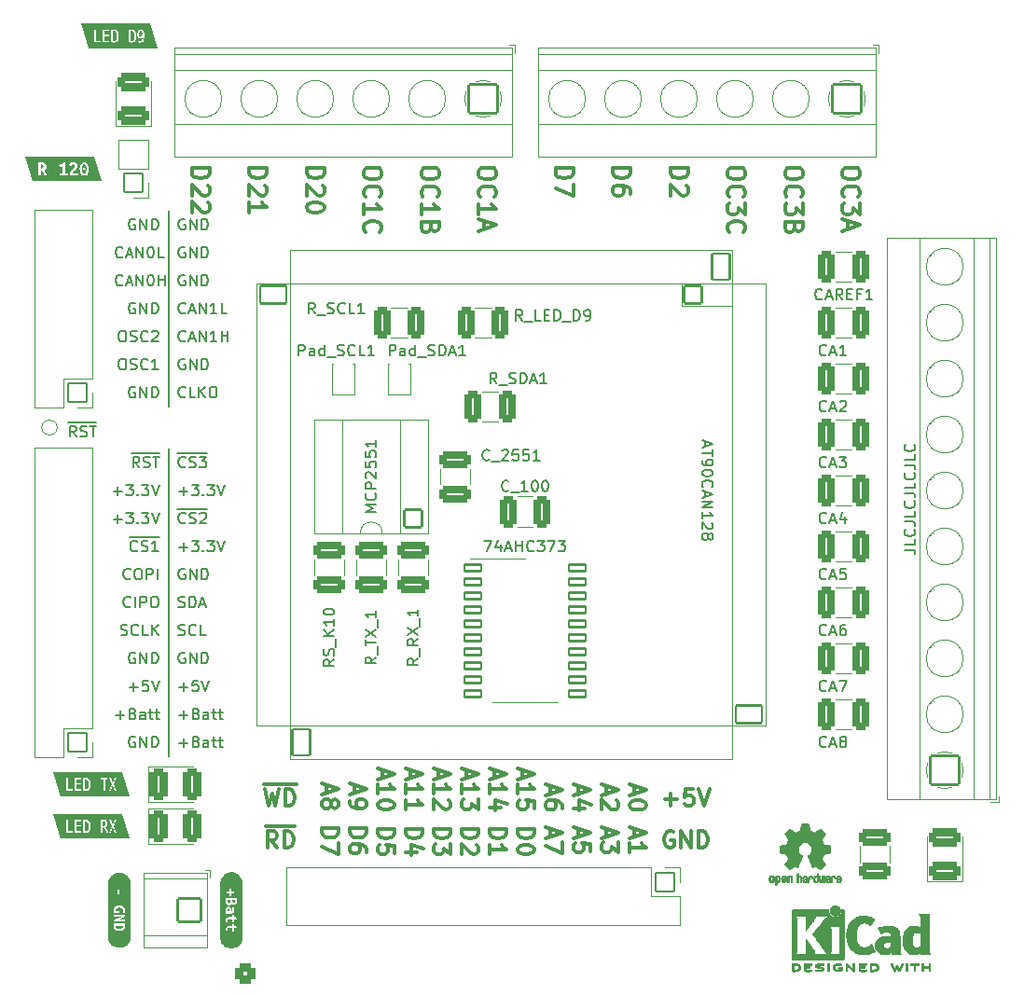
<source format=gto>
G04 #@! TF.GenerationSoftware,KiCad,Pcbnew,7.0.3-24-g09febce4ce*
G04 #@! TF.CreationDate,2023-05-24T00:27:02+02:00*
G04 #@! TF.ProjectId,CANduino128,43414e64-7569-46e6-9f31-32382e6b6963,rev?*
G04 #@! TF.SameCoordinates,Original*
G04 #@! TF.FileFunction,Legend,Top*
G04 #@! TF.FilePolarity,Positive*
%FSLAX46Y46*%
G04 Gerber Fmt 4.6, Leading zero omitted, Abs format (unit mm)*
G04 Created by KiCad (PCBNEW 7.0.3-24-g09febce4ce) date 2023-05-24 00:27:02*
%MOMM*%
%LPD*%
G01*
G04 APERTURE LIST*
G04 Aperture macros list*
%AMRoundRect*
0 Rectangle with rounded corners*
0 $1 Rounding radius*
0 $2 $3 $4 $5 $6 $7 $8 $9 X,Y pos of 4 corners*
0 Add a 4 corners polygon primitive as box body*
4,1,4,$2,$3,$4,$5,$6,$7,$8,$9,$2,$3,0*
0 Add four circle primitives for the rounded corners*
1,1,$1+$1,$2,$3*
1,1,$1+$1,$4,$5*
1,1,$1+$1,$6,$7*
1,1,$1+$1,$8,$9*
0 Add four rect primitives between the rounded corners*
20,1,$1+$1,$2,$3,$4,$5,0*
20,1,$1+$1,$4,$5,$6,$7,0*
20,1,$1+$1,$6,$7,$8,$9,0*
20,1,$1+$1,$8,$9,$2,$3,0*%
%AMFreePoly0*
4,1,18,0.558779,0.830902,0.583205,0.805470,1.083205,0.055470,1.099919,-0.004031,1.083205,-0.055470,0.583205,-0.805470,0.534710,-0.843783,0.500000,-0.850000,-0.500000,-0.850000,-0.558779,-0.830902,-0.595106,-0.780902,-0.600000,-0.750000,-0.600000,0.750000,-0.580902,0.808779,-0.530902,0.845106,-0.500000,0.850000,0.500000,0.850000,0.558779,0.830902,0.558779,0.830902,$1*%
%AMFreePoly1*
4,1,20,0.558779,0.830902,0.595106,0.780902,0.600000,0.750000,0.600000,-0.750000,0.580902,-0.808779,0.530902,-0.845106,0.500000,-0.850000,-0.650000,-0.850000,-0.708779,-0.830902,-0.745106,-0.780902,-0.745106,-0.719098,-0.733205,-0.694530,-0.270185,0.000000,-0.733205,0.694530,-0.749919,0.754031,-0.728467,0.811992,-0.677043,0.846274,-0.650000,0.850000,0.500000,0.850000,0.558779,0.830902,
0.558779,0.830902,$1*%
G04 Aperture macros list end*
%ADD10C,0.150000*%
%ADD11C,0.300000*%
%ADD12C,0.120000*%
%ADD13C,0.010000*%
%ADD14RoundRect,0.350000X0.412500X1.100000X-0.412500X1.100000X-0.412500X-1.100000X0.412500X-1.100000X0*%
%ADD15RoundRect,0.350001X-0.462499X-1.074999X0.462499X-1.074999X0.462499X1.074999X-0.462499X1.074999X0*%
%ADD16FreePoly0,270.000000*%
%ADD17FreePoly1,270.000000*%
%ADD18RoundRect,0.350000X-1.075000X0.400000X-1.075000X-0.400000X1.075000X-0.400000X1.075000X0.400000X0*%
%ADD19RoundRect,0.350000X-0.412500X-1.100000X0.412500X-1.100000X0.412500X1.100000X-0.412500X1.100000X0*%
%ADD20RoundRect,0.100000X-0.850000X0.850000X-0.850000X-0.850000X0.850000X-0.850000X0.850000X0.850000X0*%
%ADD21C,1.900000*%
%ADD22O,1.900000X1.900000*%
%ADD23RoundRect,0.350000X-0.550000X0.550000X-0.550000X-0.550000X0.550000X-0.550000X0.550000X0.550000X0*%
%ADD24RoundRect,0.350000X1.100000X-0.412500X1.100000X0.412500X-1.100000X0.412500X-1.100000X-0.412500X0*%
%ADD25C,1.200000*%
%ADD26RoundRect,0.350000X-0.400000X-1.075000X0.400000X-1.075000X0.400000X1.075000X-0.400000X1.075000X0*%
%ADD27RoundRect,0.350001X1.074999X-0.462499X1.074999X0.462499X-1.074999X0.462499X-1.074999X-0.462499X0*%
%ADD28RoundRect,0.100000X1.300000X-1.300000X1.300000X1.300000X-1.300000X1.300000X-1.300000X-1.300000X0*%
%ADD29C,2.800000*%
%ADD30RoundRect,0.350000X1.075000X-0.400000X1.075000X0.400000X-1.075000X0.400000X-1.075000X-0.400000X0*%
%ADD31RoundRect,0.100000X0.850000X0.850000X-0.850000X0.850000X-0.850000X-0.850000X0.850000X-0.850000X0*%
%ADD32C,1.000000*%
%ADD33C,6.600000*%
%ADD34RoundRect,0.100000X1.300000X1.300000X-1.300000X1.300000X-1.300000X-1.300000X1.300000X-1.300000X0*%
%ADD35RoundRect,0.100000X0.800000X0.800000X-0.800000X0.800000X-0.800000X-0.800000X0.800000X-0.800000X0*%
%ADD36C,1.800000*%
%ADD37O,1.800000X1.800000*%
%ADD38RoundRect,0.100000X-0.800000X1.200000X-0.800000X-1.200000X0.800000X-1.200000X0.800000X1.200000X0*%
%ADD39O,1.800000X2.600000*%
%ADD40RoundRect,0.100000X-1.200000X-0.800000X1.200000X-0.800000X1.200000X0.800000X-1.200000X0.800000X0*%
%ADD41O,2.600000X1.800000*%
%ADD42RoundRect,0.100000X0.800000X-1.200000X0.800000X1.200000X-0.800000X1.200000X-0.800000X-1.200000X0*%
%ADD43RoundRect,0.100000X1.200000X0.800000X-1.200000X0.800000X-1.200000X-0.800000X1.200000X-0.800000X0*%
%ADD44RoundRect,0.100000X1.050000X1.050000X-1.050000X1.050000X-1.050000X-1.050000X1.050000X-1.050000X0*%
%ADD45C,2.300000*%
%ADD46RoundRect,0.100000X-0.750000X-0.300000X0.750000X-0.300000X0.750000X0.300000X-0.750000X0.300000X0*%
G04 APERTURE END LIST*
D10*
X184275458Y-94285183D02*
X184989743Y-94285183D01*
X184989743Y-94285183D02*
X185132600Y-94332802D01*
X185132600Y-94332802D02*
X185227839Y-94428040D01*
X185227839Y-94428040D02*
X185275458Y-94570897D01*
X185275458Y-94570897D02*
X185275458Y-94666135D01*
X185275458Y-93332802D02*
X185275458Y-93808992D01*
X185275458Y-93808992D02*
X184275458Y-93808992D01*
X185180219Y-92428040D02*
X185227839Y-92475659D01*
X185227839Y-92475659D02*
X185275458Y-92618516D01*
X185275458Y-92618516D02*
X185275458Y-92713754D01*
X185275458Y-92713754D02*
X185227839Y-92856611D01*
X185227839Y-92856611D02*
X185132600Y-92951849D01*
X185132600Y-92951849D02*
X185037362Y-92999468D01*
X185037362Y-92999468D02*
X184846886Y-93047087D01*
X184846886Y-93047087D02*
X184704029Y-93047087D01*
X184704029Y-93047087D02*
X184513553Y-92999468D01*
X184513553Y-92999468D02*
X184418315Y-92951849D01*
X184418315Y-92951849D02*
X184323077Y-92856611D01*
X184323077Y-92856611D02*
X184275458Y-92713754D01*
X184275458Y-92713754D02*
X184275458Y-92618516D01*
X184275458Y-92618516D02*
X184323077Y-92475659D01*
X184323077Y-92475659D02*
X184370696Y-92428040D01*
X184275458Y-91713754D02*
X184989743Y-91713754D01*
X184989743Y-91713754D02*
X185132600Y-91761373D01*
X185132600Y-91761373D02*
X185227839Y-91856611D01*
X185227839Y-91856611D02*
X185275458Y-91999468D01*
X185275458Y-91999468D02*
X185275458Y-92094706D01*
X185275458Y-90761373D02*
X185275458Y-91237563D01*
X185275458Y-91237563D02*
X184275458Y-91237563D01*
X185180219Y-89856611D02*
X185227839Y-89904230D01*
X185227839Y-89904230D02*
X185275458Y-90047087D01*
X185275458Y-90047087D02*
X185275458Y-90142325D01*
X185275458Y-90142325D02*
X185227839Y-90285182D01*
X185227839Y-90285182D02*
X185132600Y-90380420D01*
X185132600Y-90380420D02*
X185037362Y-90428039D01*
X185037362Y-90428039D02*
X184846886Y-90475658D01*
X184846886Y-90475658D02*
X184704029Y-90475658D01*
X184704029Y-90475658D02*
X184513553Y-90428039D01*
X184513553Y-90428039D02*
X184418315Y-90380420D01*
X184418315Y-90380420D02*
X184323077Y-90285182D01*
X184323077Y-90285182D02*
X184275458Y-90142325D01*
X184275458Y-90142325D02*
X184275458Y-90047087D01*
X184275458Y-90047087D02*
X184323077Y-89904230D01*
X184323077Y-89904230D02*
X184370696Y-89856611D01*
X184275458Y-89142325D02*
X184989743Y-89142325D01*
X184989743Y-89142325D02*
X185132600Y-89189944D01*
X185132600Y-89189944D02*
X185227839Y-89285182D01*
X185227839Y-89285182D02*
X185275458Y-89428039D01*
X185275458Y-89428039D02*
X185275458Y-89523277D01*
X185275458Y-88189944D02*
X185275458Y-88666134D01*
X185275458Y-88666134D02*
X184275458Y-88666134D01*
X185180219Y-87285182D02*
X185227839Y-87332801D01*
X185227839Y-87332801D02*
X185275458Y-87475658D01*
X185275458Y-87475658D02*
X185275458Y-87570896D01*
X185275458Y-87570896D02*
X185227839Y-87713753D01*
X185227839Y-87713753D02*
X185132600Y-87808991D01*
X185132600Y-87808991D02*
X185037362Y-87856610D01*
X185037362Y-87856610D02*
X184846886Y-87904229D01*
X184846886Y-87904229D02*
X184704029Y-87904229D01*
X184704029Y-87904229D02*
X184513553Y-87856610D01*
X184513553Y-87856610D02*
X184418315Y-87808991D01*
X184418315Y-87808991D02*
X184323077Y-87713753D01*
X184323077Y-87713753D02*
X184275458Y-87570896D01*
X184275458Y-87570896D02*
X184275458Y-87475658D01*
X184275458Y-87475658D02*
X184323077Y-87332801D01*
X184323077Y-87332801D02*
X184370696Y-87285182D01*
X184275458Y-86570896D02*
X184989743Y-86570896D01*
X184989743Y-86570896D02*
X185132600Y-86618515D01*
X185132600Y-86618515D02*
X185227839Y-86713753D01*
X185227839Y-86713753D02*
X185275458Y-86856610D01*
X185275458Y-86856610D02*
X185275458Y-86951848D01*
X185275458Y-85618515D02*
X185275458Y-86094705D01*
X185275458Y-86094705D02*
X184275458Y-86094705D01*
X185180219Y-84713753D02*
X185227839Y-84761372D01*
X185227839Y-84761372D02*
X185275458Y-84904229D01*
X185275458Y-84904229D02*
X185275458Y-84999467D01*
X185275458Y-84999467D02*
X185227839Y-85142324D01*
X185227839Y-85142324D02*
X185132600Y-85237562D01*
X185132600Y-85237562D02*
X185037362Y-85285181D01*
X185037362Y-85285181D02*
X184846886Y-85332800D01*
X184846886Y-85332800D02*
X184704029Y-85332800D01*
X184704029Y-85332800D02*
X184513553Y-85285181D01*
X184513553Y-85285181D02*
X184418315Y-85237562D01*
X184418315Y-85237562D02*
X184323077Y-85142324D01*
X184323077Y-85142324D02*
X184275458Y-84999467D01*
X184275458Y-84999467D02*
X184275458Y-84904229D01*
X184275458Y-84904229D02*
X184323077Y-84761372D01*
X184323077Y-84761372D02*
X184370696Y-84713753D01*
X117475000Y-85090000D02*
X117475000Y-113030000D01*
X117475000Y-63500000D02*
X117475000Y-81280000D01*
D11*
X180279982Y-59945796D02*
X180279982Y-60253987D01*
X180279982Y-60253987D02*
X180202934Y-60408082D01*
X180202934Y-60408082D02*
X180048839Y-60562177D01*
X180048839Y-60562177D02*
X179740649Y-60639225D01*
X179740649Y-60639225D02*
X179201315Y-60639225D01*
X179201315Y-60639225D02*
X178893125Y-60562177D01*
X178893125Y-60562177D02*
X178739030Y-60408082D01*
X178739030Y-60408082D02*
X178661982Y-60253987D01*
X178661982Y-60253987D02*
X178661982Y-59945796D01*
X178661982Y-59945796D02*
X178739030Y-59791701D01*
X178739030Y-59791701D02*
X178893125Y-59637606D01*
X178893125Y-59637606D02*
X179201315Y-59560558D01*
X179201315Y-59560558D02*
X179740649Y-59560558D01*
X179740649Y-59560558D02*
X180048839Y-59637606D01*
X180048839Y-59637606D02*
X180202934Y-59791701D01*
X180202934Y-59791701D02*
X180279982Y-59945796D01*
X178816077Y-62257225D02*
X178739030Y-62180177D01*
X178739030Y-62180177D02*
X178661982Y-61949035D01*
X178661982Y-61949035D02*
X178661982Y-61794939D01*
X178661982Y-61794939D02*
X178739030Y-61563796D01*
X178739030Y-61563796D02*
X178893125Y-61409701D01*
X178893125Y-61409701D02*
X179047220Y-61332654D01*
X179047220Y-61332654D02*
X179355410Y-61255606D01*
X179355410Y-61255606D02*
X179586553Y-61255606D01*
X179586553Y-61255606D02*
X179894744Y-61332654D01*
X179894744Y-61332654D02*
X180048839Y-61409701D01*
X180048839Y-61409701D02*
X180202934Y-61563796D01*
X180202934Y-61563796D02*
X180279982Y-61794939D01*
X180279982Y-61794939D02*
X180279982Y-61949035D01*
X180279982Y-61949035D02*
X180202934Y-62180177D01*
X180202934Y-62180177D02*
X180125887Y-62257225D01*
X180279982Y-62796558D02*
X180279982Y-63798177D01*
X180279982Y-63798177D02*
X179663601Y-63258844D01*
X179663601Y-63258844D02*
X179663601Y-63489987D01*
X179663601Y-63489987D02*
X179586553Y-63644082D01*
X179586553Y-63644082D02*
X179509506Y-63721130D01*
X179509506Y-63721130D02*
X179355410Y-63798177D01*
X179355410Y-63798177D02*
X178970172Y-63798177D01*
X178970172Y-63798177D02*
X178816077Y-63721130D01*
X178816077Y-63721130D02*
X178739030Y-63644082D01*
X178739030Y-63644082D02*
X178661982Y-63489987D01*
X178661982Y-63489987D02*
X178661982Y-63027701D01*
X178661982Y-63027701D02*
X178739030Y-62873606D01*
X178739030Y-62873606D02*
X178816077Y-62796558D01*
X179124268Y-64414558D02*
X179124268Y-65185034D01*
X178661982Y-64260463D02*
X180279982Y-64799796D01*
X180279982Y-64799796D02*
X178661982Y-65339129D01*
X175070022Y-59945796D02*
X175070022Y-60253987D01*
X175070022Y-60253987D02*
X174992974Y-60408082D01*
X174992974Y-60408082D02*
X174838879Y-60562177D01*
X174838879Y-60562177D02*
X174530689Y-60639225D01*
X174530689Y-60639225D02*
X173991355Y-60639225D01*
X173991355Y-60639225D02*
X173683165Y-60562177D01*
X173683165Y-60562177D02*
X173529070Y-60408082D01*
X173529070Y-60408082D02*
X173452022Y-60253987D01*
X173452022Y-60253987D02*
X173452022Y-59945796D01*
X173452022Y-59945796D02*
X173529070Y-59791701D01*
X173529070Y-59791701D02*
X173683165Y-59637606D01*
X173683165Y-59637606D02*
X173991355Y-59560558D01*
X173991355Y-59560558D02*
X174530689Y-59560558D01*
X174530689Y-59560558D02*
X174838879Y-59637606D01*
X174838879Y-59637606D02*
X174992974Y-59791701D01*
X174992974Y-59791701D02*
X175070022Y-59945796D01*
X173606117Y-62257225D02*
X173529070Y-62180177D01*
X173529070Y-62180177D02*
X173452022Y-61949035D01*
X173452022Y-61949035D02*
X173452022Y-61794939D01*
X173452022Y-61794939D02*
X173529070Y-61563796D01*
X173529070Y-61563796D02*
X173683165Y-61409701D01*
X173683165Y-61409701D02*
X173837260Y-61332654D01*
X173837260Y-61332654D02*
X174145450Y-61255606D01*
X174145450Y-61255606D02*
X174376593Y-61255606D01*
X174376593Y-61255606D02*
X174684784Y-61332654D01*
X174684784Y-61332654D02*
X174838879Y-61409701D01*
X174838879Y-61409701D02*
X174992974Y-61563796D01*
X174992974Y-61563796D02*
X175070022Y-61794939D01*
X175070022Y-61794939D02*
X175070022Y-61949035D01*
X175070022Y-61949035D02*
X174992974Y-62180177D01*
X174992974Y-62180177D02*
X174915927Y-62257225D01*
X175070022Y-62796558D02*
X175070022Y-63798177D01*
X175070022Y-63798177D02*
X174453641Y-63258844D01*
X174453641Y-63258844D02*
X174453641Y-63489987D01*
X174453641Y-63489987D02*
X174376593Y-63644082D01*
X174376593Y-63644082D02*
X174299546Y-63721130D01*
X174299546Y-63721130D02*
X174145450Y-63798177D01*
X174145450Y-63798177D02*
X173760212Y-63798177D01*
X173760212Y-63798177D02*
X173606117Y-63721130D01*
X173606117Y-63721130D02*
X173529070Y-63644082D01*
X173529070Y-63644082D02*
X173452022Y-63489987D01*
X173452022Y-63489987D02*
X173452022Y-63027701D01*
X173452022Y-63027701D02*
X173529070Y-62873606D01*
X173529070Y-62873606D02*
X173606117Y-62796558D01*
X174299546Y-65030939D02*
X174222498Y-65262082D01*
X174222498Y-65262082D02*
X174145450Y-65339129D01*
X174145450Y-65339129D02*
X173991355Y-65416177D01*
X173991355Y-65416177D02*
X173760212Y-65416177D01*
X173760212Y-65416177D02*
X173606117Y-65339129D01*
X173606117Y-65339129D02*
X173529070Y-65262082D01*
X173529070Y-65262082D02*
X173452022Y-65107987D01*
X173452022Y-65107987D02*
X173452022Y-64491606D01*
X173452022Y-64491606D02*
X175070022Y-64491606D01*
X175070022Y-64491606D02*
X175070022Y-65030939D01*
X175070022Y-65030939D02*
X174992974Y-65185034D01*
X174992974Y-65185034D02*
X174915927Y-65262082D01*
X174915927Y-65262082D02*
X174761831Y-65339129D01*
X174761831Y-65339129D02*
X174607736Y-65339129D01*
X174607736Y-65339129D02*
X174453641Y-65262082D01*
X174453641Y-65262082D02*
X174376593Y-65185034D01*
X174376593Y-65185034D02*
X174299546Y-65030939D01*
X174299546Y-65030939D02*
X174299546Y-64491606D01*
X169860062Y-59945796D02*
X169860062Y-60253987D01*
X169860062Y-60253987D02*
X169783014Y-60408082D01*
X169783014Y-60408082D02*
X169628919Y-60562177D01*
X169628919Y-60562177D02*
X169320729Y-60639225D01*
X169320729Y-60639225D02*
X168781395Y-60639225D01*
X168781395Y-60639225D02*
X168473205Y-60562177D01*
X168473205Y-60562177D02*
X168319110Y-60408082D01*
X168319110Y-60408082D02*
X168242062Y-60253987D01*
X168242062Y-60253987D02*
X168242062Y-59945796D01*
X168242062Y-59945796D02*
X168319110Y-59791701D01*
X168319110Y-59791701D02*
X168473205Y-59637606D01*
X168473205Y-59637606D02*
X168781395Y-59560558D01*
X168781395Y-59560558D02*
X169320729Y-59560558D01*
X169320729Y-59560558D02*
X169628919Y-59637606D01*
X169628919Y-59637606D02*
X169783014Y-59791701D01*
X169783014Y-59791701D02*
X169860062Y-59945796D01*
X168396157Y-62257225D02*
X168319110Y-62180177D01*
X168319110Y-62180177D02*
X168242062Y-61949035D01*
X168242062Y-61949035D02*
X168242062Y-61794939D01*
X168242062Y-61794939D02*
X168319110Y-61563796D01*
X168319110Y-61563796D02*
X168473205Y-61409701D01*
X168473205Y-61409701D02*
X168627300Y-61332654D01*
X168627300Y-61332654D02*
X168935490Y-61255606D01*
X168935490Y-61255606D02*
X169166633Y-61255606D01*
X169166633Y-61255606D02*
X169474824Y-61332654D01*
X169474824Y-61332654D02*
X169628919Y-61409701D01*
X169628919Y-61409701D02*
X169783014Y-61563796D01*
X169783014Y-61563796D02*
X169860062Y-61794939D01*
X169860062Y-61794939D02*
X169860062Y-61949035D01*
X169860062Y-61949035D02*
X169783014Y-62180177D01*
X169783014Y-62180177D02*
X169705967Y-62257225D01*
X169860062Y-62796558D02*
X169860062Y-63798177D01*
X169860062Y-63798177D02*
X169243681Y-63258844D01*
X169243681Y-63258844D02*
X169243681Y-63489987D01*
X169243681Y-63489987D02*
X169166633Y-63644082D01*
X169166633Y-63644082D02*
X169089586Y-63721130D01*
X169089586Y-63721130D02*
X168935490Y-63798177D01*
X168935490Y-63798177D02*
X168550252Y-63798177D01*
X168550252Y-63798177D02*
X168396157Y-63721130D01*
X168396157Y-63721130D02*
X168319110Y-63644082D01*
X168319110Y-63644082D02*
X168242062Y-63489987D01*
X168242062Y-63489987D02*
X168242062Y-63027701D01*
X168242062Y-63027701D02*
X168319110Y-62873606D01*
X168319110Y-62873606D02*
X168396157Y-62796558D01*
X168396157Y-65416177D02*
X168319110Y-65339129D01*
X168319110Y-65339129D02*
X168242062Y-65107987D01*
X168242062Y-65107987D02*
X168242062Y-64953891D01*
X168242062Y-64953891D02*
X168319110Y-64722748D01*
X168319110Y-64722748D02*
X168473205Y-64568653D01*
X168473205Y-64568653D02*
X168627300Y-64491606D01*
X168627300Y-64491606D02*
X168935490Y-64414558D01*
X168935490Y-64414558D02*
X169166633Y-64414558D01*
X169166633Y-64414558D02*
X169474824Y-64491606D01*
X169474824Y-64491606D02*
X169628919Y-64568653D01*
X169628919Y-64568653D02*
X169783014Y-64722748D01*
X169783014Y-64722748D02*
X169860062Y-64953891D01*
X169860062Y-64953891D02*
X169860062Y-65107987D01*
X169860062Y-65107987D02*
X169783014Y-65339129D01*
X169783014Y-65339129D02*
X169705967Y-65416177D01*
X163032102Y-59637606D02*
X164650102Y-59637606D01*
X164650102Y-59637606D02*
X164650102Y-60022844D01*
X164650102Y-60022844D02*
X164573054Y-60253987D01*
X164573054Y-60253987D02*
X164418959Y-60408082D01*
X164418959Y-60408082D02*
X164264864Y-60485129D01*
X164264864Y-60485129D02*
X163956673Y-60562177D01*
X163956673Y-60562177D02*
X163725530Y-60562177D01*
X163725530Y-60562177D02*
X163417340Y-60485129D01*
X163417340Y-60485129D02*
X163263245Y-60408082D01*
X163263245Y-60408082D02*
X163109150Y-60253987D01*
X163109150Y-60253987D02*
X163032102Y-60022844D01*
X163032102Y-60022844D02*
X163032102Y-59637606D01*
X164496007Y-61178558D02*
X164573054Y-61255606D01*
X164573054Y-61255606D02*
X164650102Y-61409701D01*
X164650102Y-61409701D02*
X164650102Y-61794939D01*
X164650102Y-61794939D02*
X164573054Y-61949034D01*
X164573054Y-61949034D02*
X164496007Y-62026082D01*
X164496007Y-62026082D02*
X164341911Y-62103129D01*
X164341911Y-62103129D02*
X164187816Y-62103129D01*
X164187816Y-62103129D02*
X163956673Y-62026082D01*
X163956673Y-62026082D02*
X163032102Y-61101510D01*
X163032102Y-61101510D02*
X163032102Y-62103129D01*
X157822142Y-59637606D02*
X159440142Y-59637606D01*
X159440142Y-59637606D02*
X159440142Y-60022844D01*
X159440142Y-60022844D02*
X159363094Y-60253987D01*
X159363094Y-60253987D02*
X159208999Y-60408082D01*
X159208999Y-60408082D02*
X159054904Y-60485129D01*
X159054904Y-60485129D02*
X158746713Y-60562177D01*
X158746713Y-60562177D02*
X158515570Y-60562177D01*
X158515570Y-60562177D02*
X158207380Y-60485129D01*
X158207380Y-60485129D02*
X158053285Y-60408082D01*
X158053285Y-60408082D02*
X157899190Y-60253987D01*
X157899190Y-60253987D02*
X157822142Y-60022844D01*
X157822142Y-60022844D02*
X157822142Y-59637606D01*
X159440142Y-61949034D02*
X159440142Y-61640844D01*
X159440142Y-61640844D02*
X159363094Y-61486748D01*
X159363094Y-61486748D02*
X159286047Y-61409701D01*
X159286047Y-61409701D02*
X159054904Y-61255606D01*
X159054904Y-61255606D02*
X158746713Y-61178558D01*
X158746713Y-61178558D02*
X158130332Y-61178558D01*
X158130332Y-61178558D02*
X157976237Y-61255606D01*
X157976237Y-61255606D02*
X157899190Y-61332653D01*
X157899190Y-61332653D02*
X157822142Y-61486748D01*
X157822142Y-61486748D02*
X157822142Y-61794939D01*
X157822142Y-61794939D02*
X157899190Y-61949034D01*
X157899190Y-61949034D02*
X157976237Y-62026082D01*
X157976237Y-62026082D02*
X158130332Y-62103129D01*
X158130332Y-62103129D02*
X158515570Y-62103129D01*
X158515570Y-62103129D02*
X158669666Y-62026082D01*
X158669666Y-62026082D02*
X158746713Y-61949034D01*
X158746713Y-61949034D02*
X158823761Y-61794939D01*
X158823761Y-61794939D02*
X158823761Y-61486748D01*
X158823761Y-61486748D02*
X158746713Y-61332653D01*
X158746713Y-61332653D02*
X158669666Y-61255606D01*
X158669666Y-61255606D02*
X158515570Y-61178558D01*
X152612182Y-59637606D02*
X154230182Y-59637606D01*
X154230182Y-59637606D02*
X154230182Y-60022844D01*
X154230182Y-60022844D02*
X154153134Y-60253987D01*
X154153134Y-60253987D02*
X153999039Y-60408082D01*
X153999039Y-60408082D02*
X153844944Y-60485129D01*
X153844944Y-60485129D02*
X153536753Y-60562177D01*
X153536753Y-60562177D02*
X153305610Y-60562177D01*
X153305610Y-60562177D02*
X152997420Y-60485129D01*
X152997420Y-60485129D02*
X152843325Y-60408082D01*
X152843325Y-60408082D02*
X152689230Y-60253987D01*
X152689230Y-60253987D02*
X152612182Y-60022844D01*
X152612182Y-60022844D02*
X152612182Y-59637606D01*
X154230182Y-61101510D02*
X154230182Y-62180177D01*
X154230182Y-62180177D02*
X152612182Y-61486748D01*
X147259982Y-59945796D02*
X147259982Y-60253987D01*
X147259982Y-60253987D02*
X147182934Y-60408082D01*
X147182934Y-60408082D02*
X147028839Y-60562177D01*
X147028839Y-60562177D02*
X146720649Y-60639225D01*
X146720649Y-60639225D02*
X146181315Y-60639225D01*
X146181315Y-60639225D02*
X145873125Y-60562177D01*
X145873125Y-60562177D02*
X145719030Y-60408082D01*
X145719030Y-60408082D02*
X145641982Y-60253987D01*
X145641982Y-60253987D02*
X145641982Y-59945796D01*
X145641982Y-59945796D02*
X145719030Y-59791701D01*
X145719030Y-59791701D02*
X145873125Y-59637606D01*
X145873125Y-59637606D02*
X146181315Y-59560558D01*
X146181315Y-59560558D02*
X146720649Y-59560558D01*
X146720649Y-59560558D02*
X147028839Y-59637606D01*
X147028839Y-59637606D02*
X147182934Y-59791701D01*
X147182934Y-59791701D02*
X147259982Y-59945796D01*
X145796077Y-62257225D02*
X145719030Y-62180177D01*
X145719030Y-62180177D02*
X145641982Y-61949035D01*
X145641982Y-61949035D02*
X145641982Y-61794939D01*
X145641982Y-61794939D02*
X145719030Y-61563796D01*
X145719030Y-61563796D02*
X145873125Y-61409701D01*
X145873125Y-61409701D02*
X146027220Y-61332654D01*
X146027220Y-61332654D02*
X146335410Y-61255606D01*
X146335410Y-61255606D02*
X146566553Y-61255606D01*
X146566553Y-61255606D02*
X146874744Y-61332654D01*
X146874744Y-61332654D02*
X147028839Y-61409701D01*
X147028839Y-61409701D02*
X147182934Y-61563796D01*
X147182934Y-61563796D02*
X147259982Y-61794939D01*
X147259982Y-61794939D02*
X147259982Y-61949035D01*
X147259982Y-61949035D02*
X147182934Y-62180177D01*
X147182934Y-62180177D02*
X147105887Y-62257225D01*
X145641982Y-63798177D02*
X145641982Y-62873606D01*
X145641982Y-63335892D02*
X147259982Y-63335892D01*
X147259982Y-63335892D02*
X147028839Y-63181796D01*
X147028839Y-63181796D02*
X146874744Y-63027701D01*
X146874744Y-63027701D02*
X146797696Y-62873606D01*
X146104268Y-64414558D02*
X146104268Y-65185034D01*
X145641982Y-64260463D02*
X147259982Y-64799796D01*
X147259982Y-64799796D02*
X145641982Y-65339129D01*
X142050022Y-59945796D02*
X142050022Y-60253987D01*
X142050022Y-60253987D02*
X141972974Y-60408082D01*
X141972974Y-60408082D02*
X141818879Y-60562177D01*
X141818879Y-60562177D02*
X141510689Y-60639225D01*
X141510689Y-60639225D02*
X140971355Y-60639225D01*
X140971355Y-60639225D02*
X140663165Y-60562177D01*
X140663165Y-60562177D02*
X140509070Y-60408082D01*
X140509070Y-60408082D02*
X140432022Y-60253987D01*
X140432022Y-60253987D02*
X140432022Y-59945796D01*
X140432022Y-59945796D02*
X140509070Y-59791701D01*
X140509070Y-59791701D02*
X140663165Y-59637606D01*
X140663165Y-59637606D02*
X140971355Y-59560558D01*
X140971355Y-59560558D02*
X141510689Y-59560558D01*
X141510689Y-59560558D02*
X141818879Y-59637606D01*
X141818879Y-59637606D02*
X141972974Y-59791701D01*
X141972974Y-59791701D02*
X142050022Y-59945796D01*
X140586117Y-62257225D02*
X140509070Y-62180177D01*
X140509070Y-62180177D02*
X140432022Y-61949035D01*
X140432022Y-61949035D02*
X140432022Y-61794939D01*
X140432022Y-61794939D02*
X140509070Y-61563796D01*
X140509070Y-61563796D02*
X140663165Y-61409701D01*
X140663165Y-61409701D02*
X140817260Y-61332654D01*
X140817260Y-61332654D02*
X141125450Y-61255606D01*
X141125450Y-61255606D02*
X141356593Y-61255606D01*
X141356593Y-61255606D02*
X141664784Y-61332654D01*
X141664784Y-61332654D02*
X141818879Y-61409701D01*
X141818879Y-61409701D02*
X141972974Y-61563796D01*
X141972974Y-61563796D02*
X142050022Y-61794939D01*
X142050022Y-61794939D02*
X142050022Y-61949035D01*
X142050022Y-61949035D02*
X141972974Y-62180177D01*
X141972974Y-62180177D02*
X141895927Y-62257225D01*
X140432022Y-63798177D02*
X140432022Y-62873606D01*
X140432022Y-63335892D02*
X142050022Y-63335892D01*
X142050022Y-63335892D02*
X141818879Y-63181796D01*
X141818879Y-63181796D02*
X141664784Y-63027701D01*
X141664784Y-63027701D02*
X141587736Y-62873606D01*
X141279546Y-65030939D02*
X141202498Y-65262082D01*
X141202498Y-65262082D02*
X141125450Y-65339129D01*
X141125450Y-65339129D02*
X140971355Y-65416177D01*
X140971355Y-65416177D02*
X140740212Y-65416177D01*
X140740212Y-65416177D02*
X140586117Y-65339129D01*
X140586117Y-65339129D02*
X140509070Y-65262082D01*
X140509070Y-65262082D02*
X140432022Y-65107987D01*
X140432022Y-65107987D02*
X140432022Y-64491606D01*
X140432022Y-64491606D02*
X142050022Y-64491606D01*
X142050022Y-64491606D02*
X142050022Y-65030939D01*
X142050022Y-65030939D02*
X141972974Y-65185034D01*
X141972974Y-65185034D02*
X141895927Y-65262082D01*
X141895927Y-65262082D02*
X141741831Y-65339129D01*
X141741831Y-65339129D02*
X141587736Y-65339129D01*
X141587736Y-65339129D02*
X141433641Y-65262082D01*
X141433641Y-65262082D02*
X141356593Y-65185034D01*
X141356593Y-65185034D02*
X141279546Y-65030939D01*
X141279546Y-65030939D02*
X141279546Y-64491606D01*
X136840062Y-59945796D02*
X136840062Y-60253987D01*
X136840062Y-60253987D02*
X136763014Y-60408082D01*
X136763014Y-60408082D02*
X136608919Y-60562177D01*
X136608919Y-60562177D02*
X136300729Y-60639225D01*
X136300729Y-60639225D02*
X135761395Y-60639225D01*
X135761395Y-60639225D02*
X135453205Y-60562177D01*
X135453205Y-60562177D02*
X135299110Y-60408082D01*
X135299110Y-60408082D02*
X135222062Y-60253987D01*
X135222062Y-60253987D02*
X135222062Y-59945796D01*
X135222062Y-59945796D02*
X135299110Y-59791701D01*
X135299110Y-59791701D02*
X135453205Y-59637606D01*
X135453205Y-59637606D02*
X135761395Y-59560558D01*
X135761395Y-59560558D02*
X136300729Y-59560558D01*
X136300729Y-59560558D02*
X136608919Y-59637606D01*
X136608919Y-59637606D02*
X136763014Y-59791701D01*
X136763014Y-59791701D02*
X136840062Y-59945796D01*
X135376157Y-62257225D02*
X135299110Y-62180177D01*
X135299110Y-62180177D02*
X135222062Y-61949035D01*
X135222062Y-61949035D02*
X135222062Y-61794939D01*
X135222062Y-61794939D02*
X135299110Y-61563796D01*
X135299110Y-61563796D02*
X135453205Y-61409701D01*
X135453205Y-61409701D02*
X135607300Y-61332654D01*
X135607300Y-61332654D02*
X135915490Y-61255606D01*
X135915490Y-61255606D02*
X136146633Y-61255606D01*
X136146633Y-61255606D02*
X136454824Y-61332654D01*
X136454824Y-61332654D02*
X136608919Y-61409701D01*
X136608919Y-61409701D02*
X136763014Y-61563796D01*
X136763014Y-61563796D02*
X136840062Y-61794939D01*
X136840062Y-61794939D02*
X136840062Y-61949035D01*
X136840062Y-61949035D02*
X136763014Y-62180177D01*
X136763014Y-62180177D02*
X136685967Y-62257225D01*
X135222062Y-63798177D02*
X135222062Y-62873606D01*
X135222062Y-63335892D02*
X136840062Y-63335892D01*
X136840062Y-63335892D02*
X136608919Y-63181796D01*
X136608919Y-63181796D02*
X136454824Y-63027701D01*
X136454824Y-63027701D02*
X136377776Y-62873606D01*
X135376157Y-65416177D02*
X135299110Y-65339129D01*
X135299110Y-65339129D02*
X135222062Y-65107987D01*
X135222062Y-65107987D02*
X135222062Y-64953891D01*
X135222062Y-64953891D02*
X135299110Y-64722748D01*
X135299110Y-64722748D02*
X135453205Y-64568653D01*
X135453205Y-64568653D02*
X135607300Y-64491606D01*
X135607300Y-64491606D02*
X135915490Y-64414558D01*
X135915490Y-64414558D02*
X136146633Y-64414558D01*
X136146633Y-64414558D02*
X136454824Y-64491606D01*
X136454824Y-64491606D02*
X136608919Y-64568653D01*
X136608919Y-64568653D02*
X136763014Y-64722748D01*
X136763014Y-64722748D02*
X136840062Y-64953891D01*
X136840062Y-64953891D02*
X136840062Y-65107987D01*
X136840062Y-65107987D02*
X136763014Y-65339129D01*
X136763014Y-65339129D02*
X136685967Y-65416177D01*
X130012102Y-59637606D02*
X131630102Y-59637606D01*
X131630102Y-59637606D02*
X131630102Y-60022844D01*
X131630102Y-60022844D02*
X131553054Y-60253987D01*
X131553054Y-60253987D02*
X131398959Y-60408082D01*
X131398959Y-60408082D02*
X131244864Y-60485129D01*
X131244864Y-60485129D02*
X130936673Y-60562177D01*
X130936673Y-60562177D02*
X130705530Y-60562177D01*
X130705530Y-60562177D02*
X130397340Y-60485129D01*
X130397340Y-60485129D02*
X130243245Y-60408082D01*
X130243245Y-60408082D02*
X130089150Y-60253987D01*
X130089150Y-60253987D02*
X130012102Y-60022844D01*
X130012102Y-60022844D02*
X130012102Y-59637606D01*
X131476007Y-61178558D02*
X131553054Y-61255606D01*
X131553054Y-61255606D02*
X131630102Y-61409701D01*
X131630102Y-61409701D02*
X131630102Y-61794939D01*
X131630102Y-61794939D02*
X131553054Y-61949034D01*
X131553054Y-61949034D02*
X131476007Y-62026082D01*
X131476007Y-62026082D02*
X131321911Y-62103129D01*
X131321911Y-62103129D02*
X131167816Y-62103129D01*
X131167816Y-62103129D02*
X130936673Y-62026082D01*
X130936673Y-62026082D02*
X130012102Y-61101510D01*
X130012102Y-61101510D02*
X130012102Y-62103129D01*
X131630102Y-63104748D02*
X131630102Y-63258843D01*
X131630102Y-63258843D02*
X131553054Y-63412939D01*
X131553054Y-63412939D02*
X131476007Y-63489986D01*
X131476007Y-63489986D02*
X131321911Y-63567034D01*
X131321911Y-63567034D02*
X131013721Y-63644081D01*
X131013721Y-63644081D02*
X130628483Y-63644081D01*
X130628483Y-63644081D02*
X130320292Y-63567034D01*
X130320292Y-63567034D02*
X130166197Y-63489986D01*
X130166197Y-63489986D02*
X130089150Y-63412939D01*
X130089150Y-63412939D02*
X130012102Y-63258843D01*
X130012102Y-63258843D02*
X130012102Y-63104748D01*
X130012102Y-63104748D02*
X130089150Y-62950653D01*
X130089150Y-62950653D02*
X130166197Y-62873605D01*
X130166197Y-62873605D02*
X130320292Y-62796558D01*
X130320292Y-62796558D02*
X130628483Y-62719510D01*
X130628483Y-62719510D02*
X131013721Y-62719510D01*
X131013721Y-62719510D02*
X131321911Y-62796558D01*
X131321911Y-62796558D02*
X131476007Y-62873605D01*
X131476007Y-62873605D02*
X131553054Y-62950653D01*
X131553054Y-62950653D02*
X131630102Y-63104748D01*
X124802142Y-59637606D02*
X126420142Y-59637606D01*
X126420142Y-59637606D02*
X126420142Y-60022844D01*
X126420142Y-60022844D02*
X126343094Y-60253987D01*
X126343094Y-60253987D02*
X126188999Y-60408082D01*
X126188999Y-60408082D02*
X126034904Y-60485129D01*
X126034904Y-60485129D02*
X125726713Y-60562177D01*
X125726713Y-60562177D02*
X125495570Y-60562177D01*
X125495570Y-60562177D02*
X125187380Y-60485129D01*
X125187380Y-60485129D02*
X125033285Y-60408082D01*
X125033285Y-60408082D02*
X124879190Y-60253987D01*
X124879190Y-60253987D02*
X124802142Y-60022844D01*
X124802142Y-60022844D02*
X124802142Y-59637606D01*
X126266047Y-61178558D02*
X126343094Y-61255606D01*
X126343094Y-61255606D02*
X126420142Y-61409701D01*
X126420142Y-61409701D02*
X126420142Y-61794939D01*
X126420142Y-61794939D02*
X126343094Y-61949034D01*
X126343094Y-61949034D02*
X126266047Y-62026082D01*
X126266047Y-62026082D02*
X126111951Y-62103129D01*
X126111951Y-62103129D02*
X125957856Y-62103129D01*
X125957856Y-62103129D02*
X125726713Y-62026082D01*
X125726713Y-62026082D02*
X124802142Y-61101510D01*
X124802142Y-61101510D02*
X124802142Y-62103129D01*
X124802142Y-63644081D02*
X124802142Y-62719510D01*
X124802142Y-63181796D02*
X126420142Y-63181796D01*
X126420142Y-63181796D02*
X126188999Y-63027700D01*
X126188999Y-63027700D02*
X126034904Y-62873605D01*
X126034904Y-62873605D02*
X125957856Y-62719510D01*
X119592182Y-59637606D02*
X121210182Y-59637606D01*
X121210182Y-59637606D02*
X121210182Y-60022844D01*
X121210182Y-60022844D02*
X121133134Y-60253987D01*
X121133134Y-60253987D02*
X120979039Y-60408082D01*
X120979039Y-60408082D02*
X120824944Y-60485129D01*
X120824944Y-60485129D02*
X120516753Y-60562177D01*
X120516753Y-60562177D02*
X120285610Y-60562177D01*
X120285610Y-60562177D02*
X119977420Y-60485129D01*
X119977420Y-60485129D02*
X119823325Y-60408082D01*
X119823325Y-60408082D02*
X119669230Y-60253987D01*
X119669230Y-60253987D02*
X119592182Y-60022844D01*
X119592182Y-60022844D02*
X119592182Y-59637606D01*
X121056087Y-61178558D02*
X121133134Y-61255606D01*
X121133134Y-61255606D02*
X121210182Y-61409701D01*
X121210182Y-61409701D02*
X121210182Y-61794939D01*
X121210182Y-61794939D02*
X121133134Y-61949034D01*
X121133134Y-61949034D02*
X121056087Y-62026082D01*
X121056087Y-62026082D02*
X120901991Y-62103129D01*
X120901991Y-62103129D02*
X120747896Y-62103129D01*
X120747896Y-62103129D02*
X120516753Y-62026082D01*
X120516753Y-62026082D02*
X119592182Y-61101510D01*
X119592182Y-61101510D02*
X119592182Y-62103129D01*
X121056087Y-62719510D02*
X121133134Y-62796558D01*
X121133134Y-62796558D02*
X121210182Y-62950653D01*
X121210182Y-62950653D02*
X121210182Y-63335891D01*
X121210182Y-63335891D02*
X121133134Y-63489986D01*
X121133134Y-63489986D02*
X121056087Y-63567034D01*
X121056087Y-63567034D02*
X120901991Y-63644081D01*
X120901991Y-63644081D02*
X120747896Y-63644081D01*
X120747896Y-63644081D02*
X120516753Y-63567034D01*
X120516753Y-63567034D02*
X119592182Y-62642462D01*
X119592182Y-62642462D02*
X119592182Y-63644081D01*
D10*
X119018207Y-75289580D02*
X118970588Y-75337200D01*
X118970588Y-75337200D02*
X118827731Y-75384819D01*
X118827731Y-75384819D02*
X118732493Y-75384819D01*
X118732493Y-75384819D02*
X118589636Y-75337200D01*
X118589636Y-75337200D02*
X118494398Y-75241961D01*
X118494398Y-75241961D02*
X118446779Y-75146723D01*
X118446779Y-75146723D02*
X118399160Y-74956247D01*
X118399160Y-74956247D02*
X118399160Y-74813390D01*
X118399160Y-74813390D02*
X118446779Y-74622914D01*
X118446779Y-74622914D02*
X118494398Y-74527676D01*
X118494398Y-74527676D02*
X118589636Y-74432438D01*
X118589636Y-74432438D02*
X118732493Y-74384819D01*
X118732493Y-74384819D02*
X118827731Y-74384819D01*
X118827731Y-74384819D02*
X118970588Y-74432438D01*
X118970588Y-74432438D02*
X119018207Y-74480057D01*
X119399160Y-75099104D02*
X119875350Y-75099104D01*
X119303922Y-75384819D02*
X119637255Y-74384819D01*
X119637255Y-74384819D02*
X119970588Y-75384819D01*
X120303922Y-75384819D02*
X120303922Y-74384819D01*
X120303922Y-74384819D02*
X120875350Y-75384819D01*
X120875350Y-75384819D02*
X120875350Y-74384819D01*
X121875350Y-75384819D02*
X121303922Y-75384819D01*
X121589636Y-75384819D02*
X121589636Y-74384819D01*
X121589636Y-74384819D02*
X121494398Y-74527676D01*
X121494398Y-74527676D02*
X121399160Y-74622914D01*
X121399160Y-74622914D02*
X121303922Y-74670533D01*
X122303922Y-75384819D02*
X122303922Y-74384819D01*
X122303922Y-74861009D02*
X122875350Y-74861009D01*
X122875350Y-75384819D02*
X122875350Y-74384819D01*
D11*
X131830242Y-115637858D02*
X131830242Y-116352144D01*
X131401671Y-115495001D02*
X132901671Y-115995001D01*
X132901671Y-115995001D02*
X131401671Y-116495001D01*
X132258814Y-117209286D02*
X132330242Y-117066429D01*
X132330242Y-117066429D02*
X132401671Y-116995000D01*
X132401671Y-116995000D02*
X132544528Y-116923572D01*
X132544528Y-116923572D02*
X132615957Y-116923572D01*
X132615957Y-116923572D02*
X132758814Y-116995000D01*
X132758814Y-116995000D02*
X132830242Y-117066429D01*
X132830242Y-117066429D02*
X132901671Y-117209286D01*
X132901671Y-117209286D02*
X132901671Y-117495000D01*
X132901671Y-117495000D02*
X132830242Y-117637858D01*
X132830242Y-117637858D02*
X132758814Y-117709286D01*
X132758814Y-117709286D02*
X132615957Y-117780715D01*
X132615957Y-117780715D02*
X132544528Y-117780715D01*
X132544528Y-117780715D02*
X132401671Y-117709286D01*
X132401671Y-117709286D02*
X132330242Y-117637858D01*
X132330242Y-117637858D02*
X132258814Y-117495000D01*
X132258814Y-117495000D02*
X132258814Y-117209286D01*
X132258814Y-117209286D02*
X132187385Y-117066429D01*
X132187385Y-117066429D02*
X132115957Y-116995000D01*
X132115957Y-116995000D02*
X131973100Y-116923572D01*
X131973100Y-116923572D02*
X131687385Y-116923572D01*
X131687385Y-116923572D02*
X131544528Y-116995000D01*
X131544528Y-116995000D02*
X131473100Y-117066429D01*
X131473100Y-117066429D02*
X131401671Y-117209286D01*
X131401671Y-117209286D02*
X131401671Y-117495000D01*
X131401671Y-117495000D02*
X131473100Y-117637858D01*
X131473100Y-117637858D02*
X131544528Y-117709286D01*
X131544528Y-117709286D02*
X131687385Y-117780715D01*
X131687385Y-117780715D02*
X131973100Y-117780715D01*
X131973100Y-117780715D02*
X132115957Y-117709286D01*
X132115957Y-117709286D02*
X132187385Y-117637858D01*
X132187385Y-117637858D02*
X132258814Y-117495000D01*
X131401671Y-119566428D02*
X132901671Y-119566428D01*
X132901671Y-119566428D02*
X132901671Y-119923571D01*
X132901671Y-119923571D02*
X132830242Y-120137857D01*
X132830242Y-120137857D02*
X132687385Y-120280714D01*
X132687385Y-120280714D02*
X132544528Y-120352143D01*
X132544528Y-120352143D02*
X132258814Y-120423571D01*
X132258814Y-120423571D02*
X132044528Y-120423571D01*
X132044528Y-120423571D02*
X131758814Y-120352143D01*
X131758814Y-120352143D02*
X131615957Y-120280714D01*
X131615957Y-120280714D02*
X131473100Y-120137857D01*
X131473100Y-120137857D02*
X131401671Y-119923571D01*
X131401671Y-119923571D02*
X131401671Y-119566428D01*
X132901671Y-120923571D02*
X132901671Y-121923571D01*
X132901671Y-121923571D02*
X131401671Y-121280714D01*
D10*
X118970588Y-76972438D02*
X118875350Y-76924819D01*
X118875350Y-76924819D02*
X118732493Y-76924819D01*
X118732493Y-76924819D02*
X118589636Y-76972438D01*
X118589636Y-76972438D02*
X118494398Y-77067676D01*
X118494398Y-77067676D02*
X118446779Y-77162914D01*
X118446779Y-77162914D02*
X118399160Y-77353390D01*
X118399160Y-77353390D02*
X118399160Y-77496247D01*
X118399160Y-77496247D02*
X118446779Y-77686723D01*
X118446779Y-77686723D02*
X118494398Y-77781961D01*
X118494398Y-77781961D02*
X118589636Y-77877200D01*
X118589636Y-77877200D02*
X118732493Y-77924819D01*
X118732493Y-77924819D02*
X118827731Y-77924819D01*
X118827731Y-77924819D02*
X118970588Y-77877200D01*
X118970588Y-77877200D02*
X119018207Y-77829580D01*
X119018207Y-77829580D02*
X119018207Y-77496247D01*
X119018207Y-77496247D02*
X118827731Y-77496247D01*
X119446779Y-77924819D02*
X119446779Y-76924819D01*
X119446779Y-76924819D02*
X120018207Y-77924819D01*
X120018207Y-77924819D02*
X120018207Y-76924819D01*
X120494398Y-77924819D02*
X120494398Y-76924819D01*
X120494398Y-76924819D02*
X120732493Y-76924819D01*
X120732493Y-76924819D02*
X120875350Y-76972438D01*
X120875350Y-76972438D02*
X120970588Y-77067676D01*
X120970588Y-77067676D02*
X121018207Y-77162914D01*
X121018207Y-77162914D02*
X121065826Y-77353390D01*
X121065826Y-77353390D02*
X121065826Y-77496247D01*
X121065826Y-77496247D02*
X121018207Y-77686723D01*
X121018207Y-77686723D02*
X120970588Y-77781961D01*
X120970588Y-77781961D02*
X120875350Y-77877200D01*
X120875350Y-77877200D02*
X120732493Y-77924819D01*
X120732493Y-77924819D02*
X120494398Y-77924819D01*
D11*
X154690242Y-115745001D02*
X154690242Y-116459287D01*
X154261671Y-115602144D02*
X155761671Y-116102144D01*
X155761671Y-116102144D02*
X154261671Y-116602144D01*
X155261671Y-117745001D02*
X154261671Y-117745001D01*
X155833100Y-117387858D02*
X154761671Y-117030715D01*
X154761671Y-117030715D02*
X154761671Y-117959286D01*
X154690242Y-119602143D02*
X154690242Y-120316429D01*
X154261671Y-119459286D02*
X155761671Y-119959286D01*
X155761671Y-119959286D02*
X154261671Y-120459286D01*
X155761671Y-121673571D02*
X155761671Y-120959285D01*
X155761671Y-120959285D02*
X155047385Y-120887857D01*
X155047385Y-120887857D02*
X155118814Y-120959285D01*
X155118814Y-120959285D02*
X155190242Y-121102143D01*
X155190242Y-121102143D02*
X155190242Y-121459285D01*
X155190242Y-121459285D02*
X155118814Y-121602143D01*
X155118814Y-121602143D02*
X155047385Y-121673571D01*
X155047385Y-121673571D02*
X154904528Y-121745000D01*
X154904528Y-121745000D02*
X154547385Y-121745000D01*
X154547385Y-121745000D02*
X154404528Y-121673571D01*
X154404528Y-121673571D02*
X154333100Y-121602143D01*
X154333100Y-121602143D02*
X154261671Y-121459285D01*
X154261671Y-121459285D02*
X154261671Y-121102143D01*
X154261671Y-121102143D02*
X154333100Y-120959285D01*
X154333100Y-120959285D02*
X154404528Y-120887857D01*
D10*
X113217506Y-74384819D02*
X113407982Y-74384819D01*
X113407982Y-74384819D02*
X113503220Y-74432438D01*
X113503220Y-74432438D02*
X113598458Y-74527676D01*
X113598458Y-74527676D02*
X113646077Y-74718152D01*
X113646077Y-74718152D02*
X113646077Y-75051485D01*
X113646077Y-75051485D02*
X113598458Y-75241961D01*
X113598458Y-75241961D02*
X113503220Y-75337200D01*
X113503220Y-75337200D02*
X113407982Y-75384819D01*
X113407982Y-75384819D02*
X113217506Y-75384819D01*
X113217506Y-75384819D02*
X113122268Y-75337200D01*
X113122268Y-75337200D02*
X113027030Y-75241961D01*
X113027030Y-75241961D02*
X112979411Y-75051485D01*
X112979411Y-75051485D02*
X112979411Y-74718152D01*
X112979411Y-74718152D02*
X113027030Y-74527676D01*
X113027030Y-74527676D02*
X113122268Y-74432438D01*
X113122268Y-74432438D02*
X113217506Y-74384819D01*
X114027030Y-75337200D02*
X114169887Y-75384819D01*
X114169887Y-75384819D02*
X114407982Y-75384819D01*
X114407982Y-75384819D02*
X114503220Y-75337200D01*
X114503220Y-75337200D02*
X114550839Y-75289580D01*
X114550839Y-75289580D02*
X114598458Y-75194342D01*
X114598458Y-75194342D02*
X114598458Y-75099104D01*
X114598458Y-75099104D02*
X114550839Y-75003866D01*
X114550839Y-75003866D02*
X114503220Y-74956247D01*
X114503220Y-74956247D02*
X114407982Y-74908628D01*
X114407982Y-74908628D02*
X114217506Y-74861009D01*
X114217506Y-74861009D02*
X114122268Y-74813390D01*
X114122268Y-74813390D02*
X114074649Y-74765771D01*
X114074649Y-74765771D02*
X114027030Y-74670533D01*
X114027030Y-74670533D02*
X114027030Y-74575295D01*
X114027030Y-74575295D02*
X114074649Y-74480057D01*
X114074649Y-74480057D02*
X114122268Y-74432438D01*
X114122268Y-74432438D02*
X114217506Y-74384819D01*
X114217506Y-74384819D02*
X114455601Y-74384819D01*
X114455601Y-74384819D02*
X114598458Y-74432438D01*
X115598458Y-75289580D02*
X115550839Y-75337200D01*
X115550839Y-75337200D02*
X115407982Y-75384819D01*
X115407982Y-75384819D02*
X115312744Y-75384819D01*
X115312744Y-75384819D02*
X115169887Y-75337200D01*
X115169887Y-75337200D02*
X115074649Y-75241961D01*
X115074649Y-75241961D02*
X115027030Y-75146723D01*
X115027030Y-75146723D02*
X114979411Y-74956247D01*
X114979411Y-74956247D02*
X114979411Y-74813390D01*
X114979411Y-74813390D02*
X115027030Y-74622914D01*
X115027030Y-74622914D02*
X115074649Y-74527676D01*
X115074649Y-74527676D02*
X115169887Y-74432438D01*
X115169887Y-74432438D02*
X115312744Y-74384819D01*
X115312744Y-74384819D02*
X115407982Y-74384819D01*
X115407982Y-74384819D02*
X115550839Y-74432438D01*
X115550839Y-74432438D02*
X115598458Y-74480057D01*
X115979411Y-74480057D02*
X116027030Y-74432438D01*
X116027030Y-74432438D02*
X116122268Y-74384819D01*
X116122268Y-74384819D02*
X116360363Y-74384819D01*
X116360363Y-74384819D02*
X116455601Y-74432438D01*
X116455601Y-74432438D02*
X116503220Y-74480057D01*
X116503220Y-74480057D02*
X116550839Y-74575295D01*
X116550839Y-74575295D02*
X116550839Y-74670533D01*
X116550839Y-74670533D02*
X116503220Y-74813390D01*
X116503220Y-74813390D02*
X115931792Y-75384819D01*
X115931792Y-75384819D02*
X116550839Y-75384819D01*
D11*
X149610242Y-114288572D02*
X149610242Y-115002858D01*
X149181671Y-114145715D02*
X150681671Y-114645715D01*
X150681671Y-114645715D02*
X149181671Y-115145715D01*
X149181671Y-116431429D02*
X149181671Y-115574286D01*
X149181671Y-116002857D02*
X150681671Y-116002857D01*
X150681671Y-116002857D02*
X150467385Y-115860000D01*
X150467385Y-115860000D02*
X150324528Y-115717143D01*
X150324528Y-115717143D02*
X150253100Y-115574286D01*
X150681671Y-117788571D02*
X150681671Y-117074285D01*
X150681671Y-117074285D02*
X149967385Y-117002857D01*
X149967385Y-117002857D02*
X150038814Y-117074285D01*
X150038814Y-117074285D02*
X150110242Y-117217143D01*
X150110242Y-117217143D02*
X150110242Y-117574285D01*
X150110242Y-117574285D02*
X150038814Y-117717143D01*
X150038814Y-117717143D02*
X149967385Y-117788571D01*
X149967385Y-117788571D02*
X149824528Y-117860000D01*
X149824528Y-117860000D02*
X149467385Y-117860000D01*
X149467385Y-117860000D02*
X149324528Y-117788571D01*
X149324528Y-117788571D02*
X149253100Y-117717143D01*
X149253100Y-117717143D02*
X149181671Y-117574285D01*
X149181671Y-117574285D02*
X149181671Y-117217143D01*
X149181671Y-117217143D02*
X149253100Y-117074285D01*
X149253100Y-117074285D02*
X149324528Y-117002857D01*
X149181671Y-119645713D02*
X150681671Y-119645713D01*
X150681671Y-119645713D02*
X150681671Y-120002856D01*
X150681671Y-120002856D02*
X150610242Y-120217142D01*
X150610242Y-120217142D02*
X150467385Y-120359999D01*
X150467385Y-120359999D02*
X150324528Y-120431428D01*
X150324528Y-120431428D02*
X150038814Y-120502856D01*
X150038814Y-120502856D02*
X149824528Y-120502856D01*
X149824528Y-120502856D02*
X149538814Y-120431428D01*
X149538814Y-120431428D02*
X149395957Y-120359999D01*
X149395957Y-120359999D02*
X149253100Y-120217142D01*
X149253100Y-120217142D02*
X149181671Y-120002856D01*
X149181671Y-120002856D02*
X149181671Y-119645713D01*
X150681671Y-121431428D02*
X150681671Y-121574285D01*
X150681671Y-121574285D02*
X150610242Y-121717142D01*
X150610242Y-121717142D02*
X150538814Y-121788571D01*
X150538814Y-121788571D02*
X150395957Y-121859999D01*
X150395957Y-121859999D02*
X150110242Y-121931428D01*
X150110242Y-121931428D02*
X149753100Y-121931428D01*
X149753100Y-121931428D02*
X149467385Y-121859999D01*
X149467385Y-121859999D02*
X149324528Y-121788571D01*
X149324528Y-121788571D02*
X149253100Y-121717142D01*
X149253100Y-121717142D02*
X149181671Y-121574285D01*
X149181671Y-121574285D02*
X149181671Y-121431428D01*
X149181671Y-121431428D02*
X149253100Y-121288571D01*
X149253100Y-121288571D02*
X149324528Y-121217142D01*
X149324528Y-121217142D02*
X149467385Y-121145713D01*
X149467385Y-121145713D02*
X149753100Y-121074285D01*
X149753100Y-121074285D02*
X150110242Y-121074285D01*
X150110242Y-121074285D02*
X150395957Y-121145713D01*
X150395957Y-121145713D02*
X150538814Y-121217142D01*
X150538814Y-121217142D02*
X150610242Y-121288571D01*
X150610242Y-121288571D02*
X150681671Y-121431428D01*
X126242142Y-116018328D02*
X126599285Y-117518328D01*
X126599285Y-117518328D02*
X126884999Y-116446900D01*
X126884999Y-116446900D02*
X127170714Y-117518328D01*
X127170714Y-117518328D02*
X127527857Y-116018328D01*
X128099285Y-117518328D02*
X128099285Y-116018328D01*
X128099285Y-116018328D02*
X128456428Y-116018328D01*
X128456428Y-116018328D02*
X128670714Y-116089757D01*
X128670714Y-116089757D02*
X128813571Y-116232614D01*
X128813571Y-116232614D02*
X128885000Y-116375471D01*
X128885000Y-116375471D02*
X128956428Y-116661185D01*
X128956428Y-116661185D02*
X128956428Y-116875471D01*
X128956428Y-116875471D02*
X128885000Y-117161185D01*
X128885000Y-117161185D02*
X128813571Y-117304042D01*
X128813571Y-117304042D02*
X128670714Y-117446900D01*
X128670714Y-117446900D02*
X128456428Y-117518328D01*
X128456428Y-117518328D02*
X128099285Y-117518328D01*
X126177857Y-115601900D02*
X129092143Y-115601900D01*
D10*
X114836553Y-86814819D02*
X114503220Y-86338628D01*
X114265125Y-86814819D02*
X114265125Y-85814819D01*
X114265125Y-85814819D02*
X114646077Y-85814819D01*
X114646077Y-85814819D02*
X114741315Y-85862438D01*
X114741315Y-85862438D02*
X114788934Y-85910057D01*
X114788934Y-85910057D02*
X114836553Y-86005295D01*
X114836553Y-86005295D02*
X114836553Y-86148152D01*
X114836553Y-86148152D02*
X114788934Y-86243390D01*
X114788934Y-86243390D02*
X114741315Y-86291009D01*
X114741315Y-86291009D02*
X114646077Y-86338628D01*
X114646077Y-86338628D02*
X114265125Y-86338628D01*
X115217506Y-86767200D02*
X115360363Y-86814819D01*
X115360363Y-86814819D02*
X115598458Y-86814819D01*
X115598458Y-86814819D02*
X115693696Y-86767200D01*
X115693696Y-86767200D02*
X115741315Y-86719580D01*
X115741315Y-86719580D02*
X115788934Y-86624342D01*
X115788934Y-86624342D02*
X115788934Y-86529104D01*
X115788934Y-86529104D02*
X115741315Y-86433866D01*
X115741315Y-86433866D02*
X115693696Y-86386247D01*
X115693696Y-86386247D02*
X115598458Y-86338628D01*
X115598458Y-86338628D02*
X115407982Y-86291009D01*
X115407982Y-86291009D02*
X115312744Y-86243390D01*
X115312744Y-86243390D02*
X115265125Y-86195771D01*
X115265125Y-86195771D02*
X115217506Y-86100533D01*
X115217506Y-86100533D02*
X115217506Y-86005295D01*
X115217506Y-86005295D02*
X115265125Y-85910057D01*
X115265125Y-85910057D02*
X115312744Y-85862438D01*
X115312744Y-85862438D02*
X115407982Y-85814819D01*
X115407982Y-85814819D02*
X115646077Y-85814819D01*
X115646077Y-85814819D02*
X115788934Y-85862438D01*
X116074649Y-85814819D02*
X116646077Y-85814819D01*
X116360363Y-86814819D02*
X116360363Y-85814819D01*
X114127030Y-85537200D02*
X116641316Y-85537200D01*
D11*
X159770242Y-115745001D02*
X159770242Y-116459287D01*
X159341671Y-115602144D02*
X160841671Y-116102144D01*
X160841671Y-116102144D02*
X159341671Y-116602144D01*
X160841671Y-117387858D02*
X160841671Y-117530715D01*
X160841671Y-117530715D02*
X160770242Y-117673572D01*
X160770242Y-117673572D02*
X160698814Y-117745001D01*
X160698814Y-117745001D02*
X160555957Y-117816429D01*
X160555957Y-117816429D02*
X160270242Y-117887858D01*
X160270242Y-117887858D02*
X159913100Y-117887858D01*
X159913100Y-117887858D02*
X159627385Y-117816429D01*
X159627385Y-117816429D02*
X159484528Y-117745001D01*
X159484528Y-117745001D02*
X159413100Y-117673572D01*
X159413100Y-117673572D02*
X159341671Y-117530715D01*
X159341671Y-117530715D02*
X159341671Y-117387858D01*
X159341671Y-117387858D02*
X159413100Y-117245001D01*
X159413100Y-117245001D02*
X159484528Y-117173572D01*
X159484528Y-117173572D02*
X159627385Y-117102143D01*
X159627385Y-117102143D02*
X159913100Y-117030715D01*
X159913100Y-117030715D02*
X160270242Y-117030715D01*
X160270242Y-117030715D02*
X160555957Y-117102143D01*
X160555957Y-117102143D02*
X160698814Y-117173572D01*
X160698814Y-117173572D02*
X160770242Y-117245001D01*
X160770242Y-117245001D02*
X160841671Y-117387858D01*
X159770242Y-119602143D02*
X159770242Y-120316429D01*
X159341671Y-119459286D02*
X160841671Y-119959286D01*
X160841671Y-119959286D02*
X159341671Y-120459286D01*
X159341671Y-121745000D02*
X159341671Y-120887857D01*
X159341671Y-121316428D02*
X160841671Y-121316428D01*
X160841671Y-121316428D02*
X160627385Y-121173571D01*
X160627385Y-121173571D02*
X160484528Y-121030714D01*
X160484528Y-121030714D02*
X160413100Y-120887857D01*
D10*
X118970588Y-69352438D02*
X118875350Y-69304819D01*
X118875350Y-69304819D02*
X118732493Y-69304819D01*
X118732493Y-69304819D02*
X118589636Y-69352438D01*
X118589636Y-69352438D02*
X118494398Y-69447676D01*
X118494398Y-69447676D02*
X118446779Y-69542914D01*
X118446779Y-69542914D02*
X118399160Y-69733390D01*
X118399160Y-69733390D02*
X118399160Y-69876247D01*
X118399160Y-69876247D02*
X118446779Y-70066723D01*
X118446779Y-70066723D02*
X118494398Y-70161961D01*
X118494398Y-70161961D02*
X118589636Y-70257200D01*
X118589636Y-70257200D02*
X118732493Y-70304819D01*
X118732493Y-70304819D02*
X118827731Y-70304819D01*
X118827731Y-70304819D02*
X118970588Y-70257200D01*
X118970588Y-70257200D02*
X119018207Y-70209580D01*
X119018207Y-70209580D02*
X119018207Y-69876247D01*
X119018207Y-69876247D02*
X118827731Y-69876247D01*
X119446779Y-70304819D02*
X119446779Y-69304819D01*
X119446779Y-69304819D02*
X120018207Y-70304819D01*
X120018207Y-70304819D02*
X120018207Y-69304819D01*
X120494398Y-70304819D02*
X120494398Y-69304819D01*
X120494398Y-69304819D02*
X120732493Y-69304819D01*
X120732493Y-69304819D02*
X120875350Y-69352438D01*
X120875350Y-69352438D02*
X120970588Y-69447676D01*
X120970588Y-69447676D02*
X121018207Y-69542914D01*
X121018207Y-69542914D02*
X121065826Y-69733390D01*
X121065826Y-69733390D02*
X121065826Y-69876247D01*
X121065826Y-69876247D02*
X121018207Y-70066723D01*
X121018207Y-70066723D02*
X120970588Y-70161961D01*
X120970588Y-70161961D02*
X120875350Y-70257200D01*
X120875350Y-70257200D02*
X120732493Y-70304819D01*
X120732493Y-70304819D02*
X120494398Y-70304819D01*
X119018207Y-91799580D02*
X118970588Y-91847200D01*
X118970588Y-91847200D02*
X118827731Y-91894819D01*
X118827731Y-91894819D02*
X118732493Y-91894819D01*
X118732493Y-91894819D02*
X118589636Y-91847200D01*
X118589636Y-91847200D02*
X118494398Y-91751961D01*
X118494398Y-91751961D02*
X118446779Y-91656723D01*
X118446779Y-91656723D02*
X118399160Y-91466247D01*
X118399160Y-91466247D02*
X118399160Y-91323390D01*
X118399160Y-91323390D02*
X118446779Y-91132914D01*
X118446779Y-91132914D02*
X118494398Y-91037676D01*
X118494398Y-91037676D02*
X118589636Y-90942438D01*
X118589636Y-90942438D02*
X118732493Y-90894819D01*
X118732493Y-90894819D02*
X118827731Y-90894819D01*
X118827731Y-90894819D02*
X118970588Y-90942438D01*
X118970588Y-90942438D02*
X119018207Y-90990057D01*
X119399160Y-91847200D02*
X119542017Y-91894819D01*
X119542017Y-91894819D02*
X119780112Y-91894819D01*
X119780112Y-91894819D02*
X119875350Y-91847200D01*
X119875350Y-91847200D02*
X119922969Y-91799580D01*
X119922969Y-91799580D02*
X119970588Y-91704342D01*
X119970588Y-91704342D02*
X119970588Y-91609104D01*
X119970588Y-91609104D02*
X119922969Y-91513866D01*
X119922969Y-91513866D02*
X119875350Y-91466247D01*
X119875350Y-91466247D02*
X119780112Y-91418628D01*
X119780112Y-91418628D02*
X119589636Y-91371009D01*
X119589636Y-91371009D02*
X119494398Y-91323390D01*
X119494398Y-91323390D02*
X119446779Y-91275771D01*
X119446779Y-91275771D02*
X119399160Y-91180533D01*
X119399160Y-91180533D02*
X119399160Y-91085295D01*
X119399160Y-91085295D02*
X119446779Y-90990057D01*
X119446779Y-90990057D02*
X119494398Y-90942438D01*
X119494398Y-90942438D02*
X119589636Y-90894819D01*
X119589636Y-90894819D02*
X119827731Y-90894819D01*
X119827731Y-90894819D02*
X119970588Y-90942438D01*
X120351541Y-90990057D02*
X120399160Y-90942438D01*
X120399160Y-90942438D02*
X120494398Y-90894819D01*
X120494398Y-90894819D02*
X120732493Y-90894819D01*
X120732493Y-90894819D02*
X120827731Y-90942438D01*
X120827731Y-90942438D02*
X120875350Y-90990057D01*
X120875350Y-90990057D02*
X120922969Y-91085295D01*
X120922969Y-91085295D02*
X120922969Y-91180533D01*
X120922969Y-91180533D02*
X120875350Y-91323390D01*
X120875350Y-91323390D02*
X120303922Y-91894819D01*
X120303922Y-91894819D02*
X120922969Y-91894819D01*
X118308684Y-90617200D02*
X121013446Y-90617200D01*
X118446779Y-88973866D02*
X119208684Y-88973866D01*
X118827731Y-89354819D02*
X118827731Y-88592914D01*
X119589636Y-88354819D02*
X120208683Y-88354819D01*
X120208683Y-88354819D02*
X119875350Y-88735771D01*
X119875350Y-88735771D02*
X120018207Y-88735771D01*
X120018207Y-88735771D02*
X120113445Y-88783390D01*
X120113445Y-88783390D02*
X120161064Y-88831009D01*
X120161064Y-88831009D02*
X120208683Y-88926247D01*
X120208683Y-88926247D02*
X120208683Y-89164342D01*
X120208683Y-89164342D02*
X120161064Y-89259580D01*
X120161064Y-89259580D02*
X120113445Y-89307200D01*
X120113445Y-89307200D02*
X120018207Y-89354819D01*
X120018207Y-89354819D02*
X119732493Y-89354819D01*
X119732493Y-89354819D02*
X119637255Y-89307200D01*
X119637255Y-89307200D02*
X119589636Y-89259580D01*
X120637255Y-89259580D02*
X120684874Y-89307200D01*
X120684874Y-89307200D02*
X120637255Y-89354819D01*
X120637255Y-89354819D02*
X120589636Y-89307200D01*
X120589636Y-89307200D02*
X120637255Y-89259580D01*
X120637255Y-89259580D02*
X120637255Y-89354819D01*
X121018207Y-88354819D02*
X121637254Y-88354819D01*
X121637254Y-88354819D02*
X121303921Y-88735771D01*
X121303921Y-88735771D02*
X121446778Y-88735771D01*
X121446778Y-88735771D02*
X121542016Y-88783390D01*
X121542016Y-88783390D02*
X121589635Y-88831009D01*
X121589635Y-88831009D02*
X121637254Y-88926247D01*
X121637254Y-88926247D02*
X121637254Y-89164342D01*
X121637254Y-89164342D02*
X121589635Y-89259580D01*
X121589635Y-89259580D02*
X121542016Y-89307200D01*
X121542016Y-89307200D02*
X121446778Y-89354819D01*
X121446778Y-89354819D02*
X121161064Y-89354819D01*
X121161064Y-89354819D02*
X121065826Y-89307200D01*
X121065826Y-89307200D02*
X121018207Y-89259580D01*
X121922969Y-88354819D02*
X122256302Y-89354819D01*
X122256302Y-89354819D02*
X122589635Y-88354819D01*
X114455601Y-64272438D02*
X114360363Y-64224819D01*
X114360363Y-64224819D02*
X114217506Y-64224819D01*
X114217506Y-64224819D02*
X114074649Y-64272438D01*
X114074649Y-64272438D02*
X113979411Y-64367676D01*
X113979411Y-64367676D02*
X113931792Y-64462914D01*
X113931792Y-64462914D02*
X113884173Y-64653390D01*
X113884173Y-64653390D02*
X113884173Y-64796247D01*
X113884173Y-64796247D02*
X113931792Y-64986723D01*
X113931792Y-64986723D02*
X113979411Y-65081961D01*
X113979411Y-65081961D02*
X114074649Y-65177200D01*
X114074649Y-65177200D02*
X114217506Y-65224819D01*
X114217506Y-65224819D02*
X114312744Y-65224819D01*
X114312744Y-65224819D02*
X114455601Y-65177200D01*
X114455601Y-65177200D02*
X114503220Y-65129580D01*
X114503220Y-65129580D02*
X114503220Y-64796247D01*
X114503220Y-64796247D02*
X114312744Y-64796247D01*
X114931792Y-65224819D02*
X114931792Y-64224819D01*
X114931792Y-64224819D02*
X115503220Y-65224819D01*
X115503220Y-65224819D02*
X115503220Y-64224819D01*
X115979411Y-65224819D02*
X115979411Y-64224819D01*
X115979411Y-64224819D02*
X116217506Y-64224819D01*
X116217506Y-64224819D02*
X116360363Y-64272438D01*
X116360363Y-64272438D02*
X116455601Y-64367676D01*
X116455601Y-64367676D02*
X116503220Y-64462914D01*
X116503220Y-64462914D02*
X116550839Y-64653390D01*
X116550839Y-64653390D02*
X116550839Y-64796247D01*
X116550839Y-64796247D02*
X116503220Y-64986723D01*
X116503220Y-64986723D02*
X116455601Y-65081961D01*
X116455601Y-65081961D02*
X116360363Y-65177200D01*
X116360363Y-65177200D02*
X116217506Y-65224819D01*
X116217506Y-65224819D02*
X115979411Y-65224819D01*
X112693696Y-109293866D02*
X113455601Y-109293866D01*
X113074648Y-109674819D02*
X113074648Y-108912914D01*
X114265124Y-109151009D02*
X114407981Y-109198628D01*
X114407981Y-109198628D02*
X114455600Y-109246247D01*
X114455600Y-109246247D02*
X114503219Y-109341485D01*
X114503219Y-109341485D02*
X114503219Y-109484342D01*
X114503219Y-109484342D02*
X114455600Y-109579580D01*
X114455600Y-109579580D02*
X114407981Y-109627200D01*
X114407981Y-109627200D02*
X114312743Y-109674819D01*
X114312743Y-109674819D02*
X113931791Y-109674819D01*
X113931791Y-109674819D02*
X113931791Y-108674819D01*
X113931791Y-108674819D02*
X114265124Y-108674819D01*
X114265124Y-108674819D02*
X114360362Y-108722438D01*
X114360362Y-108722438D02*
X114407981Y-108770057D01*
X114407981Y-108770057D02*
X114455600Y-108865295D01*
X114455600Y-108865295D02*
X114455600Y-108960533D01*
X114455600Y-108960533D02*
X114407981Y-109055771D01*
X114407981Y-109055771D02*
X114360362Y-109103390D01*
X114360362Y-109103390D02*
X114265124Y-109151009D01*
X114265124Y-109151009D02*
X113931791Y-109151009D01*
X115360362Y-109674819D02*
X115360362Y-109151009D01*
X115360362Y-109151009D02*
X115312743Y-109055771D01*
X115312743Y-109055771D02*
X115217505Y-109008152D01*
X115217505Y-109008152D02*
X115027029Y-109008152D01*
X115027029Y-109008152D02*
X114931791Y-109055771D01*
X115360362Y-109627200D02*
X115265124Y-109674819D01*
X115265124Y-109674819D02*
X115027029Y-109674819D01*
X115027029Y-109674819D02*
X114931791Y-109627200D01*
X114931791Y-109627200D02*
X114884172Y-109531961D01*
X114884172Y-109531961D02*
X114884172Y-109436723D01*
X114884172Y-109436723D02*
X114931791Y-109341485D01*
X114931791Y-109341485D02*
X115027029Y-109293866D01*
X115027029Y-109293866D02*
X115265124Y-109293866D01*
X115265124Y-109293866D02*
X115360362Y-109246247D01*
X115693696Y-109008152D02*
X116074648Y-109008152D01*
X115836553Y-108674819D02*
X115836553Y-109531961D01*
X115836553Y-109531961D02*
X115884172Y-109627200D01*
X115884172Y-109627200D02*
X115979410Y-109674819D01*
X115979410Y-109674819D02*
X116074648Y-109674819D01*
X116265125Y-109008152D02*
X116646077Y-109008152D01*
X116407982Y-108674819D02*
X116407982Y-109531961D01*
X116407982Y-109531961D02*
X116455601Y-109627200D01*
X116455601Y-109627200D02*
X116550839Y-109674819D01*
X116550839Y-109674819D02*
X116646077Y-109674819D01*
X118446779Y-111833866D02*
X119208684Y-111833866D01*
X118827731Y-112214819D02*
X118827731Y-111452914D01*
X120018207Y-111691009D02*
X120161064Y-111738628D01*
X120161064Y-111738628D02*
X120208683Y-111786247D01*
X120208683Y-111786247D02*
X120256302Y-111881485D01*
X120256302Y-111881485D02*
X120256302Y-112024342D01*
X120256302Y-112024342D02*
X120208683Y-112119580D01*
X120208683Y-112119580D02*
X120161064Y-112167200D01*
X120161064Y-112167200D02*
X120065826Y-112214819D01*
X120065826Y-112214819D02*
X119684874Y-112214819D01*
X119684874Y-112214819D02*
X119684874Y-111214819D01*
X119684874Y-111214819D02*
X120018207Y-111214819D01*
X120018207Y-111214819D02*
X120113445Y-111262438D01*
X120113445Y-111262438D02*
X120161064Y-111310057D01*
X120161064Y-111310057D02*
X120208683Y-111405295D01*
X120208683Y-111405295D02*
X120208683Y-111500533D01*
X120208683Y-111500533D02*
X120161064Y-111595771D01*
X120161064Y-111595771D02*
X120113445Y-111643390D01*
X120113445Y-111643390D02*
X120018207Y-111691009D01*
X120018207Y-111691009D02*
X119684874Y-111691009D01*
X121113445Y-112214819D02*
X121113445Y-111691009D01*
X121113445Y-111691009D02*
X121065826Y-111595771D01*
X121065826Y-111595771D02*
X120970588Y-111548152D01*
X120970588Y-111548152D02*
X120780112Y-111548152D01*
X120780112Y-111548152D02*
X120684874Y-111595771D01*
X121113445Y-112167200D02*
X121018207Y-112214819D01*
X121018207Y-112214819D02*
X120780112Y-112214819D01*
X120780112Y-112214819D02*
X120684874Y-112167200D01*
X120684874Y-112167200D02*
X120637255Y-112071961D01*
X120637255Y-112071961D02*
X120637255Y-111976723D01*
X120637255Y-111976723D02*
X120684874Y-111881485D01*
X120684874Y-111881485D02*
X120780112Y-111833866D01*
X120780112Y-111833866D02*
X121018207Y-111833866D01*
X121018207Y-111833866D02*
X121113445Y-111786247D01*
X121446779Y-111548152D02*
X121827731Y-111548152D01*
X121589636Y-111214819D02*
X121589636Y-112071961D01*
X121589636Y-112071961D02*
X121637255Y-112167200D01*
X121637255Y-112167200D02*
X121732493Y-112214819D01*
X121732493Y-112214819D02*
X121827731Y-112214819D01*
X122018208Y-111548152D02*
X122399160Y-111548152D01*
X122161065Y-111214819D02*
X122161065Y-112071961D01*
X122161065Y-112071961D02*
X122208684Y-112167200D01*
X122208684Y-112167200D02*
X122303922Y-112214819D01*
X122303922Y-112214819D02*
X122399160Y-112214819D01*
D11*
X157230242Y-115745001D02*
X157230242Y-116459287D01*
X156801671Y-115602144D02*
X158301671Y-116102144D01*
X158301671Y-116102144D02*
X156801671Y-116602144D01*
X158158814Y-117030715D02*
X158230242Y-117102143D01*
X158230242Y-117102143D02*
X158301671Y-117245001D01*
X158301671Y-117245001D02*
X158301671Y-117602143D01*
X158301671Y-117602143D02*
X158230242Y-117745001D01*
X158230242Y-117745001D02*
X158158814Y-117816429D01*
X158158814Y-117816429D02*
X158015957Y-117887858D01*
X158015957Y-117887858D02*
X157873100Y-117887858D01*
X157873100Y-117887858D02*
X157658814Y-117816429D01*
X157658814Y-117816429D02*
X156801671Y-116959286D01*
X156801671Y-116959286D02*
X156801671Y-117887858D01*
X157230242Y-119602143D02*
X157230242Y-120316429D01*
X156801671Y-119459286D02*
X158301671Y-119959286D01*
X158301671Y-119959286D02*
X156801671Y-120459286D01*
X158301671Y-120816428D02*
X158301671Y-121745000D01*
X158301671Y-121745000D02*
X157730242Y-121245000D01*
X157730242Y-121245000D02*
X157730242Y-121459285D01*
X157730242Y-121459285D02*
X157658814Y-121602143D01*
X157658814Y-121602143D02*
X157587385Y-121673571D01*
X157587385Y-121673571D02*
X157444528Y-121745000D01*
X157444528Y-121745000D02*
X157087385Y-121745000D01*
X157087385Y-121745000D02*
X156944528Y-121673571D01*
X156944528Y-121673571D02*
X156873100Y-121602143D01*
X156873100Y-121602143D02*
X156801671Y-121459285D01*
X156801671Y-121459285D02*
X156801671Y-121030714D01*
X156801671Y-121030714D02*
X156873100Y-120887857D01*
X156873100Y-120887857D02*
X156944528Y-120816428D01*
D10*
X118446779Y-109293866D02*
X119208684Y-109293866D01*
X118827731Y-109674819D02*
X118827731Y-108912914D01*
X120018207Y-109151009D02*
X120161064Y-109198628D01*
X120161064Y-109198628D02*
X120208683Y-109246247D01*
X120208683Y-109246247D02*
X120256302Y-109341485D01*
X120256302Y-109341485D02*
X120256302Y-109484342D01*
X120256302Y-109484342D02*
X120208683Y-109579580D01*
X120208683Y-109579580D02*
X120161064Y-109627200D01*
X120161064Y-109627200D02*
X120065826Y-109674819D01*
X120065826Y-109674819D02*
X119684874Y-109674819D01*
X119684874Y-109674819D02*
X119684874Y-108674819D01*
X119684874Y-108674819D02*
X120018207Y-108674819D01*
X120018207Y-108674819D02*
X120113445Y-108722438D01*
X120113445Y-108722438D02*
X120161064Y-108770057D01*
X120161064Y-108770057D02*
X120208683Y-108865295D01*
X120208683Y-108865295D02*
X120208683Y-108960533D01*
X120208683Y-108960533D02*
X120161064Y-109055771D01*
X120161064Y-109055771D02*
X120113445Y-109103390D01*
X120113445Y-109103390D02*
X120018207Y-109151009D01*
X120018207Y-109151009D02*
X119684874Y-109151009D01*
X121113445Y-109674819D02*
X121113445Y-109151009D01*
X121113445Y-109151009D02*
X121065826Y-109055771D01*
X121065826Y-109055771D02*
X120970588Y-109008152D01*
X120970588Y-109008152D02*
X120780112Y-109008152D01*
X120780112Y-109008152D02*
X120684874Y-109055771D01*
X121113445Y-109627200D02*
X121018207Y-109674819D01*
X121018207Y-109674819D02*
X120780112Y-109674819D01*
X120780112Y-109674819D02*
X120684874Y-109627200D01*
X120684874Y-109627200D02*
X120637255Y-109531961D01*
X120637255Y-109531961D02*
X120637255Y-109436723D01*
X120637255Y-109436723D02*
X120684874Y-109341485D01*
X120684874Y-109341485D02*
X120780112Y-109293866D01*
X120780112Y-109293866D02*
X121018207Y-109293866D01*
X121018207Y-109293866D02*
X121113445Y-109246247D01*
X121446779Y-109008152D02*
X121827731Y-109008152D01*
X121589636Y-108674819D02*
X121589636Y-109531961D01*
X121589636Y-109531961D02*
X121637255Y-109627200D01*
X121637255Y-109627200D02*
X121732493Y-109674819D01*
X121732493Y-109674819D02*
X121827731Y-109674819D01*
X122018208Y-109008152D02*
X122399160Y-109008152D01*
X122161065Y-108674819D02*
X122161065Y-109531961D01*
X122161065Y-109531961D02*
X122208684Y-109627200D01*
X122208684Y-109627200D02*
X122303922Y-109674819D01*
X122303922Y-109674819D02*
X122399160Y-109674819D01*
X114455601Y-71892438D02*
X114360363Y-71844819D01*
X114360363Y-71844819D02*
X114217506Y-71844819D01*
X114217506Y-71844819D02*
X114074649Y-71892438D01*
X114074649Y-71892438D02*
X113979411Y-71987676D01*
X113979411Y-71987676D02*
X113931792Y-72082914D01*
X113931792Y-72082914D02*
X113884173Y-72273390D01*
X113884173Y-72273390D02*
X113884173Y-72416247D01*
X113884173Y-72416247D02*
X113931792Y-72606723D01*
X113931792Y-72606723D02*
X113979411Y-72701961D01*
X113979411Y-72701961D02*
X114074649Y-72797200D01*
X114074649Y-72797200D02*
X114217506Y-72844819D01*
X114217506Y-72844819D02*
X114312744Y-72844819D01*
X114312744Y-72844819D02*
X114455601Y-72797200D01*
X114455601Y-72797200D02*
X114503220Y-72749580D01*
X114503220Y-72749580D02*
X114503220Y-72416247D01*
X114503220Y-72416247D02*
X114312744Y-72416247D01*
X114931792Y-72844819D02*
X114931792Y-71844819D01*
X114931792Y-71844819D02*
X115503220Y-72844819D01*
X115503220Y-72844819D02*
X115503220Y-71844819D01*
X115979411Y-72844819D02*
X115979411Y-71844819D01*
X115979411Y-71844819D02*
X116217506Y-71844819D01*
X116217506Y-71844819D02*
X116360363Y-71892438D01*
X116360363Y-71892438D02*
X116455601Y-71987676D01*
X116455601Y-71987676D02*
X116503220Y-72082914D01*
X116503220Y-72082914D02*
X116550839Y-72273390D01*
X116550839Y-72273390D02*
X116550839Y-72416247D01*
X116550839Y-72416247D02*
X116503220Y-72606723D01*
X116503220Y-72606723D02*
X116455601Y-72701961D01*
X116455601Y-72701961D02*
X116360363Y-72797200D01*
X116360363Y-72797200D02*
X116217506Y-72844819D01*
X116217506Y-72844819D02*
X115979411Y-72844819D01*
X113217506Y-76924819D02*
X113407982Y-76924819D01*
X113407982Y-76924819D02*
X113503220Y-76972438D01*
X113503220Y-76972438D02*
X113598458Y-77067676D01*
X113598458Y-77067676D02*
X113646077Y-77258152D01*
X113646077Y-77258152D02*
X113646077Y-77591485D01*
X113646077Y-77591485D02*
X113598458Y-77781961D01*
X113598458Y-77781961D02*
X113503220Y-77877200D01*
X113503220Y-77877200D02*
X113407982Y-77924819D01*
X113407982Y-77924819D02*
X113217506Y-77924819D01*
X113217506Y-77924819D02*
X113122268Y-77877200D01*
X113122268Y-77877200D02*
X113027030Y-77781961D01*
X113027030Y-77781961D02*
X112979411Y-77591485D01*
X112979411Y-77591485D02*
X112979411Y-77258152D01*
X112979411Y-77258152D02*
X113027030Y-77067676D01*
X113027030Y-77067676D02*
X113122268Y-76972438D01*
X113122268Y-76972438D02*
X113217506Y-76924819D01*
X114027030Y-77877200D02*
X114169887Y-77924819D01*
X114169887Y-77924819D02*
X114407982Y-77924819D01*
X114407982Y-77924819D02*
X114503220Y-77877200D01*
X114503220Y-77877200D02*
X114550839Y-77829580D01*
X114550839Y-77829580D02*
X114598458Y-77734342D01*
X114598458Y-77734342D02*
X114598458Y-77639104D01*
X114598458Y-77639104D02*
X114550839Y-77543866D01*
X114550839Y-77543866D02*
X114503220Y-77496247D01*
X114503220Y-77496247D02*
X114407982Y-77448628D01*
X114407982Y-77448628D02*
X114217506Y-77401009D01*
X114217506Y-77401009D02*
X114122268Y-77353390D01*
X114122268Y-77353390D02*
X114074649Y-77305771D01*
X114074649Y-77305771D02*
X114027030Y-77210533D01*
X114027030Y-77210533D02*
X114027030Y-77115295D01*
X114027030Y-77115295D02*
X114074649Y-77020057D01*
X114074649Y-77020057D02*
X114122268Y-76972438D01*
X114122268Y-76972438D02*
X114217506Y-76924819D01*
X114217506Y-76924819D02*
X114455601Y-76924819D01*
X114455601Y-76924819D02*
X114598458Y-76972438D01*
X115598458Y-77829580D02*
X115550839Y-77877200D01*
X115550839Y-77877200D02*
X115407982Y-77924819D01*
X115407982Y-77924819D02*
X115312744Y-77924819D01*
X115312744Y-77924819D02*
X115169887Y-77877200D01*
X115169887Y-77877200D02*
X115074649Y-77781961D01*
X115074649Y-77781961D02*
X115027030Y-77686723D01*
X115027030Y-77686723D02*
X114979411Y-77496247D01*
X114979411Y-77496247D02*
X114979411Y-77353390D01*
X114979411Y-77353390D02*
X115027030Y-77162914D01*
X115027030Y-77162914D02*
X115074649Y-77067676D01*
X115074649Y-77067676D02*
X115169887Y-76972438D01*
X115169887Y-76972438D02*
X115312744Y-76924819D01*
X115312744Y-76924819D02*
X115407982Y-76924819D01*
X115407982Y-76924819D02*
X115550839Y-76972438D01*
X115550839Y-76972438D02*
X115598458Y-77020057D01*
X116550839Y-77924819D02*
X115979411Y-77924819D01*
X116265125Y-77924819D02*
X116265125Y-76924819D01*
X116265125Y-76924819D02*
X116169887Y-77067676D01*
X116169887Y-77067676D02*
X116074649Y-77162914D01*
X116074649Y-77162914D02*
X115979411Y-77210533D01*
X119018207Y-80369580D02*
X118970588Y-80417200D01*
X118970588Y-80417200D02*
X118827731Y-80464819D01*
X118827731Y-80464819D02*
X118732493Y-80464819D01*
X118732493Y-80464819D02*
X118589636Y-80417200D01*
X118589636Y-80417200D02*
X118494398Y-80321961D01*
X118494398Y-80321961D02*
X118446779Y-80226723D01*
X118446779Y-80226723D02*
X118399160Y-80036247D01*
X118399160Y-80036247D02*
X118399160Y-79893390D01*
X118399160Y-79893390D02*
X118446779Y-79702914D01*
X118446779Y-79702914D02*
X118494398Y-79607676D01*
X118494398Y-79607676D02*
X118589636Y-79512438D01*
X118589636Y-79512438D02*
X118732493Y-79464819D01*
X118732493Y-79464819D02*
X118827731Y-79464819D01*
X118827731Y-79464819D02*
X118970588Y-79512438D01*
X118970588Y-79512438D02*
X119018207Y-79560057D01*
X119922969Y-80464819D02*
X119446779Y-80464819D01*
X119446779Y-80464819D02*
X119446779Y-79464819D01*
X120256303Y-80464819D02*
X120256303Y-79464819D01*
X120827731Y-80464819D02*
X120399160Y-79893390D01*
X120827731Y-79464819D02*
X120256303Y-80036247D01*
X121446779Y-79464819D02*
X121637255Y-79464819D01*
X121637255Y-79464819D02*
X121732493Y-79512438D01*
X121732493Y-79512438D02*
X121827731Y-79607676D01*
X121827731Y-79607676D02*
X121875350Y-79798152D01*
X121875350Y-79798152D02*
X121875350Y-80131485D01*
X121875350Y-80131485D02*
X121827731Y-80321961D01*
X121827731Y-80321961D02*
X121732493Y-80417200D01*
X121732493Y-80417200D02*
X121637255Y-80464819D01*
X121637255Y-80464819D02*
X121446779Y-80464819D01*
X121446779Y-80464819D02*
X121351541Y-80417200D01*
X121351541Y-80417200D02*
X121256303Y-80321961D01*
X121256303Y-80321961D02*
X121208684Y-80131485D01*
X121208684Y-80131485D02*
X121208684Y-79798152D01*
X121208684Y-79798152D02*
X121256303Y-79607676D01*
X121256303Y-79607676D02*
X121351541Y-79512438D01*
X121351541Y-79512438D02*
X121446779Y-79464819D01*
X113931792Y-106753866D02*
X114693697Y-106753866D01*
X114312744Y-107134819D02*
X114312744Y-106372914D01*
X115646077Y-106134819D02*
X115169887Y-106134819D01*
X115169887Y-106134819D02*
X115122268Y-106611009D01*
X115122268Y-106611009D02*
X115169887Y-106563390D01*
X115169887Y-106563390D02*
X115265125Y-106515771D01*
X115265125Y-106515771D02*
X115503220Y-106515771D01*
X115503220Y-106515771D02*
X115598458Y-106563390D01*
X115598458Y-106563390D02*
X115646077Y-106611009D01*
X115646077Y-106611009D02*
X115693696Y-106706247D01*
X115693696Y-106706247D02*
X115693696Y-106944342D01*
X115693696Y-106944342D02*
X115646077Y-107039580D01*
X115646077Y-107039580D02*
X115598458Y-107087200D01*
X115598458Y-107087200D02*
X115503220Y-107134819D01*
X115503220Y-107134819D02*
X115265125Y-107134819D01*
X115265125Y-107134819D02*
X115169887Y-107087200D01*
X115169887Y-107087200D02*
X115122268Y-107039580D01*
X115979411Y-106134819D02*
X116312744Y-107134819D01*
X116312744Y-107134819D02*
X116646077Y-106134819D01*
X112503221Y-88973866D02*
X113265126Y-88973866D01*
X112884173Y-89354819D02*
X112884173Y-88592914D01*
X113646078Y-88354819D02*
X114265125Y-88354819D01*
X114265125Y-88354819D02*
X113931792Y-88735771D01*
X113931792Y-88735771D02*
X114074649Y-88735771D01*
X114074649Y-88735771D02*
X114169887Y-88783390D01*
X114169887Y-88783390D02*
X114217506Y-88831009D01*
X114217506Y-88831009D02*
X114265125Y-88926247D01*
X114265125Y-88926247D02*
X114265125Y-89164342D01*
X114265125Y-89164342D02*
X114217506Y-89259580D01*
X114217506Y-89259580D02*
X114169887Y-89307200D01*
X114169887Y-89307200D02*
X114074649Y-89354819D01*
X114074649Y-89354819D02*
X113788935Y-89354819D01*
X113788935Y-89354819D02*
X113693697Y-89307200D01*
X113693697Y-89307200D02*
X113646078Y-89259580D01*
X114693697Y-89259580D02*
X114741316Y-89307200D01*
X114741316Y-89307200D02*
X114693697Y-89354819D01*
X114693697Y-89354819D02*
X114646078Y-89307200D01*
X114646078Y-89307200D02*
X114693697Y-89259580D01*
X114693697Y-89259580D02*
X114693697Y-89354819D01*
X115074649Y-88354819D02*
X115693696Y-88354819D01*
X115693696Y-88354819D02*
X115360363Y-88735771D01*
X115360363Y-88735771D02*
X115503220Y-88735771D01*
X115503220Y-88735771D02*
X115598458Y-88783390D01*
X115598458Y-88783390D02*
X115646077Y-88831009D01*
X115646077Y-88831009D02*
X115693696Y-88926247D01*
X115693696Y-88926247D02*
X115693696Y-89164342D01*
X115693696Y-89164342D02*
X115646077Y-89259580D01*
X115646077Y-89259580D02*
X115598458Y-89307200D01*
X115598458Y-89307200D02*
X115503220Y-89354819D01*
X115503220Y-89354819D02*
X115217506Y-89354819D01*
X115217506Y-89354819D02*
X115122268Y-89307200D01*
X115122268Y-89307200D02*
X115074649Y-89259580D01*
X115979411Y-88354819D02*
X116312744Y-89354819D01*
X116312744Y-89354819D02*
X116646077Y-88354819D01*
X119018207Y-72749580D02*
X118970588Y-72797200D01*
X118970588Y-72797200D02*
X118827731Y-72844819D01*
X118827731Y-72844819D02*
X118732493Y-72844819D01*
X118732493Y-72844819D02*
X118589636Y-72797200D01*
X118589636Y-72797200D02*
X118494398Y-72701961D01*
X118494398Y-72701961D02*
X118446779Y-72606723D01*
X118446779Y-72606723D02*
X118399160Y-72416247D01*
X118399160Y-72416247D02*
X118399160Y-72273390D01*
X118399160Y-72273390D02*
X118446779Y-72082914D01*
X118446779Y-72082914D02*
X118494398Y-71987676D01*
X118494398Y-71987676D02*
X118589636Y-71892438D01*
X118589636Y-71892438D02*
X118732493Y-71844819D01*
X118732493Y-71844819D02*
X118827731Y-71844819D01*
X118827731Y-71844819D02*
X118970588Y-71892438D01*
X118970588Y-71892438D02*
X119018207Y-71940057D01*
X119399160Y-72559104D02*
X119875350Y-72559104D01*
X119303922Y-72844819D02*
X119637255Y-71844819D01*
X119637255Y-71844819D02*
X119970588Y-72844819D01*
X120303922Y-72844819D02*
X120303922Y-71844819D01*
X120303922Y-71844819D02*
X120875350Y-72844819D01*
X120875350Y-72844819D02*
X120875350Y-71844819D01*
X121875350Y-72844819D02*
X121303922Y-72844819D01*
X121589636Y-72844819D02*
X121589636Y-71844819D01*
X121589636Y-71844819D02*
X121494398Y-71987676D01*
X121494398Y-71987676D02*
X121399160Y-72082914D01*
X121399160Y-72082914D02*
X121303922Y-72130533D01*
X122780112Y-72844819D02*
X122303922Y-72844819D01*
X122303922Y-72844819D02*
X122303922Y-71844819D01*
D11*
X141990242Y-114288572D02*
X141990242Y-115002858D01*
X141561671Y-114145715D02*
X143061671Y-114645715D01*
X143061671Y-114645715D02*
X141561671Y-115145715D01*
X141561671Y-116431429D02*
X141561671Y-115574286D01*
X141561671Y-116002857D02*
X143061671Y-116002857D01*
X143061671Y-116002857D02*
X142847385Y-115860000D01*
X142847385Y-115860000D02*
X142704528Y-115717143D01*
X142704528Y-115717143D02*
X142633100Y-115574286D01*
X142918814Y-117002857D02*
X142990242Y-117074285D01*
X142990242Y-117074285D02*
X143061671Y-117217143D01*
X143061671Y-117217143D02*
X143061671Y-117574285D01*
X143061671Y-117574285D02*
X142990242Y-117717143D01*
X142990242Y-117717143D02*
X142918814Y-117788571D01*
X142918814Y-117788571D02*
X142775957Y-117860000D01*
X142775957Y-117860000D02*
X142633100Y-117860000D01*
X142633100Y-117860000D02*
X142418814Y-117788571D01*
X142418814Y-117788571D02*
X141561671Y-116931428D01*
X141561671Y-116931428D02*
X141561671Y-117860000D01*
X141561671Y-119645713D02*
X143061671Y-119645713D01*
X143061671Y-119645713D02*
X143061671Y-120002856D01*
X143061671Y-120002856D02*
X142990242Y-120217142D01*
X142990242Y-120217142D02*
X142847385Y-120359999D01*
X142847385Y-120359999D02*
X142704528Y-120431428D01*
X142704528Y-120431428D02*
X142418814Y-120502856D01*
X142418814Y-120502856D02*
X142204528Y-120502856D01*
X142204528Y-120502856D02*
X141918814Y-120431428D01*
X141918814Y-120431428D02*
X141775957Y-120359999D01*
X141775957Y-120359999D02*
X141633100Y-120217142D01*
X141633100Y-120217142D02*
X141561671Y-120002856D01*
X141561671Y-120002856D02*
X141561671Y-119645713D01*
X143061671Y-121002856D02*
X143061671Y-121931428D01*
X143061671Y-121931428D02*
X142490242Y-121431428D01*
X142490242Y-121431428D02*
X142490242Y-121645713D01*
X142490242Y-121645713D02*
X142418814Y-121788571D01*
X142418814Y-121788571D02*
X142347385Y-121859999D01*
X142347385Y-121859999D02*
X142204528Y-121931428D01*
X142204528Y-121931428D02*
X141847385Y-121931428D01*
X141847385Y-121931428D02*
X141704528Y-121859999D01*
X141704528Y-121859999D02*
X141633100Y-121788571D01*
X141633100Y-121788571D02*
X141561671Y-121645713D01*
X141561671Y-121645713D02*
X141561671Y-121217142D01*
X141561671Y-121217142D02*
X141633100Y-121074285D01*
X141633100Y-121074285D02*
X141704528Y-121002856D01*
X144530242Y-114288572D02*
X144530242Y-115002858D01*
X144101671Y-114145715D02*
X145601671Y-114645715D01*
X145601671Y-114645715D02*
X144101671Y-115145715D01*
X144101671Y-116431429D02*
X144101671Y-115574286D01*
X144101671Y-116002857D02*
X145601671Y-116002857D01*
X145601671Y-116002857D02*
X145387385Y-115860000D01*
X145387385Y-115860000D02*
X145244528Y-115717143D01*
X145244528Y-115717143D02*
X145173100Y-115574286D01*
X145601671Y-116931428D02*
X145601671Y-117860000D01*
X145601671Y-117860000D02*
X145030242Y-117360000D01*
X145030242Y-117360000D02*
X145030242Y-117574285D01*
X145030242Y-117574285D02*
X144958814Y-117717143D01*
X144958814Y-117717143D02*
X144887385Y-117788571D01*
X144887385Y-117788571D02*
X144744528Y-117860000D01*
X144744528Y-117860000D02*
X144387385Y-117860000D01*
X144387385Y-117860000D02*
X144244528Y-117788571D01*
X144244528Y-117788571D02*
X144173100Y-117717143D01*
X144173100Y-117717143D02*
X144101671Y-117574285D01*
X144101671Y-117574285D02*
X144101671Y-117145714D01*
X144101671Y-117145714D02*
X144173100Y-117002857D01*
X144173100Y-117002857D02*
X144244528Y-116931428D01*
X144101671Y-119645713D02*
X145601671Y-119645713D01*
X145601671Y-119645713D02*
X145601671Y-120002856D01*
X145601671Y-120002856D02*
X145530242Y-120217142D01*
X145530242Y-120217142D02*
X145387385Y-120359999D01*
X145387385Y-120359999D02*
X145244528Y-120431428D01*
X145244528Y-120431428D02*
X144958814Y-120502856D01*
X144958814Y-120502856D02*
X144744528Y-120502856D01*
X144744528Y-120502856D02*
X144458814Y-120431428D01*
X144458814Y-120431428D02*
X144315957Y-120359999D01*
X144315957Y-120359999D02*
X144173100Y-120217142D01*
X144173100Y-120217142D02*
X144101671Y-120002856D01*
X144101671Y-120002856D02*
X144101671Y-119645713D01*
X145458814Y-121074285D02*
X145530242Y-121145713D01*
X145530242Y-121145713D02*
X145601671Y-121288571D01*
X145601671Y-121288571D02*
X145601671Y-121645713D01*
X145601671Y-121645713D02*
X145530242Y-121788571D01*
X145530242Y-121788571D02*
X145458814Y-121859999D01*
X145458814Y-121859999D02*
X145315957Y-121931428D01*
X145315957Y-121931428D02*
X145173100Y-121931428D01*
X145173100Y-121931428D02*
X144958814Y-121859999D01*
X144958814Y-121859999D02*
X144101671Y-121002856D01*
X144101671Y-121002856D02*
X144101671Y-121931428D01*
D10*
X114646077Y-94339580D02*
X114598458Y-94387200D01*
X114598458Y-94387200D02*
X114455601Y-94434819D01*
X114455601Y-94434819D02*
X114360363Y-94434819D01*
X114360363Y-94434819D02*
X114217506Y-94387200D01*
X114217506Y-94387200D02*
X114122268Y-94291961D01*
X114122268Y-94291961D02*
X114074649Y-94196723D01*
X114074649Y-94196723D02*
X114027030Y-94006247D01*
X114027030Y-94006247D02*
X114027030Y-93863390D01*
X114027030Y-93863390D02*
X114074649Y-93672914D01*
X114074649Y-93672914D02*
X114122268Y-93577676D01*
X114122268Y-93577676D02*
X114217506Y-93482438D01*
X114217506Y-93482438D02*
X114360363Y-93434819D01*
X114360363Y-93434819D02*
X114455601Y-93434819D01*
X114455601Y-93434819D02*
X114598458Y-93482438D01*
X114598458Y-93482438D02*
X114646077Y-93530057D01*
X115027030Y-94387200D02*
X115169887Y-94434819D01*
X115169887Y-94434819D02*
X115407982Y-94434819D01*
X115407982Y-94434819D02*
X115503220Y-94387200D01*
X115503220Y-94387200D02*
X115550839Y-94339580D01*
X115550839Y-94339580D02*
X115598458Y-94244342D01*
X115598458Y-94244342D02*
X115598458Y-94149104D01*
X115598458Y-94149104D02*
X115550839Y-94053866D01*
X115550839Y-94053866D02*
X115503220Y-94006247D01*
X115503220Y-94006247D02*
X115407982Y-93958628D01*
X115407982Y-93958628D02*
X115217506Y-93911009D01*
X115217506Y-93911009D02*
X115122268Y-93863390D01*
X115122268Y-93863390D02*
X115074649Y-93815771D01*
X115074649Y-93815771D02*
X115027030Y-93720533D01*
X115027030Y-93720533D02*
X115027030Y-93625295D01*
X115027030Y-93625295D02*
X115074649Y-93530057D01*
X115074649Y-93530057D02*
X115122268Y-93482438D01*
X115122268Y-93482438D02*
X115217506Y-93434819D01*
X115217506Y-93434819D02*
X115455601Y-93434819D01*
X115455601Y-93434819D02*
X115598458Y-93482438D01*
X116550839Y-94434819D02*
X115979411Y-94434819D01*
X116265125Y-94434819D02*
X116265125Y-93434819D01*
X116265125Y-93434819D02*
X116169887Y-93577676D01*
X116169887Y-93577676D02*
X116074649Y-93672914D01*
X116074649Y-93672914D02*
X115979411Y-93720533D01*
X113936554Y-93157200D02*
X116641316Y-93157200D01*
X119018207Y-86719580D02*
X118970588Y-86767200D01*
X118970588Y-86767200D02*
X118827731Y-86814819D01*
X118827731Y-86814819D02*
X118732493Y-86814819D01*
X118732493Y-86814819D02*
X118589636Y-86767200D01*
X118589636Y-86767200D02*
X118494398Y-86671961D01*
X118494398Y-86671961D02*
X118446779Y-86576723D01*
X118446779Y-86576723D02*
X118399160Y-86386247D01*
X118399160Y-86386247D02*
X118399160Y-86243390D01*
X118399160Y-86243390D02*
X118446779Y-86052914D01*
X118446779Y-86052914D02*
X118494398Y-85957676D01*
X118494398Y-85957676D02*
X118589636Y-85862438D01*
X118589636Y-85862438D02*
X118732493Y-85814819D01*
X118732493Y-85814819D02*
X118827731Y-85814819D01*
X118827731Y-85814819D02*
X118970588Y-85862438D01*
X118970588Y-85862438D02*
X119018207Y-85910057D01*
X119399160Y-86767200D02*
X119542017Y-86814819D01*
X119542017Y-86814819D02*
X119780112Y-86814819D01*
X119780112Y-86814819D02*
X119875350Y-86767200D01*
X119875350Y-86767200D02*
X119922969Y-86719580D01*
X119922969Y-86719580D02*
X119970588Y-86624342D01*
X119970588Y-86624342D02*
X119970588Y-86529104D01*
X119970588Y-86529104D02*
X119922969Y-86433866D01*
X119922969Y-86433866D02*
X119875350Y-86386247D01*
X119875350Y-86386247D02*
X119780112Y-86338628D01*
X119780112Y-86338628D02*
X119589636Y-86291009D01*
X119589636Y-86291009D02*
X119494398Y-86243390D01*
X119494398Y-86243390D02*
X119446779Y-86195771D01*
X119446779Y-86195771D02*
X119399160Y-86100533D01*
X119399160Y-86100533D02*
X119399160Y-86005295D01*
X119399160Y-86005295D02*
X119446779Y-85910057D01*
X119446779Y-85910057D02*
X119494398Y-85862438D01*
X119494398Y-85862438D02*
X119589636Y-85814819D01*
X119589636Y-85814819D02*
X119827731Y-85814819D01*
X119827731Y-85814819D02*
X119970588Y-85862438D01*
X120303922Y-85814819D02*
X120922969Y-85814819D01*
X120922969Y-85814819D02*
X120589636Y-86195771D01*
X120589636Y-86195771D02*
X120732493Y-86195771D01*
X120732493Y-86195771D02*
X120827731Y-86243390D01*
X120827731Y-86243390D02*
X120875350Y-86291009D01*
X120875350Y-86291009D02*
X120922969Y-86386247D01*
X120922969Y-86386247D02*
X120922969Y-86624342D01*
X120922969Y-86624342D02*
X120875350Y-86719580D01*
X120875350Y-86719580D02*
X120827731Y-86767200D01*
X120827731Y-86767200D02*
X120732493Y-86814819D01*
X120732493Y-86814819D02*
X120446779Y-86814819D01*
X120446779Y-86814819D02*
X120351541Y-86767200D01*
X120351541Y-86767200D02*
X120303922Y-86719580D01*
X118308684Y-85537200D02*
X121013446Y-85537200D01*
D11*
X163322143Y-119899757D02*
X163179286Y-119828328D01*
X163179286Y-119828328D02*
X162965000Y-119828328D01*
X162965000Y-119828328D02*
X162750714Y-119899757D01*
X162750714Y-119899757D02*
X162607857Y-120042614D01*
X162607857Y-120042614D02*
X162536428Y-120185471D01*
X162536428Y-120185471D02*
X162465000Y-120471185D01*
X162465000Y-120471185D02*
X162465000Y-120685471D01*
X162465000Y-120685471D02*
X162536428Y-120971185D01*
X162536428Y-120971185D02*
X162607857Y-121114042D01*
X162607857Y-121114042D02*
X162750714Y-121256900D01*
X162750714Y-121256900D02*
X162965000Y-121328328D01*
X162965000Y-121328328D02*
X163107857Y-121328328D01*
X163107857Y-121328328D02*
X163322143Y-121256900D01*
X163322143Y-121256900D02*
X163393571Y-121185471D01*
X163393571Y-121185471D02*
X163393571Y-120685471D01*
X163393571Y-120685471D02*
X163107857Y-120685471D01*
X164036428Y-121328328D02*
X164036428Y-119828328D01*
X164036428Y-119828328D02*
X164893571Y-121328328D01*
X164893571Y-121328328D02*
X164893571Y-119828328D01*
X165607857Y-121328328D02*
X165607857Y-119828328D01*
X165607857Y-119828328D02*
X165965000Y-119828328D01*
X165965000Y-119828328D02*
X166179286Y-119899757D01*
X166179286Y-119899757D02*
X166322143Y-120042614D01*
X166322143Y-120042614D02*
X166393572Y-120185471D01*
X166393572Y-120185471D02*
X166465000Y-120471185D01*
X166465000Y-120471185D02*
X166465000Y-120685471D01*
X166465000Y-120685471D02*
X166393572Y-120971185D01*
X166393572Y-120971185D02*
X166322143Y-121114042D01*
X166322143Y-121114042D02*
X166179286Y-121256900D01*
X166179286Y-121256900D02*
X165965000Y-121328328D01*
X165965000Y-121328328D02*
X165607857Y-121328328D01*
D10*
X114027030Y-99419580D02*
X113979411Y-99467200D01*
X113979411Y-99467200D02*
X113836554Y-99514819D01*
X113836554Y-99514819D02*
X113741316Y-99514819D01*
X113741316Y-99514819D02*
X113598459Y-99467200D01*
X113598459Y-99467200D02*
X113503221Y-99371961D01*
X113503221Y-99371961D02*
X113455602Y-99276723D01*
X113455602Y-99276723D02*
X113407983Y-99086247D01*
X113407983Y-99086247D02*
X113407983Y-98943390D01*
X113407983Y-98943390D02*
X113455602Y-98752914D01*
X113455602Y-98752914D02*
X113503221Y-98657676D01*
X113503221Y-98657676D02*
X113598459Y-98562438D01*
X113598459Y-98562438D02*
X113741316Y-98514819D01*
X113741316Y-98514819D02*
X113836554Y-98514819D01*
X113836554Y-98514819D02*
X113979411Y-98562438D01*
X113979411Y-98562438D02*
X114027030Y-98610057D01*
X114455602Y-99514819D02*
X114455602Y-98514819D01*
X114931792Y-99514819D02*
X114931792Y-98514819D01*
X114931792Y-98514819D02*
X115312744Y-98514819D01*
X115312744Y-98514819D02*
X115407982Y-98562438D01*
X115407982Y-98562438D02*
X115455601Y-98610057D01*
X115455601Y-98610057D02*
X115503220Y-98705295D01*
X115503220Y-98705295D02*
X115503220Y-98848152D01*
X115503220Y-98848152D02*
X115455601Y-98943390D01*
X115455601Y-98943390D02*
X115407982Y-98991009D01*
X115407982Y-98991009D02*
X115312744Y-99038628D01*
X115312744Y-99038628D02*
X114931792Y-99038628D01*
X116122268Y-98514819D02*
X116312744Y-98514819D01*
X116312744Y-98514819D02*
X116407982Y-98562438D01*
X116407982Y-98562438D02*
X116503220Y-98657676D01*
X116503220Y-98657676D02*
X116550839Y-98848152D01*
X116550839Y-98848152D02*
X116550839Y-99181485D01*
X116550839Y-99181485D02*
X116503220Y-99371961D01*
X116503220Y-99371961D02*
X116407982Y-99467200D01*
X116407982Y-99467200D02*
X116312744Y-99514819D01*
X116312744Y-99514819D02*
X116122268Y-99514819D01*
X116122268Y-99514819D02*
X116027030Y-99467200D01*
X116027030Y-99467200D02*
X115931792Y-99371961D01*
X115931792Y-99371961D02*
X115884173Y-99181485D01*
X115884173Y-99181485D02*
X115884173Y-98848152D01*
X115884173Y-98848152D02*
X115931792Y-98657676D01*
X115931792Y-98657676D02*
X116027030Y-98562438D01*
X116027030Y-98562438D02*
X116122268Y-98514819D01*
D11*
X127349285Y-121328328D02*
X126849285Y-120614042D01*
X126492142Y-121328328D02*
X126492142Y-119828328D01*
X126492142Y-119828328D02*
X127063571Y-119828328D01*
X127063571Y-119828328D02*
X127206428Y-119899757D01*
X127206428Y-119899757D02*
X127277857Y-119971185D01*
X127277857Y-119971185D02*
X127349285Y-120114042D01*
X127349285Y-120114042D02*
X127349285Y-120328328D01*
X127349285Y-120328328D02*
X127277857Y-120471185D01*
X127277857Y-120471185D02*
X127206428Y-120542614D01*
X127206428Y-120542614D02*
X127063571Y-120614042D01*
X127063571Y-120614042D02*
X126492142Y-120614042D01*
X127992142Y-121328328D02*
X127992142Y-119828328D01*
X127992142Y-119828328D02*
X128349285Y-119828328D01*
X128349285Y-119828328D02*
X128563571Y-119899757D01*
X128563571Y-119899757D02*
X128706428Y-120042614D01*
X128706428Y-120042614D02*
X128777857Y-120185471D01*
X128777857Y-120185471D02*
X128849285Y-120471185D01*
X128849285Y-120471185D02*
X128849285Y-120685471D01*
X128849285Y-120685471D02*
X128777857Y-120971185D01*
X128777857Y-120971185D02*
X128706428Y-121114042D01*
X128706428Y-121114042D02*
X128563571Y-121256900D01*
X128563571Y-121256900D02*
X128349285Y-121328328D01*
X128349285Y-121328328D02*
X127992142Y-121328328D01*
X126285000Y-119411900D02*
X128985000Y-119411900D01*
D10*
X114455601Y-103642438D02*
X114360363Y-103594819D01*
X114360363Y-103594819D02*
X114217506Y-103594819D01*
X114217506Y-103594819D02*
X114074649Y-103642438D01*
X114074649Y-103642438D02*
X113979411Y-103737676D01*
X113979411Y-103737676D02*
X113931792Y-103832914D01*
X113931792Y-103832914D02*
X113884173Y-104023390D01*
X113884173Y-104023390D02*
X113884173Y-104166247D01*
X113884173Y-104166247D02*
X113931792Y-104356723D01*
X113931792Y-104356723D02*
X113979411Y-104451961D01*
X113979411Y-104451961D02*
X114074649Y-104547200D01*
X114074649Y-104547200D02*
X114217506Y-104594819D01*
X114217506Y-104594819D02*
X114312744Y-104594819D01*
X114312744Y-104594819D02*
X114455601Y-104547200D01*
X114455601Y-104547200D02*
X114503220Y-104499580D01*
X114503220Y-104499580D02*
X114503220Y-104166247D01*
X114503220Y-104166247D02*
X114312744Y-104166247D01*
X114931792Y-104594819D02*
X114931792Y-103594819D01*
X114931792Y-103594819D02*
X115503220Y-104594819D01*
X115503220Y-104594819D02*
X115503220Y-103594819D01*
X115979411Y-104594819D02*
X115979411Y-103594819D01*
X115979411Y-103594819D02*
X116217506Y-103594819D01*
X116217506Y-103594819D02*
X116360363Y-103642438D01*
X116360363Y-103642438D02*
X116455601Y-103737676D01*
X116455601Y-103737676D02*
X116503220Y-103832914D01*
X116503220Y-103832914D02*
X116550839Y-104023390D01*
X116550839Y-104023390D02*
X116550839Y-104166247D01*
X116550839Y-104166247D02*
X116503220Y-104356723D01*
X116503220Y-104356723D02*
X116455601Y-104451961D01*
X116455601Y-104451961D02*
X116360363Y-104547200D01*
X116360363Y-104547200D02*
X116217506Y-104594819D01*
X116217506Y-104594819D02*
X115979411Y-104594819D01*
X118446779Y-94053866D02*
X119208684Y-94053866D01*
X118827731Y-94434819D02*
X118827731Y-93672914D01*
X119589636Y-93434819D02*
X120208683Y-93434819D01*
X120208683Y-93434819D02*
X119875350Y-93815771D01*
X119875350Y-93815771D02*
X120018207Y-93815771D01*
X120018207Y-93815771D02*
X120113445Y-93863390D01*
X120113445Y-93863390D02*
X120161064Y-93911009D01*
X120161064Y-93911009D02*
X120208683Y-94006247D01*
X120208683Y-94006247D02*
X120208683Y-94244342D01*
X120208683Y-94244342D02*
X120161064Y-94339580D01*
X120161064Y-94339580D02*
X120113445Y-94387200D01*
X120113445Y-94387200D02*
X120018207Y-94434819D01*
X120018207Y-94434819D02*
X119732493Y-94434819D01*
X119732493Y-94434819D02*
X119637255Y-94387200D01*
X119637255Y-94387200D02*
X119589636Y-94339580D01*
X120637255Y-94339580D02*
X120684874Y-94387200D01*
X120684874Y-94387200D02*
X120637255Y-94434819D01*
X120637255Y-94434819D02*
X120589636Y-94387200D01*
X120589636Y-94387200D02*
X120637255Y-94339580D01*
X120637255Y-94339580D02*
X120637255Y-94434819D01*
X121018207Y-93434819D02*
X121637254Y-93434819D01*
X121637254Y-93434819D02*
X121303921Y-93815771D01*
X121303921Y-93815771D02*
X121446778Y-93815771D01*
X121446778Y-93815771D02*
X121542016Y-93863390D01*
X121542016Y-93863390D02*
X121589635Y-93911009D01*
X121589635Y-93911009D02*
X121637254Y-94006247D01*
X121637254Y-94006247D02*
X121637254Y-94244342D01*
X121637254Y-94244342D02*
X121589635Y-94339580D01*
X121589635Y-94339580D02*
X121542016Y-94387200D01*
X121542016Y-94387200D02*
X121446778Y-94434819D01*
X121446778Y-94434819D02*
X121161064Y-94434819D01*
X121161064Y-94434819D02*
X121065826Y-94387200D01*
X121065826Y-94387200D02*
X121018207Y-94339580D01*
X121922969Y-93434819D02*
X122256302Y-94434819D01*
X122256302Y-94434819D02*
X122589635Y-93434819D01*
D11*
X162536428Y-116946900D02*
X163679286Y-116946900D01*
X163107857Y-117518328D02*
X163107857Y-116375471D01*
X165107857Y-116018328D02*
X164393571Y-116018328D01*
X164393571Y-116018328D02*
X164322143Y-116732614D01*
X164322143Y-116732614D02*
X164393571Y-116661185D01*
X164393571Y-116661185D02*
X164536429Y-116589757D01*
X164536429Y-116589757D02*
X164893571Y-116589757D01*
X164893571Y-116589757D02*
X165036429Y-116661185D01*
X165036429Y-116661185D02*
X165107857Y-116732614D01*
X165107857Y-116732614D02*
X165179286Y-116875471D01*
X165179286Y-116875471D02*
X165179286Y-117232614D01*
X165179286Y-117232614D02*
X165107857Y-117375471D01*
X165107857Y-117375471D02*
X165036429Y-117446900D01*
X165036429Y-117446900D02*
X164893571Y-117518328D01*
X164893571Y-117518328D02*
X164536429Y-117518328D01*
X164536429Y-117518328D02*
X164393571Y-117446900D01*
X164393571Y-117446900D02*
X164322143Y-117375471D01*
X165607857Y-116018328D02*
X166107857Y-117518328D01*
X166107857Y-117518328D02*
X166607857Y-116018328D01*
D10*
X113303207Y-67669580D02*
X113255588Y-67717200D01*
X113255588Y-67717200D02*
X113112731Y-67764819D01*
X113112731Y-67764819D02*
X113017493Y-67764819D01*
X113017493Y-67764819D02*
X112874636Y-67717200D01*
X112874636Y-67717200D02*
X112779398Y-67621961D01*
X112779398Y-67621961D02*
X112731779Y-67526723D01*
X112731779Y-67526723D02*
X112684160Y-67336247D01*
X112684160Y-67336247D02*
X112684160Y-67193390D01*
X112684160Y-67193390D02*
X112731779Y-67002914D01*
X112731779Y-67002914D02*
X112779398Y-66907676D01*
X112779398Y-66907676D02*
X112874636Y-66812438D01*
X112874636Y-66812438D02*
X113017493Y-66764819D01*
X113017493Y-66764819D02*
X113112731Y-66764819D01*
X113112731Y-66764819D02*
X113255588Y-66812438D01*
X113255588Y-66812438D02*
X113303207Y-66860057D01*
X113684160Y-67479104D02*
X114160350Y-67479104D01*
X113588922Y-67764819D02*
X113922255Y-66764819D01*
X113922255Y-66764819D02*
X114255588Y-67764819D01*
X114588922Y-67764819D02*
X114588922Y-66764819D01*
X114588922Y-66764819D02*
X115160350Y-67764819D01*
X115160350Y-67764819D02*
X115160350Y-66764819D01*
X115827017Y-66764819D02*
X115922255Y-66764819D01*
X115922255Y-66764819D02*
X116017493Y-66812438D01*
X116017493Y-66812438D02*
X116065112Y-66860057D01*
X116065112Y-66860057D02*
X116112731Y-66955295D01*
X116112731Y-66955295D02*
X116160350Y-67145771D01*
X116160350Y-67145771D02*
X116160350Y-67383866D01*
X116160350Y-67383866D02*
X116112731Y-67574342D01*
X116112731Y-67574342D02*
X116065112Y-67669580D01*
X116065112Y-67669580D02*
X116017493Y-67717200D01*
X116017493Y-67717200D02*
X115922255Y-67764819D01*
X115922255Y-67764819D02*
X115827017Y-67764819D01*
X115827017Y-67764819D02*
X115731779Y-67717200D01*
X115731779Y-67717200D02*
X115684160Y-67669580D01*
X115684160Y-67669580D02*
X115636541Y-67574342D01*
X115636541Y-67574342D02*
X115588922Y-67383866D01*
X115588922Y-67383866D02*
X115588922Y-67145771D01*
X115588922Y-67145771D02*
X115636541Y-66955295D01*
X115636541Y-66955295D02*
X115684160Y-66860057D01*
X115684160Y-66860057D02*
X115731779Y-66812438D01*
X115731779Y-66812438D02*
X115827017Y-66764819D01*
X117065112Y-67764819D02*
X116588922Y-67764819D01*
X116588922Y-67764819D02*
X116588922Y-66764819D01*
X118970588Y-64272438D02*
X118875350Y-64224819D01*
X118875350Y-64224819D02*
X118732493Y-64224819D01*
X118732493Y-64224819D02*
X118589636Y-64272438D01*
X118589636Y-64272438D02*
X118494398Y-64367676D01*
X118494398Y-64367676D02*
X118446779Y-64462914D01*
X118446779Y-64462914D02*
X118399160Y-64653390D01*
X118399160Y-64653390D02*
X118399160Y-64796247D01*
X118399160Y-64796247D02*
X118446779Y-64986723D01*
X118446779Y-64986723D02*
X118494398Y-65081961D01*
X118494398Y-65081961D02*
X118589636Y-65177200D01*
X118589636Y-65177200D02*
X118732493Y-65224819D01*
X118732493Y-65224819D02*
X118827731Y-65224819D01*
X118827731Y-65224819D02*
X118970588Y-65177200D01*
X118970588Y-65177200D02*
X119018207Y-65129580D01*
X119018207Y-65129580D02*
X119018207Y-64796247D01*
X119018207Y-64796247D02*
X118827731Y-64796247D01*
X119446779Y-65224819D02*
X119446779Y-64224819D01*
X119446779Y-64224819D02*
X120018207Y-65224819D01*
X120018207Y-65224819D02*
X120018207Y-64224819D01*
X120494398Y-65224819D02*
X120494398Y-64224819D01*
X120494398Y-64224819D02*
X120732493Y-64224819D01*
X120732493Y-64224819D02*
X120875350Y-64272438D01*
X120875350Y-64272438D02*
X120970588Y-64367676D01*
X120970588Y-64367676D02*
X121018207Y-64462914D01*
X121018207Y-64462914D02*
X121065826Y-64653390D01*
X121065826Y-64653390D02*
X121065826Y-64796247D01*
X121065826Y-64796247D02*
X121018207Y-64986723D01*
X121018207Y-64986723D02*
X120970588Y-65081961D01*
X120970588Y-65081961D02*
X120875350Y-65177200D01*
X120875350Y-65177200D02*
X120732493Y-65224819D01*
X120732493Y-65224819D02*
X120494398Y-65224819D01*
X109121553Y-84020819D02*
X108788220Y-83544628D01*
X108550125Y-84020819D02*
X108550125Y-83020819D01*
X108550125Y-83020819D02*
X108931077Y-83020819D01*
X108931077Y-83020819D02*
X109026315Y-83068438D01*
X109026315Y-83068438D02*
X109073934Y-83116057D01*
X109073934Y-83116057D02*
X109121553Y-83211295D01*
X109121553Y-83211295D02*
X109121553Y-83354152D01*
X109121553Y-83354152D02*
X109073934Y-83449390D01*
X109073934Y-83449390D02*
X109026315Y-83497009D01*
X109026315Y-83497009D02*
X108931077Y-83544628D01*
X108931077Y-83544628D02*
X108550125Y-83544628D01*
X109502506Y-83973200D02*
X109645363Y-84020819D01*
X109645363Y-84020819D02*
X109883458Y-84020819D01*
X109883458Y-84020819D02*
X109978696Y-83973200D01*
X109978696Y-83973200D02*
X110026315Y-83925580D01*
X110026315Y-83925580D02*
X110073934Y-83830342D01*
X110073934Y-83830342D02*
X110073934Y-83735104D01*
X110073934Y-83735104D02*
X110026315Y-83639866D01*
X110026315Y-83639866D02*
X109978696Y-83592247D01*
X109978696Y-83592247D02*
X109883458Y-83544628D01*
X109883458Y-83544628D02*
X109692982Y-83497009D01*
X109692982Y-83497009D02*
X109597744Y-83449390D01*
X109597744Y-83449390D02*
X109550125Y-83401771D01*
X109550125Y-83401771D02*
X109502506Y-83306533D01*
X109502506Y-83306533D02*
X109502506Y-83211295D01*
X109502506Y-83211295D02*
X109550125Y-83116057D01*
X109550125Y-83116057D02*
X109597744Y-83068438D01*
X109597744Y-83068438D02*
X109692982Y-83020819D01*
X109692982Y-83020819D02*
X109931077Y-83020819D01*
X109931077Y-83020819D02*
X110073934Y-83068438D01*
X110359649Y-83020819D02*
X110931077Y-83020819D01*
X110645363Y-84020819D02*
X110645363Y-83020819D01*
X108412030Y-82743200D02*
X110926316Y-82743200D01*
X113303207Y-70209580D02*
X113255588Y-70257200D01*
X113255588Y-70257200D02*
X113112731Y-70304819D01*
X113112731Y-70304819D02*
X113017493Y-70304819D01*
X113017493Y-70304819D02*
X112874636Y-70257200D01*
X112874636Y-70257200D02*
X112779398Y-70161961D01*
X112779398Y-70161961D02*
X112731779Y-70066723D01*
X112731779Y-70066723D02*
X112684160Y-69876247D01*
X112684160Y-69876247D02*
X112684160Y-69733390D01*
X112684160Y-69733390D02*
X112731779Y-69542914D01*
X112731779Y-69542914D02*
X112779398Y-69447676D01*
X112779398Y-69447676D02*
X112874636Y-69352438D01*
X112874636Y-69352438D02*
X113017493Y-69304819D01*
X113017493Y-69304819D02*
X113112731Y-69304819D01*
X113112731Y-69304819D02*
X113255588Y-69352438D01*
X113255588Y-69352438D02*
X113303207Y-69400057D01*
X113684160Y-70019104D02*
X114160350Y-70019104D01*
X113588922Y-70304819D02*
X113922255Y-69304819D01*
X113922255Y-69304819D02*
X114255588Y-70304819D01*
X114588922Y-70304819D02*
X114588922Y-69304819D01*
X114588922Y-69304819D02*
X115160350Y-70304819D01*
X115160350Y-70304819D02*
X115160350Y-69304819D01*
X115827017Y-69304819D02*
X115922255Y-69304819D01*
X115922255Y-69304819D02*
X116017493Y-69352438D01*
X116017493Y-69352438D02*
X116065112Y-69400057D01*
X116065112Y-69400057D02*
X116112731Y-69495295D01*
X116112731Y-69495295D02*
X116160350Y-69685771D01*
X116160350Y-69685771D02*
X116160350Y-69923866D01*
X116160350Y-69923866D02*
X116112731Y-70114342D01*
X116112731Y-70114342D02*
X116065112Y-70209580D01*
X116065112Y-70209580D02*
X116017493Y-70257200D01*
X116017493Y-70257200D02*
X115922255Y-70304819D01*
X115922255Y-70304819D02*
X115827017Y-70304819D01*
X115827017Y-70304819D02*
X115731779Y-70257200D01*
X115731779Y-70257200D02*
X115684160Y-70209580D01*
X115684160Y-70209580D02*
X115636541Y-70114342D01*
X115636541Y-70114342D02*
X115588922Y-69923866D01*
X115588922Y-69923866D02*
X115588922Y-69685771D01*
X115588922Y-69685771D02*
X115636541Y-69495295D01*
X115636541Y-69495295D02*
X115684160Y-69400057D01*
X115684160Y-69400057D02*
X115731779Y-69352438D01*
X115731779Y-69352438D02*
X115827017Y-69304819D01*
X116588922Y-70304819D02*
X116588922Y-69304819D01*
X116588922Y-69781009D02*
X117160350Y-69781009D01*
X117160350Y-70304819D02*
X117160350Y-69304819D01*
X118970588Y-66812438D02*
X118875350Y-66764819D01*
X118875350Y-66764819D02*
X118732493Y-66764819D01*
X118732493Y-66764819D02*
X118589636Y-66812438D01*
X118589636Y-66812438D02*
X118494398Y-66907676D01*
X118494398Y-66907676D02*
X118446779Y-67002914D01*
X118446779Y-67002914D02*
X118399160Y-67193390D01*
X118399160Y-67193390D02*
X118399160Y-67336247D01*
X118399160Y-67336247D02*
X118446779Y-67526723D01*
X118446779Y-67526723D02*
X118494398Y-67621961D01*
X118494398Y-67621961D02*
X118589636Y-67717200D01*
X118589636Y-67717200D02*
X118732493Y-67764819D01*
X118732493Y-67764819D02*
X118827731Y-67764819D01*
X118827731Y-67764819D02*
X118970588Y-67717200D01*
X118970588Y-67717200D02*
X119018207Y-67669580D01*
X119018207Y-67669580D02*
X119018207Y-67336247D01*
X119018207Y-67336247D02*
X118827731Y-67336247D01*
X119446779Y-67764819D02*
X119446779Y-66764819D01*
X119446779Y-66764819D02*
X120018207Y-67764819D01*
X120018207Y-67764819D02*
X120018207Y-66764819D01*
X120494398Y-67764819D02*
X120494398Y-66764819D01*
X120494398Y-66764819D02*
X120732493Y-66764819D01*
X120732493Y-66764819D02*
X120875350Y-66812438D01*
X120875350Y-66812438D02*
X120970588Y-66907676D01*
X120970588Y-66907676D02*
X121018207Y-67002914D01*
X121018207Y-67002914D02*
X121065826Y-67193390D01*
X121065826Y-67193390D02*
X121065826Y-67336247D01*
X121065826Y-67336247D02*
X121018207Y-67526723D01*
X121018207Y-67526723D02*
X120970588Y-67621961D01*
X120970588Y-67621961D02*
X120875350Y-67717200D01*
X120875350Y-67717200D02*
X120732493Y-67764819D01*
X120732493Y-67764819D02*
X120494398Y-67764819D01*
D11*
X136910242Y-114288572D02*
X136910242Y-115002858D01*
X136481671Y-114145715D02*
X137981671Y-114645715D01*
X137981671Y-114645715D02*
X136481671Y-115145715D01*
X136481671Y-116431429D02*
X136481671Y-115574286D01*
X136481671Y-116002857D02*
X137981671Y-116002857D01*
X137981671Y-116002857D02*
X137767385Y-115860000D01*
X137767385Y-115860000D02*
X137624528Y-115717143D01*
X137624528Y-115717143D02*
X137553100Y-115574286D01*
X137981671Y-117360000D02*
X137981671Y-117502857D01*
X137981671Y-117502857D02*
X137910242Y-117645714D01*
X137910242Y-117645714D02*
X137838814Y-117717143D01*
X137838814Y-117717143D02*
X137695957Y-117788571D01*
X137695957Y-117788571D02*
X137410242Y-117860000D01*
X137410242Y-117860000D02*
X137053100Y-117860000D01*
X137053100Y-117860000D02*
X136767385Y-117788571D01*
X136767385Y-117788571D02*
X136624528Y-117717143D01*
X136624528Y-117717143D02*
X136553100Y-117645714D01*
X136553100Y-117645714D02*
X136481671Y-117502857D01*
X136481671Y-117502857D02*
X136481671Y-117360000D01*
X136481671Y-117360000D02*
X136553100Y-117217143D01*
X136553100Y-117217143D02*
X136624528Y-117145714D01*
X136624528Y-117145714D02*
X136767385Y-117074285D01*
X136767385Y-117074285D02*
X137053100Y-117002857D01*
X137053100Y-117002857D02*
X137410242Y-117002857D01*
X137410242Y-117002857D02*
X137695957Y-117074285D01*
X137695957Y-117074285D02*
X137838814Y-117145714D01*
X137838814Y-117145714D02*
X137910242Y-117217143D01*
X137910242Y-117217143D02*
X137981671Y-117360000D01*
X136481671Y-119645713D02*
X137981671Y-119645713D01*
X137981671Y-119645713D02*
X137981671Y-120002856D01*
X137981671Y-120002856D02*
X137910242Y-120217142D01*
X137910242Y-120217142D02*
X137767385Y-120359999D01*
X137767385Y-120359999D02*
X137624528Y-120431428D01*
X137624528Y-120431428D02*
X137338814Y-120502856D01*
X137338814Y-120502856D02*
X137124528Y-120502856D01*
X137124528Y-120502856D02*
X136838814Y-120431428D01*
X136838814Y-120431428D02*
X136695957Y-120359999D01*
X136695957Y-120359999D02*
X136553100Y-120217142D01*
X136553100Y-120217142D02*
X136481671Y-120002856D01*
X136481671Y-120002856D02*
X136481671Y-119645713D01*
X137981671Y-121859999D02*
X137981671Y-121145713D01*
X137981671Y-121145713D02*
X137267385Y-121074285D01*
X137267385Y-121074285D02*
X137338814Y-121145713D01*
X137338814Y-121145713D02*
X137410242Y-121288571D01*
X137410242Y-121288571D02*
X137410242Y-121645713D01*
X137410242Y-121645713D02*
X137338814Y-121788571D01*
X137338814Y-121788571D02*
X137267385Y-121859999D01*
X137267385Y-121859999D02*
X137124528Y-121931428D01*
X137124528Y-121931428D02*
X136767385Y-121931428D01*
X136767385Y-121931428D02*
X136624528Y-121859999D01*
X136624528Y-121859999D02*
X136553100Y-121788571D01*
X136553100Y-121788571D02*
X136481671Y-121645713D01*
X136481671Y-121645713D02*
X136481671Y-121288571D01*
X136481671Y-121288571D02*
X136553100Y-121145713D01*
X136553100Y-121145713D02*
X136624528Y-121074285D01*
X139450242Y-114288572D02*
X139450242Y-115002858D01*
X139021671Y-114145715D02*
X140521671Y-114645715D01*
X140521671Y-114645715D02*
X139021671Y-115145715D01*
X139021671Y-116431429D02*
X139021671Y-115574286D01*
X139021671Y-116002857D02*
X140521671Y-116002857D01*
X140521671Y-116002857D02*
X140307385Y-115860000D01*
X140307385Y-115860000D02*
X140164528Y-115717143D01*
X140164528Y-115717143D02*
X140093100Y-115574286D01*
X139021671Y-117860000D02*
X139021671Y-117002857D01*
X139021671Y-117431428D02*
X140521671Y-117431428D01*
X140521671Y-117431428D02*
X140307385Y-117288571D01*
X140307385Y-117288571D02*
X140164528Y-117145714D01*
X140164528Y-117145714D02*
X140093100Y-117002857D01*
X139021671Y-119645713D02*
X140521671Y-119645713D01*
X140521671Y-119645713D02*
X140521671Y-120002856D01*
X140521671Y-120002856D02*
X140450242Y-120217142D01*
X140450242Y-120217142D02*
X140307385Y-120359999D01*
X140307385Y-120359999D02*
X140164528Y-120431428D01*
X140164528Y-120431428D02*
X139878814Y-120502856D01*
X139878814Y-120502856D02*
X139664528Y-120502856D01*
X139664528Y-120502856D02*
X139378814Y-120431428D01*
X139378814Y-120431428D02*
X139235957Y-120359999D01*
X139235957Y-120359999D02*
X139093100Y-120217142D01*
X139093100Y-120217142D02*
X139021671Y-120002856D01*
X139021671Y-120002856D02*
X139021671Y-119645713D01*
X140021671Y-121788571D02*
X139021671Y-121788571D01*
X140593100Y-121431428D02*
X139521671Y-121074285D01*
X139521671Y-121074285D02*
X139521671Y-122002856D01*
X134370242Y-115637858D02*
X134370242Y-116352144D01*
X133941671Y-115495001D02*
X135441671Y-115995001D01*
X135441671Y-115995001D02*
X133941671Y-116495001D01*
X133941671Y-117066429D02*
X133941671Y-117352143D01*
X133941671Y-117352143D02*
X134013100Y-117495000D01*
X134013100Y-117495000D02*
X134084528Y-117566429D01*
X134084528Y-117566429D02*
X134298814Y-117709286D01*
X134298814Y-117709286D02*
X134584528Y-117780715D01*
X134584528Y-117780715D02*
X135155957Y-117780715D01*
X135155957Y-117780715D02*
X135298814Y-117709286D01*
X135298814Y-117709286D02*
X135370242Y-117637858D01*
X135370242Y-117637858D02*
X135441671Y-117495000D01*
X135441671Y-117495000D02*
X135441671Y-117209286D01*
X135441671Y-117209286D02*
X135370242Y-117066429D01*
X135370242Y-117066429D02*
X135298814Y-116995000D01*
X135298814Y-116995000D02*
X135155957Y-116923572D01*
X135155957Y-116923572D02*
X134798814Y-116923572D01*
X134798814Y-116923572D02*
X134655957Y-116995000D01*
X134655957Y-116995000D02*
X134584528Y-117066429D01*
X134584528Y-117066429D02*
X134513100Y-117209286D01*
X134513100Y-117209286D02*
X134513100Y-117495000D01*
X134513100Y-117495000D02*
X134584528Y-117637858D01*
X134584528Y-117637858D02*
X134655957Y-117709286D01*
X134655957Y-117709286D02*
X134798814Y-117780715D01*
X133941671Y-119566428D02*
X135441671Y-119566428D01*
X135441671Y-119566428D02*
X135441671Y-119923571D01*
X135441671Y-119923571D02*
X135370242Y-120137857D01*
X135370242Y-120137857D02*
X135227385Y-120280714D01*
X135227385Y-120280714D02*
X135084528Y-120352143D01*
X135084528Y-120352143D02*
X134798814Y-120423571D01*
X134798814Y-120423571D02*
X134584528Y-120423571D01*
X134584528Y-120423571D02*
X134298814Y-120352143D01*
X134298814Y-120352143D02*
X134155957Y-120280714D01*
X134155957Y-120280714D02*
X134013100Y-120137857D01*
X134013100Y-120137857D02*
X133941671Y-119923571D01*
X133941671Y-119923571D02*
X133941671Y-119566428D01*
X135441671Y-121709286D02*
X135441671Y-121423571D01*
X135441671Y-121423571D02*
X135370242Y-121280714D01*
X135370242Y-121280714D02*
X135298814Y-121209286D01*
X135298814Y-121209286D02*
X135084528Y-121066428D01*
X135084528Y-121066428D02*
X134798814Y-120995000D01*
X134798814Y-120995000D02*
X134227385Y-120995000D01*
X134227385Y-120995000D02*
X134084528Y-121066428D01*
X134084528Y-121066428D02*
X134013100Y-121137857D01*
X134013100Y-121137857D02*
X133941671Y-121280714D01*
X133941671Y-121280714D02*
X133941671Y-121566428D01*
X133941671Y-121566428D02*
X134013100Y-121709286D01*
X134013100Y-121709286D02*
X134084528Y-121780714D01*
X134084528Y-121780714D02*
X134227385Y-121852143D01*
X134227385Y-121852143D02*
X134584528Y-121852143D01*
X134584528Y-121852143D02*
X134727385Y-121780714D01*
X134727385Y-121780714D02*
X134798814Y-121709286D01*
X134798814Y-121709286D02*
X134870242Y-121566428D01*
X134870242Y-121566428D02*
X134870242Y-121280714D01*
X134870242Y-121280714D02*
X134798814Y-121137857D01*
X134798814Y-121137857D02*
X134727385Y-121066428D01*
X134727385Y-121066428D02*
X134584528Y-120995000D01*
D10*
X114455601Y-79512438D02*
X114360363Y-79464819D01*
X114360363Y-79464819D02*
X114217506Y-79464819D01*
X114217506Y-79464819D02*
X114074649Y-79512438D01*
X114074649Y-79512438D02*
X113979411Y-79607676D01*
X113979411Y-79607676D02*
X113931792Y-79702914D01*
X113931792Y-79702914D02*
X113884173Y-79893390D01*
X113884173Y-79893390D02*
X113884173Y-80036247D01*
X113884173Y-80036247D02*
X113931792Y-80226723D01*
X113931792Y-80226723D02*
X113979411Y-80321961D01*
X113979411Y-80321961D02*
X114074649Y-80417200D01*
X114074649Y-80417200D02*
X114217506Y-80464819D01*
X114217506Y-80464819D02*
X114312744Y-80464819D01*
X114312744Y-80464819D02*
X114455601Y-80417200D01*
X114455601Y-80417200D02*
X114503220Y-80369580D01*
X114503220Y-80369580D02*
X114503220Y-80036247D01*
X114503220Y-80036247D02*
X114312744Y-80036247D01*
X114931792Y-80464819D02*
X114931792Y-79464819D01*
X114931792Y-79464819D02*
X115503220Y-80464819D01*
X115503220Y-80464819D02*
X115503220Y-79464819D01*
X115979411Y-80464819D02*
X115979411Y-79464819D01*
X115979411Y-79464819D02*
X116217506Y-79464819D01*
X116217506Y-79464819D02*
X116360363Y-79512438D01*
X116360363Y-79512438D02*
X116455601Y-79607676D01*
X116455601Y-79607676D02*
X116503220Y-79702914D01*
X116503220Y-79702914D02*
X116550839Y-79893390D01*
X116550839Y-79893390D02*
X116550839Y-80036247D01*
X116550839Y-80036247D02*
X116503220Y-80226723D01*
X116503220Y-80226723D02*
X116455601Y-80321961D01*
X116455601Y-80321961D02*
X116360363Y-80417200D01*
X116360363Y-80417200D02*
X116217506Y-80464819D01*
X116217506Y-80464819D02*
X115979411Y-80464819D01*
X114455601Y-111262438D02*
X114360363Y-111214819D01*
X114360363Y-111214819D02*
X114217506Y-111214819D01*
X114217506Y-111214819D02*
X114074649Y-111262438D01*
X114074649Y-111262438D02*
X113979411Y-111357676D01*
X113979411Y-111357676D02*
X113931792Y-111452914D01*
X113931792Y-111452914D02*
X113884173Y-111643390D01*
X113884173Y-111643390D02*
X113884173Y-111786247D01*
X113884173Y-111786247D02*
X113931792Y-111976723D01*
X113931792Y-111976723D02*
X113979411Y-112071961D01*
X113979411Y-112071961D02*
X114074649Y-112167200D01*
X114074649Y-112167200D02*
X114217506Y-112214819D01*
X114217506Y-112214819D02*
X114312744Y-112214819D01*
X114312744Y-112214819D02*
X114455601Y-112167200D01*
X114455601Y-112167200D02*
X114503220Y-112119580D01*
X114503220Y-112119580D02*
X114503220Y-111786247D01*
X114503220Y-111786247D02*
X114312744Y-111786247D01*
X114931792Y-112214819D02*
X114931792Y-111214819D01*
X114931792Y-111214819D02*
X115503220Y-112214819D01*
X115503220Y-112214819D02*
X115503220Y-111214819D01*
X115979411Y-112214819D02*
X115979411Y-111214819D01*
X115979411Y-111214819D02*
X116217506Y-111214819D01*
X116217506Y-111214819D02*
X116360363Y-111262438D01*
X116360363Y-111262438D02*
X116455601Y-111357676D01*
X116455601Y-111357676D02*
X116503220Y-111452914D01*
X116503220Y-111452914D02*
X116550839Y-111643390D01*
X116550839Y-111643390D02*
X116550839Y-111786247D01*
X116550839Y-111786247D02*
X116503220Y-111976723D01*
X116503220Y-111976723D02*
X116455601Y-112071961D01*
X116455601Y-112071961D02*
X116360363Y-112167200D01*
X116360363Y-112167200D02*
X116217506Y-112214819D01*
X116217506Y-112214819D02*
X115979411Y-112214819D01*
D11*
X152150242Y-115745001D02*
X152150242Y-116459287D01*
X151721671Y-115602144D02*
X153221671Y-116102144D01*
X153221671Y-116102144D02*
X151721671Y-116602144D01*
X153221671Y-117745001D02*
X153221671Y-117459286D01*
X153221671Y-117459286D02*
X153150242Y-117316429D01*
X153150242Y-117316429D02*
X153078814Y-117245001D01*
X153078814Y-117245001D02*
X152864528Y-117102143D01*
X152864528Y-117102143D02*
X152578814Y-117030715D01*
X152578814Y-117030715D02*
X152007385Y-117030715D01*
X152007385Y-117030715D02*
X151864528Y-117102143D01*
X151864528Y-117102143D02*
X151793100Y-117173572D01*
X151793100Y-117173572D02*
X151721671Y-117316429D01*
X151721671Y-117316429D02*
X151721671Y-117602143D01*
X151721671Y-117602143D02*
X151793100Y-117745001D01*
X151793100Y-117745001D02*
X151864528Y-117816429D01*
X151864528Y-117816429D02*
X152007385Y-117887858D01*
X152007385Y-117887858D02*
X152364528Y-117887858D01*
X152364528Y-117887858D02*
X152507385Y-117816429D01*
X152507385Y-117816429D02*
X152578814Y-117745001D01*
X152578814Y-117745001D02*
X152650242Y-117602143D01*
X152650242Y-117602143D02*
X152650242Y-117316429D01*
X152650242Y-117316429D02*
X152578814Y-117173572D01*
X152578814Y-117173572D02*
X152507385Y-117102143D01*
X152507385Y-117102143D02*
X152364528Y-117030715D01*
X152150242Y-119602143D02*
X152150242Y-120316429D01*
X151721671Y-119459286D02*
X153221671Y-119959286D01*
X153221671Y-119959286D02*
X151721671Y-120459286D01*
X153221671Y-120816428D02*
X153221671Y-121816428D01*
X153221671Y-121816428D02*
X151721671Y-121173571D01*
D10*
X113169887Y-102007200D02*
X113312744Y-102054819D01*
X113312744Y-102054819D02*
X113550839Y-102054819D01*
X113550839Y-102054819D02*
X113646077Y-102007200D01*
X113646077Y-102007200D02*
X113693696Y-101959580D01*
X113693696Y-101959580D02*
X113741315Y-101864342D01*
X113741315Y-101864342D02*
X113741315Y-101769104D01*
X113741315Y-101769104D02*
X113693696Y-101673866D01*
X113693696Y-101673866D02*
X113646077Y-101626247D01*
X113646077Y-101626247D02*
X113550839Y-101578628D01*
X113550839Y-101578628D02*
X113360363Y-101531009D01*
X113360363Y-101531009D02*
X113265125Y-101483390D01*
X113265125Y-101483390D02*
X113217506Y-101435771D01*
X113217506Y-101435771D02*
X113169887Y-101340533D01*
X113169887Y-101340533D02*
X113169887Y-101245295D01*
X113169887Y-101245295D02*
X113217506Y-101150057D01*
X113217506Y-101150057D02*
X113265125Y-101102438D01*
X113265125Y-101102438D02*
X113360363Y-101054819D01*
X113360363Y-101054819D02*
X113598458Y-101054819D01*
X113598458Y-101054819D02*
X113741315Y-101102438D01*
X114741315Y-101959580D02*
X114693696Y-102007200D01*
X114693696Y-102007200D02*
X114550839Y-102054819D01*
X114550839Y-102054819D02*
X114455601Y-102054819D01*
X114455601Y-102054819D02*
X114312744Y-102007200D01*
X114312744Y-102007200D02*
X114217506Y-101911961D01*
X114217506Y-101911961D02*
X114169887Y-101816723D01*
X114169887Y-101816723D02*
X114122268Y-101626247D01*
X114122268Y-101626247D02*
X114122268Y-101483390D01*
X114122268Y-101483390D02*
X114169887Y-101292914D01*
X114169887Y-101292914D02*
X114217506Y-101197676D01*
X114217506Y-101197676D02*
X114312744Y-101102438D01*
X114312744Y-101102438D02*
X114455601Y-101054819D01*
X114455601Y-101054819D02*
X114550839Y-101054819D01*
X114550839Y-101054819D02*
X114693696Y-101102438D01*
X114693696Y-101102438D02*
X114741315Y-101150057D01*
X115646077Y-102054819D02*
X115169887Y-102054819D01*
X115169887Y-102054819D02*
X115169887Y-101054819D01*
X115979411Y-102054819D02*
X115979411Y-101054819D01*
X116550839Y-102054819D02*
X116122268Y-101483390D01*
X116550839Y-101054819D02*
X115979411Y-101626247D01*
D11*
X147070242Y-114288572D02*
X147070242Y-115002858D01*
X146641671Y-114145715D02*
X148141671Y-114645715D01*
X148141671Y-114645715D02*
X146641671Y-115145715D01*
X146641671Y-116431429D02*
X146641671Y-115574286D01*
X146641671Y-116002857D02*
X148141671Y-116002857D01*
X148141671Y-116002857D02*
X147927385Y-115860000D01*
X147927385Y-115860000D02*
X147784528Y-115717143D01*
X147784528Y-115717143D02*
X147713100Y-115574286D01*
X147641671Y-117717143D02*
X146641671Y-117717143D01*
X148213100Y-117360000D02*
X147141671Y-117002857D01*
X147141671Y-117002857D02*
X147141671Y-117931428D01*
X146641671Y-119645713D02*
X148141671Y-119645713D01*
X148141671Y-119645713D02*
X148141671Y-120002856D01*
X148141671Y-120002856D02*
X148070242Y-120217142D01*
X148070242Y-120217142D02*
X147927385Y-120359999D01*
X147927385Y-120359999D02*
X147784528Y-120431428D01*
X147784528Y-120431428D02*
X147498814Y-120502856D01*
X147498814Y-120502856D02*
X147284528Y-120502856D01*
X147284528Y-120502856D02*
X146998814Y-120431428D01*
X146998814Y-120431428D02*
X146855957Y-120359999D01*
X146855957Y-120359999D02*
X146713100Y-120217142D01*
X146713100Y-120217142D02*
X146641671Y-120002856D01*
X146641671Y-120002856D02*
X146641671Y-119645713D01*
X146641671Y-121931428D02*
X146641671Y-121074285D01*
X146641671Y-121502856D02*
X148141671Y-121502856D01*
X148141671Y-121502856D02*
X147927385Y-121359999D01*
X147927385Y-121359999D02*
X147784528Y-121217142D01*
X147784528Y-121217142D02*
X147713100Y-121074285D01*
D10*
X112503221Y-91513866D02*
X113265126Y-91513866D01*
X112884173Y-91894819D02*
X112884173Y-91132914D01*
X113646078Y-90894819D02*
X114265125Y-90894819D01*
X114265125Y-90894819D02*
X113931792Y-91275771D01*
X113931792Y-91275771D02*
X114074649Y-91275771D01*
X114074649Y-91275771D02*
X114169887Y-91323390D01*
X114169887Y-91323390D02*
X114217506Y-91371009D01*
X114217506Y-91371009D02*
X114265125Y-91466247D01*
X114265125Y-91466247D02*
X114265125Y-91704342D01*
X114265125Y-91704342D02*
X114217506Y-91799580D01*
X114217506Y-91799580D02*
X114169887Y-91847200D01*
X114169887Y-91847200D02*
X114074649Y-91894819D01*
X114074649Y-91894819D02*
X113788935Y-91894819D01*
X113788935Y-91894819D02*
X113693697Y-91847200D01*
X113693697Y-91847200D02*
X113646078Y-91799580D01*
X114693697Y-91799580D02*
X114741316Y-91847200D01*
X114741316Y-91847200D02*
X114693697Y-91894819D01*
X114693697Y-91894819D02*
X114646078Y-91847200D01*
X114646078Y-91847200D02*
X114693697Y-91799580D01*
X114693697Y-91799580D02*
X114693697Y-91894819D01*
X115074649Y-90894819D02*
X115693696Y-90894819D01*
X115693696Y-90894819D02*
X115360363Y-91275771D01*
X115360363Y-91275771D02*
X115503220Y-91275771D01*
X115503220Y-91275771D02*
X115598458Y-91323390D01*
X115598458Y-91323390D02*
X115646077Y-91371009D01*
X115646077Y-91371009D02*
X115693696Y-91466247D01*
X115693696Y-91466247D02*
X115693696Y-91704342D01*
X115693696Y-91704342D02*
X115646077Y-91799580D01*
X115646077Y-91799580D02*
X115598458Y-91847200D01*
X115598458Y-91847200D02*
X115503220Y-91894819D01*
X115503220Y-91894819D02*
X115217506Y-91894819D01*
X115217506Y-91894819D02*
X115122268Y-91847200D01*
X115122268Y-91847200D02*
X115074649Y-91799580D01*
X115979411Y-90894819D02*
X116312744Y-91894819D01*
X116312744Y-91894819D02*
X116646077Y-90894819D01*
X118970588Y-96022438D02*
X118875350Y-95974819D01*
X118875350Y-95974819D02*
X118732493Y-95974819D01*
X118732493Y-95974819D02*
X118589636Y-96022438D01*
X118589636Y-96022438D02*
X118494398Y-96117676D01*
X118494398Y-96117676D02*
X118446779Y-96212914D01*
X118446779Y-96212914D02*
X118399160Y-96403390D01*
X118399160Y-96403390D02*
X118399160Y-96546247D01*
X118399160Y-96546247D02*
X118446779Y-96736723D01*
X118446779Y-96736723D02*
X118494398Y-96831961D01*
X118494398Y-96831961D02*
X118589636Y-96927200D01*
X118589636Y-96927200D02*
X118732493Y-96974819D01*
X118732493Y-96974819D02*
X118827731Y-96974819D01*
X118827731Y-96974819D02*
X118970588Y-96927200D01*
X118970588Y-96927200D02*
X119018207Y-96879580D01*
X119018207Y-96879580D02*
X119018207Y-96546247D01*
X119018207Y-96546247D02*
X118827731Y-96546247D01*
X119446779Y-96974819D02*
X119446779Y-95974819D01*
X119446779Y-95974819D02*
X120018207Y-96974819D01*
X120018207Y-96974819D02*
X120018207Y-95974819D01*
X120494398Y-96974819D02*
X120494398Y-95974819D01*
X120494398Y-95974819D02*
X120732493Y-95974819D01*
X120732493Y-95974819D02*
X120875350Y-96022438D01*
X120875350Y-96022438D02*
X120970588Y-96117676D01*
X120970588Y-96117676D02*
X121018207Y-96212914D01*
X121018207Y-96212914D02*
X121065826Y-96403390D01*
X121065826Y-96403390D02*
X121065826Y-96546247D01*
X121065826Y-96546247D02*
X121018207Y-96736723D01*
X121018207Y-96736723D02*
X120970588Y-96831961D01*
X120970588Y-96831961D02*
X120875350Y-96927200D01*
X120875350Y-96927200D02*
X120732493Y-96974819D01*
X120732493Y-96974819D02*
X120494398Y-96974819D01*
X114027030Y-96879580D02*
X113979411Y-96927200D01*
X113979411Y-96927200D02*
X113836554Y-96974819D01*
X113836554Y-96974819D02*
X113741316Y-96974819D01*
X113741316Y-96974819D02*
X113598459Y-96927200D01*
X113598459Y-96927200D02*
X113503221Y-96831961D01*
X113503221Y-96831961D02*
X113455602Y-96736723D01*
X113455602Y-96736723D02*
X113407983Y-96546247D01*
X113407983Y-96546247D02*
X113407983Y-96403390D01*
X113407983Y-96403390D02*
X113455602Y-96212914D01*
X113455602Y-96212914D02*
X113503221Y-96117676D01*
X113503221Y-96117676D02*
X113598459Y-96022438D01*
X113598459Y-96022438D02*
X113741316Y-95974819D01*
X113741316Y-95974819D02*
X113836554Y-95974819D01*
X113836554Y-95974819D02*
X113979411Y-96022438D01*
X113979411Y-96022438D02*
X114027030Y-96070057D01*
X114646078Y-95974819D02*
X114836554Y-95974819D01*
X114836554Y-95974819D02*
X114931792Y-96022438D01*
X114931792Y-96022438D02*
X115027030Y-96117676D01*
X115027030Y-96117676D02*
X115074649Y-96308152D01*
X115074649Y-96308152D02*
X115074649Y-96641485D01*
X115074649Y-96641485D02*
X115027030Y-96831961D01*
X115027030Y-96831961D02*
X114931792Y-96927200D01*
X114931792Y-96927200D02*
X114836554Y-96974819D01*
X114836554Y-96974819D02*
X114646078Y-96974819D01*
X114646078Y-96974819D02*
X114550840Y-96927200D01*
X114550840Y-96927200D02*
X114455602Y-96831961D01*
X114455602Y-96831961D02*
X114407983Y-96641485D01*
X114407983Y-96641485D02*
X114407983Y-96308152D01*
X114407983Y-96308152D02*
X114455602Y-96117676D01*
X114455602Y-96117676D02*
X114550840Y-96022438D01*
X114550840Y-96022438D02*
X114646078Y-95974819D01*
X115503221Y-96974819D02*
X115503221Y-95974819D01*
X115503221Y-95974819D02*
X115884173Y-95974819D01*
X115884173Y-95974819D02*
X115979411Y-96022438D01*
X115979411Y-96022438D02*
X116027030Y-96070057D01*
X116027030Y-96070057D02*
X116074649Y-96165295D01*
X116074649Y-96165295D02*
X116074649Y-96308152D01*
X116074649Y-96308152D02*
X116027030Y-96403390D01*
X116027030Y-96403390D02*
X115979411Y-96451009D01*
X115979411Y-96451009D02*
X115884173Y-96498628D01*
X115884173Y-96498628D02*
X115503221Y-96498628D01*
X116503221Y-96974819D02*
X116503221Y-95974819D01*
X118446779Y-106753866D02*
X119208684Y-106753866D01*
X118827731Y-107134819D02*
X118827731Y-106372914D01*
X120161064Y-106134819D02*
X119684874Y-106134819D01*
X119684874Y-106134819D02*
X119637255Y-106611009D01*
X119637255Y-106611009D02*
X119684874Y-106563390D01*
X119684874Y-106563390D02*
X119780112Y-106515771D01*
X119780112Y-106515771D02*
X120018207Y-106515771D01*
X120018207Y-106515771D02*
X120113445Y-106563390D01*
X120113445Y-106563390D02*
X120161064Y-106611009D01*
X120161064Y-106611009D02*
X120208683Y-106706247D01*
X120208683Y-106706247D02*
X120208683Y-106944342D01*
X120208683Y-106944342D02*
X120161064Y-107039580D01*
X120161064Y-107039580D02*
X120113445Y-107087200D01*
X120113445Y-107087200D02*
X120018207Y-107134819D01*
X120018207Y-107134819D02*
X119780112Y-107134819D01*
X119780112Y-107134819D02*
X119684874Y-107087200D01*
X119684874Y-107087200D02*
X119637255Y-107039580D01*
X120494398Y-106134819D02*
X120827731Y-107134819D01*
X120827731Y-107134819D02*
X121161064Y-106134819D01*
X118399160Y-102007200D02*
X118542017Y-102054819D01*
X118542017Y-102054819D02*
X118780112Y-102054819D01*
X118780112Y-102054819D02*
X118875350Y-102007200D01*
X118875350Y-102007200D02*
X118922969Y-101959580D01*
X118922969Y-101959580D02*
X118970588Y-101864342D01*
X118970588Y-101864342D02*
X118970588Y-101769104D01*
X118970588Y-101769104D02*
X118922969Y-101673866D01*
X118922969Y-101673866D02*
X118875350Y-101626247D01*
X118875350Y-101626247D02*
X118780112Y-101578628D01*
X118780112Y-101578628D02*
X118589636Y-101531009D01*
X118589636Y-101531009D02*
X118494398Y-101483390D01*
X118494398Y-101483390D02*
X118446779Y-101435771D01*
X118446779Y-101435771D02*
X118399160Y-101340533D01*
X118399160Y-101340533D02*
X118399160Y-101245295D01*
X118399160Y-101245295D02*
X118446779Y-101150057D01*
X118446779Y-101150057D02*
X118494398Y-101102438D01*
X118494398Y-101102438D02*
X118589636Y-101054819D01*
X118589636Y-101054819D02*
X118827731Y-101054819D01*
X118827731Y-101054819D02*
X118970588Y-101102438D01*
X119970588Y-101959580D02*
X119922969Y-102007200D01*
X119922969Y-102007200D02*
X119780112Y-102054819D01*
X119780112Y-102054819D02*
X119684874Y-102054819D01*
X119684874Y-102054819D02*
X119542017Y-102007200D01*
X119542017Y-102007200D02*
X119446779Y-101911961D01*
X119446779Y-101911961D02*
X119399160Y-101816723D01*
X119399160Y-101816723D02*
X119351541Y-101626247D01*
X119351541Y-101626247D02*
X119351541Y-101483390D01*
X119351541Y-101483390D02*
X119399160Y-101292914D01*
X119399160Y-101292914D02*
X119446779Y-101197676D01*
X119446779Y-101197676D02*
X119542017Y-101102438D01*
X119542017Y-101102438D02*
X119684874Y-101054819D01*
X119684874Y-101054819D02*
X119780112Y-101054819D01*
X119780112Y-101054819D02*
X119922969Y-101102438D01*
X119922969Y-101102438D02*
X119970588Y-101150057D01*
X120875350Y-102054819D02*
X120399160Y-102054819D01*
X120399160Y-102054819D02*
X120399160Y-101054819D01*
X118970588Y-103642438D02*
X118875350Y-103594819D01*
X118875350Y-103594819D02*
X118732493Y-103594819D01*
X118732493Y-103594819D02*
X118589636Y-103642438D01*
X118589636Y-103642438D02*
X118494398Y-103737676D01*
X118494398Y-103737676D02*
X118446779Y-103832914D01*
X118446779Y-103832914D02*
X118399160Y-104023390D01*
X118399160Y-104023390D02*
X118399160Y-104166247D01*
X118399160Y-104166247D02*
X118446779Y-104356723D01*
X118446779Y-104356723D02*
X118494398Y-104451961D01*
X118494398Y-104451961D02*
X118589636Y-104547200D01*
X118589636Y-104547200D02*
X118732493Y-104594819D01*
X118732493Y-104594819D02*
X118827731Y-104594819D01*
X118827731Y-104594819D02*
X118970588Y-104547200D01*
X118970588Y-104547200D02*
X119018207Y-104499580D01*
X119018207Y-104499580D02*
X119018207Y-104166247D01*
X119018207Y-104166247D02*
X118827731Y-104166247D01*
X119446779Y-104594819D02*
X119446779Y-103594819D01*
X119446779Y-103594819D02*
X120018207Y-104594819D01*
X120018207Y-104594819D02*
X120018207Y-103594819D01*
X120494398Y-104594819D02*
X120494398Y-103594819D01*
X120494398Y-103594819D02*
X120732493Y-103594819D01*
X120732493Y-103594819D02*
X120875350Y-103642438D01*
X120875350Y-103642438D02*
X120970588Y-103737676D01*
X120970588Y-103737676D02*
X121018207Y-103832914D01*
X121018207Y-103832914D02*
X121065826Y-104023390D01*
X121065826Y-104023390D02*
X121065826Y-104166247D01*
X121065826Y-104166247D02*
X121018207Y-104356723D01*
X121018207Y-104356723D02*
X120970588Y-104451961D01*
X120970588Y-104451961D02*
X120875350Y-104547200D01*
X120875350Y-104547200D02*
X120732493Y-104594819D01*
X120732493Y-104594819D02*
X120494398Y-104594819D01*
X118399160Y-99467200D02*
X118542017Y-99514819D01*
X118542017Y-99514819D02*
X118780112Y-99514819D01*
X118780112Y-99514819D02*
X118875350Y-99467200D01*
X118875350Y-99467200D02*
X118922969Y-99419580D01*
X118922969Y-99419580D02*
X118970588Y-99324342D01*
X118970588Y-99324342D02*
X118970588Y-99229104D01*
X118970588Y-99229104D02*
X118922969Y-99133866D01*
X118922969Y-99133866D02*
X118875350Y-99086247D01*
X118875350Y-99086247D02*
X118780112Y-99038628D01*
X118780112Y-99038628D02*
X118589636Y-98991009D01*
X118589636Y-98991009D02*
X118494398Y-98943390D01*
X118494398Y-98943390D02*
X118446779Y-98895771D01*
X118446779Y-98895771D02*
X118399160Y-98800533D01*
X118399160Y-98800533D02*
X118399160Y-98705295D01*
X118399160Y-98705295D02*
X118446779Y-98610057D01*
X118446779Y-98610057D02*
X118494398Y-98562438D01*
X118494398Y-98562438D02*
X118589636Y-98514819D01*
X118589636Y-98514819D02*
X118827731Y-98514819D01*
X118827731Y-98514819D02*
X118970588Y-98562438D01*
X119399160Y-99514819D02*
X119399160Y-98514819D01*
X119399160Y-98514819D02*
X119637255Y-98514819D01*
X119637255Y-98514819D02*
X119780112Y-98562438D01*
X119780112Y-98562438D02*
X119875350Y-98657676D01*
X119875350Y-98657676D02*
X119922969Y-98752914D01*
X119922969Y-98752914D02*
X119970588Y-98943390D01*
X119970588Y-98943390D02*
X119970588Y-99086247D01*
X119970588Y-99086247D02*
X119922969Y-99276723D01*
X119922969Y-99276723D02*
X119875350Y-99371961D01*
X119875350Y-99371961D02*
X119780112Y-99467200D01*
X119780112Y-99467200D02*
X119637255Y-99514819D01*
X119637255Y-99514819D02*
X119399160Y-99514819D01*
X120351541Y-99229104D02*
X120827731Y-99229104D01*
X120256303Y-99514819D02*
X120589636Y-98514819D01*
X120589636Y-98514819D02*
X120922969Y-99514819D01*
X177204761Y-96879580D02*
X177157142Y-96927200D01*
X177157142Y-96927200D02*
X177014285Y-96974819D01*
X177014285Y-96974819D02*
X176919047Y-96974819D01*
X176919047Y-96974819D02*
X176776190Y-96927200D01*
X176776190Y-96927200D02*
X176680952Y-96831961D01*
X176680952Y-96831961D02*
X176633333Y-96736723D01*
X176633333Y-96736723D02*
X176585714Y-96546247D01*
X176585714Y-96546247D02*
X176585714Y-96403390D01*
X176585714Y-96403390D02*
X176633333Y-96212914D01*
X176633333Y-96212914D02*
X176680952Y-96117676D01*
X176680952Y-96117676D02*
X176776190Y-96022438D01*
X176776190Y-96022438D02*
X176919047Y-95974819D01*
X176919047Y-95974819D02*
X177014285Y-95974819D01*
X177014285Y-95974819D02*
X177157142Y-96022438D01*
X177157142Y-96022438D02*
X177204761Y-96070057D01*
X177585714Y-96689104D02*
X178061904Y-96689104D01*
X177490476Y-96974819D02*
X177823809Y-95974819D01*
X177823809Y-95974819D02*
X178157142Y-96974819D01*
X178966666Y-95974819D02*
X178490476Y-95974819D01*
X178490476Y-95974819D02*
X178442857Y-96451009D01*
X178442857Y-96451009D02*
X178490476Y-96403390D01*
X178490476Y-96403390D02*
X178585714Y-96355771D01*
X178585714Y-96355771D02*
X178823809Y-96355771D01*
X178823809Y-96355771D02*
X178919047Y-96403390D01*
X178919047Y-96403390D02*
X178966666Y-96451009D01*
X178966666Y-96451009D02*
X179014285Y-96546247D01*
X179014285Y-96546247D02*
X179014285Y-96784342D01*
X179014285Y-96784342D02*
X178966666Y-96879580D01*
X178966666Y-96879580D02*
X178919047Y-96927200D01*
X178919047Y-96927200D02*
X178823809Y-96974819D01*
X178823809Y-96974819D02*
X178585714Y-96974819D01*
X178585714Y-96974819D02*
X178490476Y-96927200D01*
X178490476Y-96927200D02*
X178442857Y-96879580D01*
X137541428Y-76654819D02*
X137541428Y-75654819D01*
X137541428Y-75654819D02*
X137922380Y-75654819D01*
X137922380Y-75654819D02*
X138017618Y-75702438D01*
X138017618Y-75702438D02*
X138065237Y-75750057D01*
X138065237Y-75750057D02*
X138112856Y-75845295D01*
X138112856Y-75845295D02*
X138112856Y-75988152D01*
X138112856Y-75988152D02*
X138065237Y-76083390D01*
X138065237Y-76083390D02*
X138017618Y-76131009D01*
X138017618Y-76131009D02*
X137922380Y-76178628D01*
X137922380Y-76178628D02*
X137541428Y-76178628D01*
X138969999Y-76654819D02*
X138969999Y-76131009D01*
X138969999Y-76131009D02*
X138922380Y-76035771D01*
X138922380Y-76035771D02*
X138827142Y-75988152D01*
X138827142Y-75988152D02*
X138636666Y-75988152D01*
X138636666Y-75988152D02*
X138541428Y-76035771D01*
X138969999Y-76607200D02*
X138874761Y-76654819D01*
X138874761Y-76654819D02*
X138636666Y-76654819D01*
X138636666Y-76654819D02*
X138541428Y-76607200D01*
X138541428Y-76607200D02*
X138493809Y-76511961D01*
X138493809Y-76511961D02*
X138493809Y-76416723D01*
X138493809Y-76416723D02*
X138541428Y-76321485D01*
X138541428Y-76321485D02*
X138636666Y-76273866D01*
X138636666Y-76273866D02*
X138874761Y-76273866D01*
X138874761Y-76273866D02*
X138969999Y-76226247D01*
X139874761Y-76654819D02*
X139874761Y-75654819D01*
X139874761Y-76607200D02*
X139779523Y-76654819D01*
X139779523Y-76654819D02*
X139589047Y-76654819D01*
X139589047Y-76654819D02*
X139493809Y-76607200D01*
X139493809Y-76607200D02*
X139446190Y-76559580D01*
X139446190Y-76559580D02*
X139398571Y-76464342D01*
X139398571Y-76464342D02*
X139398571Y-76178628D01*
X139398571Y-76178628D02*
X139446190Y-76083390D01*
X139446190Y-76083390D02*
X139493809Y-76035771D01*
X139493809Y-76035771D02*
X139589047Y-75988152D01*
X139589047Y-75988152D02*
X139779523Y-75988152D01*
X139779523Y-75988152D02*
X139874761Y-76035771D01*
X140112857Y-76750057D02*
X140874761Y-76750057D01*
X141065238Y-76607200D02*
X141208095Y-76654819D01*
X141208095Y-76654819D02*
X141446190Y-76654819D01*
X141446190Y-76654819D02*
X141541428Y-76607200D01*
X141541428Y-76607200D02*
X141589047Y-76559580D01*
X141589047Y-76559580D02*
X141636666Y-76464342D01*
X141636666Y-76464342D02*
X141636666Y-76369104D01*
X141636666Y-76369104D02*
X141589047Y-76273866D01*
X141589047Y-76273866D02*
X141541428Y-76226247D01*
X141541428Y-76226247D02*
X141446190Y-76178628D01*
X141446190Y-76178628D02*
X141255714Y-76131009D01*
X141255714Y-76131009D02*
X141160476Y-76083390D01*
X141160476Y-76083390D02*
X141112857Y-76035771D01*
X141112857Y-76035771D02*
X141065238Y-75940533D01*
X141065238Y-75940533D02*
X141065238Y-75845295D01*
X141065238Y-75845295D02*
X141112857Y-75750057D01*
X141112857Y-75750057D02*
X141160476Y-75702438D01*
X141160476Y-75702438D02*
X141255714Y-75654819D01*
X141255714Y-75654819D02*
X141493809Y-75654819D01*
X141493809Y-75654819D02*
X141636666Y-75702438D01*
X142065238Y-76654819D02*
X142065238Y-75654819D01*
X142065238Y-75654819D02*
X142303333Y-75654819D01*
X142303333Y-75654819D02*
X142446190Y-75702438D01*
X142446190Y-75702438D02*
X142541428Y-75797676D01*
X142541428Y-75797676D02*
X142589047Y-75892914D01*
X142589047Y-75892914D02*
X142636666Y-76083390D01*
X142636666Y-76083390D02*
X142636666Y-76226247D01*
X142636666Y-76226247D02*
X142589047Y-76416723D01*
X142589047Y-76416723D02*
X142541428Y-76511961D01*
X142541428Y-76511961D02*
X142446190Y-76607200D01*
X142446190Y-76607200D02*
X142303333Y-76654819D01*
X142303333Y-76654819D02*
X142065238Y-76654819D01*
X143017619Y-76369104D02*
X143493809Y-76369104D01*
X142922381Y-76654819D02*
X143255714Y-75654819D01*
X143255714Y-75654819D02*
X143589047Y-76654819D01*
X144446190Y-76654819D02*
X143874762Y-76654819D01*
X144160476Y-76654819D02*
X144160476Y-75654819D01*
X144160476Y-75654819D02*
X144065238Y-75797676D01*
X144065238Y-75797676D02*
X143970000Y-75892914D01*
X143970000Y-75892914D02*
X143874762Y-75940533D01*
X136344819Y-104020714D02*
X135868628Y-104354047D01*
X136344819Y-104592142D02*
X135344819Y-104592142D01*
X135344819Y-104592142D02*
X135344819Y-104211190D01*
X135344819Y-104211190D02*
X135392438Y-104115952D01*
X135392438Y-104115952D02*
X135440057Y-104068333D01*
X135440057Y-104068333D02*
X135535295Y-104020714D01*
X135535295Y-104020714D02*
X135678152Y-104020714D01*
X135678152Y-104020714D02*
X135773390Y-104068333D01*
X135773390Y-104068333D02*
X135821009Y-104115952D01*
X135821009Y-104115952D02*
X135868628Y-104211190D01*
X135868628Y-104211190D02*
X135868628Y-104592142D01*
X136440057Y-103830238D02*
X136440057Y-103068333D01*
X135344819Y-102973094D02*
X135344819Y-102401666D01*
X136344819Y-102687380D02*
X135344819Y-102687380D01*
X135344819Y-102163570D02*
X136344819Y-101496904D01*
X135344819Y-101496904D02*
X136344819Y-102163570D01*
X136440057Y-101354047D02*
X136440057Y-100592142D01*
X136344819Y-99830237D02*
X136344819Y-100401665D01*
X136344819Y-100115951D02*
X135344819Y-100115951D01*
X135344819Y-100115951D02*
X135487676Y-100211189D01*
X135487676Y-100211189D02*
X135582914Y-100306427D01*
X135582914Y-100306427D02*
X135630533Y-100401665D01*
X176813809Y-71479580D02*
X176766190Y-71527200D01*
X176766190Y-71527200D02*
X176623333Y-71574819D01*
X176623333Y-71574819D02*
X176528095Y-71574819D01*
X176528095Y-71574819D02*
X176385238Y-71527200D01*
X176385238Y-71527200D02*
X176290000Y-71431961D01*
X176290000Y-71431961D02*
X176242381Y-71336723D01*
X176242381Y-71336723D02*
X176194762Y-71146247D01*
X176194762Y-71146247D02*
X176194762Y-71003390D01*
X176194762Y-71003390D02*
X176242381Y-70812914D01*
X176242381Y-70812914D02*
X176290000Y-70717676D01*
X176290000Y-70717676D02*
X176385238Y-70622438D01*
X176385238Y-70622438D02*
X176528095Y-70574819D01*
X176528095Y-70574819D02*
X176623333Y-70574819D01*
X176623333Y-70574819D02*
X176766190Y-70622438D01*
X176766190Y-70622438D02*
X176813809Y-70670057D01*
X177194762Y-71289104D02*
X177670952Y-71289104D01*
X177099524Y-71574819D02*
X177432857Y-70574819D01*
X177432857Y-70574819D02*
X177766190Y-71574819D01*
X178670952Y-71574819D02*
X178337619Y-71098628D01*
X178099524Y-71574819D02*
X178099524Y-70574819D01*
X178099524Y-70574819D02*
X178480476Y-70574819D01*
X178480476Y-70574819D02*
X178575714Y-70622438D01*
X178575714Y-70622438D02*
X178623333Y-70670057D01*
X178623333Y-70670057D02*
X178670952Y-70765295D01*
X178670952Y-70765295D02*
X178670952Y-70908152D01*
X178670952Y-70908152D02*
X178623333Y-71003390D01*
X178623333Y-71003390D02*
X178575714Y-71051009D01*
X178575714Y-71051009D02*
X178480476Y-71098628D01*
X178480476Y-71098628D02*
X178099524Y-71098628D01*
X179099524Y-71051009D02*
X179432857Y-71051009D01*
X179575714Y-71574819D02*
X179099524Y-71574819D01*
X179099524Y-71574819D02*
X179099524Y-70574819D01*
X179099524Y-70574819D02*
X179575714Y-70574819D01*
X180337619Y-71051009D02*
X180004286Y-71051009D01*
X180004286Y-71574819D02*
X180004286Y-70574819D01*
X180004286Y-70574819D02*
X180480476Y-70574819D01*
X181385238Y-71574819D02*
X180813810Y-71574819D01*
X181099524Y-71574819D02*
X181099524Y-70574819D01*
X181099524Y-70574819D02*
X181004286Y-70717676D01*
X181004286Y-70717676D02*
X180909048Y-70812914D01*
X180909048Y-70812914D02*
X180813810Y-70860533D01*
X177204761Y-101959580D02*
X177157142Y-102007200D01*
X177157142Y-102007200D02*
X177014285Y-102054819D01*
X177014285Y-102054819D02*
X176919047Y-102054819D01*
X176919047Y-102054819D02*
X176776190Y-102007200D01*
X176776190Y-102007200D02*
X176680952Y-101911961D01*
X176680952Y-101911961D02*
X176633333Y-101816723D01*
X176633333Y-101816723D02*
X176585714Y-101626247D01*
X176585714Y-101626247D02*
X176585714Y-101483390D01*
X176585714Y-101483390D02*
X176633333Y-101292914D01*
X176633333Y-101292914D02*
X176680952Y-101197676D01*
X176680952Y-101197676D02*
X176776190Y-101102438D01*
X176776190Y-101102438D02*
X176919047Y-101054819D01*
X176919047Y-101054819D02*
X177014285Y-101054819D01*
X177014285Y-101054819D02*
X177157142Y-101102438D01*
X177157142Y-101102438D02*
X177204761Y-101150057D01*
X177585714Y-101769104D02*
X178061904Y-101769104D01*
X177490476Y-102054819D02*
X177823809Y-101054819D01*
X177823809Y-101054819D02*
X178157142Y-102054819D01*
X178919047Y-101054819D02*
X178728571Y-101054819D01*
X178728571Y-101054819D02*
X178633333Y-101102438D01*
X178633333Y-101102438D02*
X178585714Y-101150057D01*
X178585714Y-101150057D02*
X178490476Y-101292914D01*
X178490476Y-101292914D02*
X178442857Y-101483390D01*
X178442857Y-101483390D02*
X178442857Y-101864342D01*
X178442857Y-101864342D02*
X178490476Y-101959580D01*
X178490476Y-101959580D02*
X178538095Y-102007200D01*
X178538095Y-102007200D02*
X178633333Y-102054819D01*
X178633333Y-102054819D02*
X178823809Y-102054819D01*
X178823809Y-102054819D02*
X178919047Y-102007200D01*
X178919047Y-102007200D02*
X178966666Y-101959580D01*
X178966666Y-101959580D02*
X179014285Y-101864342D01*
X179014285Y-101864342D02*
X179014285Y-101626247D01*
X179014285Y-101626247D02*
X178966666Y-101531009D01*
X178966666Y-101531009D02*
X178919047Y-101483390D01*
X178919047Y-101483390D02*
X178823809Y-101435771D01*
X178823809Y-101435771D02*
X178633333Y-101435771D01*
X178633333Y-101435771D02*
X178538095Y-101483390D01*
X178538095Y-101483390D02*
X178490476Y-101531009D01*
X178490476Y-101531009D02*
X178442857Y-101626247D01*
X146613809Y-86084580D02*
X146566190Y-86132200D01*
X146566190Y-86132200D02*
X146423333Y-86179819D01*
X146423333Y-86179819D02*
X146328095Y-86179819D01*
X146328095Y-86179819D02*
X146185238Y-86132200D01*
X146185238Y-86132200D02*
X146090000Y-86036961D01*
X146090000Y-86036961D02*
X146042381Y-85941723D01*
X146042381Y-85941723D02*
X145994762Y-85751247D01*
X145994762Y-85751247D02*
X145994762Y-85608390D01*
X145994762Y-85608390D02*
X146042381Y-85417914D01*
X146042381Y-85417914D02*
X146090000Y-85322676D01*
X146090000Y-85322676D02*
X146185238Y-85227438D01*
X146185238Y-85227438D02*
X146328095Y-85179819D01*
X146328095Y-85179819D02*
X146423333Y-85179819D01*
X146423333Y-85179819D02*
X146566190Y-85227438D01*
X146566190Y-85227438D02*
X146613809Y-85275057D01*
X146804286Y-86275057D02*
X147566190Y-86275057D01*
X147756667Y-85275057D02*
X147804286Y-85227438D01*
X147804286Y-85227438D02*
X147899524Y-85179819D01*
X147899524Y-85179819D02*
X148137619Y-85179819D01*
X148137619Y-85179819D02*
X148232857Y-85227438D01*
X148232857Y-85227438D02*
X148280476Y-85275057D01*
X148280476Y-85275057D02*
X148328095Y-85370295D01*
X148328095Y-85370295D02*
X148328095Y-85465533D01*
X148328095Y-85465533D02*
X148280476Y-85608390D01*
X148280476Y-85608390D02*
X147709048Y-86179819D01*
X147709048Y-86179819D02*
X148328095Y-86179819D01*
X149232857Y-85179819D02*
X148756667Y-85179819D01*
X148756667Y-85179819D02*
X148709048Y-85656009D01*
X148709048Y-85656009D02*
X148756667Y-85608390D01*
X148756667Y-85608390D02*
X148851905Y-85560771D01*
X148851905Y-85560771D02*
X149090000Y-85560771D01*
X149090000Y-85560771D02*
X149185238Y-85608390D01*
X149185238Y-85608390D02*
X149232857Y-85656009D01*
X149232857Y-85656009D02*
X149280476Y-85751247D01*
X149280476Y-85751247D02*
X149280476Y-85989342D01*
X149280476Y-85989342D02*
X149232857Y-86084580D01*
X149232857Y-86084580D02*
X149185238Y-86132200D01*
X149185238Y-86132200D02*
X149090000Y-86179819D01*
X149090000Y-86179819D02*
X148851905Y-86179819D01*
X148851905Y-86179819D02*
X148756667Y-86132200D01*
X148756667Y-86132200D02*
X148709048Y-86084580D01*
X150185238Y-85179819D02*
X149709048Y-85179819D01*
X149709048Y-85179819D02*
X149661429Y-85656009D01*
X149661429Y-85656009D02*
X149709048Y-85608390D01*
X149709048Y-85608390D02*
X149804286Y-85560771D01*
X149804286Y-85560771D02*
X150042381Y-85560771D01*
X150042381Y-85560771D02*
X150137619Y-85608390D01*
X150137619Y-85608390D02*
X150185238Y-85656009D01*
X150185238Y-85656009D02*
X150232857Y-85751247D01*
X150232857Y-85751247D02*
X150232857Y-85989342D01*
X150232857Y-85989342D02*
X150185238Y-86084580D01*
X150185238Y-86084580D02*
X150137619Y-86132200D01*
X150137619Y-86132200D02*
X150042381Y-86179819D01*
X150042381Y-86179819D02*
X149804286Y-86179819D01*
X149804286Y-86179819D02*
X149709048Y-86132200D01*
X149709048Y-86132200D02*
X149661429Y-86084580D01*
X151185238Y-86179819D02*
X150613810Y-86179819D01*
X150899524Y-86179819D02*
X150899524Y-85179819D01*
X150899524Y-85179819D02*
X150804286Y-85322676D01*
X150804286Y-85322676D02*
X150709048Y-85417914D01*
X150709048Y-85417914D02*
X150613810Y-85465533D01*
X177204761Y-81639580D02*
X177157142Y-81687200D01*
X177157142Y-81687200D02*
X177014285Y-81734819D01*
X177014285Y-81734819D02*
X176919047Y-81734819D01*
X176919047Y-81734819D02*
X176776190Y-81687200D01*
X176776190Y-81687200D02*
X176680952Y-81591961D01*
X176680952Y-81591961D02*
X176633333Y-81496723D01*
X176633333Y-81496723D02*
X176585714Y-81306247D01*
X176585714Y-81306247D02*
X176585714Y-81163390D01*
X176585714Y-81163390D02*
X176633333Y-80972914D01*
X176633333Y-80972914D02*
X176680952Y-80877676D01*
X176680952Y-80877676D02*
X176776190Y-80782438D01*
X176776190Y-80782438D02*
X176919047Y-80734819D01*
X176919047Y-80734819D02*
X177014285Y-80734819D01*
X177014285Y-80734819D02*
X177157142Y-80782438D01*
X177157142Y-80782438D02*
X177204761Y-80830057D01*
X177585714Y-81449104D02*
X178061904Y-81449104D01*
X177490476Y-81734819D02*
X177823809Y-80734819D01*
X177823809Y-80734819D02*
X178157142Y-81734819D01*
X178442857Y-80830057D02*
X178490476Y-80782438D01*
X178490476Y-80782438D02*
X178585714Y-80734819D01*
X178585714Y-80734819D02*
X178823809Y-80734819D01*
X178823809Y-80734819D02*
X178919047Y-80782438D01*
X178919047Y-80782438D02*
X178966666Y-80830057D01*
X178966666Y-80830057D02*
X179014285Y-80925295D01*
X179014285Y-80925295D02*
X179014285Y-81020533D01*
X179014285Y-81020533D02*
X178966666Y-81163390D01*
X178966666Y-81163390D02*
X178395238Y-81734819D01*
X178395238Y-81734819D02*
X179014285Y-81734819D01*
X147272618Y-79194819D02*
X146939285Y-78718628D01*
X146701190Y-79194819D02*
X146701190Y-78194819D01*
X146701190Y-78194819D02*
X147082142Y-78194819D01*
X147082142Y-78194819D02*
X147177380Y-78242438D01*
X147177380Y-78242438D02*
X147224999Y-78290057D01*
X147224999Y-78290057D02*
X147272618Y-78385295D01*
X147272618Y-78385295D02*
X147272618Y-78528152D01*
X147272618Y-78528152D02*
X147224999Y-78623390D01*
X147224999Y-78623390D02*
X147177380Y-78671009D01*
X147177380Y-78671009D02*
X147082142Y-78718628D01*
X147082142Y-78718628D02*
X146701190Y-78718628D01*
X147463095Y-79290057D02*
X148224999Y-79290057D01*
X148415476Y-79147200D02*
X148558333Y-79194819D01*
X148558333Y-79194819D02*
X148796428Y-79194819D01*
X148796428Y-79194819D02*
X148891666Y-79147200D01*
X148891666Y-79147200D02*
X148939285Y-79099580D01*
X148939285Y-79099580D02*
X148986904Y-79004342D01*
X148986904Y-79004342D02*
X148986904Y-78909104D01*
X148986904Y-78909104D02*
X148939285Y-78813866D01*
X148939285Y-78813866D02*
X148891666Y-78766247D01*
X148891666Y-78766247D02*
X148796428Y-78718628D01*
X148796428Y-78718628D02*
X148605952Y-78671009D01*
X148605952Y-78671009D02*
X148510714Y-78623390D01*
X148510714Y-78623390D02*
X148463095Y-78575771D01*
X148463095Y-78575771D02*
X148415476Y-78480533D01*
X148415476Y-78480533D02*
X148415476Y-78385295D01*
X148415476Y-78385295D02*
X148463095Y-78290057D01*
X148463095Y-78290057D02*
X148510714Y-78242438D01*
X148510714Y-78242438D02*
X148605952Y-78194819D01*
X148605952Y-78194819D02*
X148844047Y-78194819D01*
X148844047Y-78194819D02*
X148986904Y-78242438D01*
X149415476Y-79194819D02*
X149415476Y-78194819D01*
X149415476Y-78194819D02*
X149653571Y-78194819D01*
X149653571Y-78194819D02*
X149796428Y-78242438D01*
X149796428Y-78242438D02*
X149891666Y-78337676D01*
X149891666Y-78337676D02*
X149939285Y-78432914D01*
X149939285Y-78432914D02*
X149986904Y-78623390D01*
X149986904Y-78623390D02*
X149986904Y-78766247D01*
X149986904Y-78766247D02*
X149939285Y-78956723D01*
X149939285Y-78956723D02*
X149891666Y-79051961D01*
X149891666Y-79051961D02*
X149796428Y-79147200D01*
X149796428Y-79147200D02*
X149653571Y-79194819D01*
X149653571Y-79194819D02*
X149415476Y-79194819D01*
X150367857Y-78909104D02*
X150844047Y-78909104D01*
X150272619Y-79194819D02*
X150605952Y-78194819D01*
X150605952Y-78194819D02*
X150939285Y-79194819D01*
X151796428Y-79194819D02*
X151225000Y-79194819D01*
X151510714Y-79194819D02*
X151510714Y-78194819D01*
X151510714Y-78194819D02*
X151415476Y-78337676D01*
X151415476Y-78337676D02*
X151320238Y-78432914D01*
X151320238Y-78432914D02*
X151225000Y-78480533D01*
X177204761Y-91799580D02*
X177157142Y-91847200D01*
X177157142Y-91847200D02*
X177014285Y-91894819D01*
X177014285Y-91894819D02*
X176919047Y-91894819D01*
X176919047Y-91894819D02*
X176776190Y-91847200D01*
X176776190Y-91847200D02*
X176680952Y-91751961D01*
X176680952Y-91751961D02*
X176633333Y-91656723D01*
X176633333Y-91656723D02*
X176585714Y-91466247D01*
X176585714Y-91466247D02*
X176585714Y-91323390D01*
X176585714Y-91323390D02*
X176633333Y-91132914D01*
X176633333Y-91132914D02*
X176680952Y-91037676D01*
X176680952Y-91037676D02*
X176776190Y-90942438D01*
X176776190Y-90942438D02*
X176919047Y-90894819D01*
X176919047Y-90894819D02*
X177014285Y-90894819D01*
X177014285Y-90894819D02*
X177157142Y-90942438D01*
X177157142Y-90942438D02*
X177204761Y-90990057D01*
X177585714Y-91609104D02*
X178061904Y-91609104D01*
X177490476Y-91894819D02*
X177823809Y-90894819D01*
X177823809Y-90894819D02*
X178157142Y-91894819D01*
X178919047Y-91228152D02*
X178919047Y-91894819D01*
X178680952Y-90847200D02*
X178442857Y-91561485D01*
X178442857Y-91561485D02*
X179061904Y-91561485D01*
X129310238Y-76654819D02*
X129310238Y-75654819D01*
X129310238Y-75654819D02*
X129691190Y-75654819D01*
X129691190Y-75654819D02*
X129786428Y-75702438D01*
X129786428Y-75702438D02*
X129834047Y-75750057D01*
X129834047Y-75750057D02*
X129881666Y-75845295D01*
X129881666Y-75845295D02*
X129881666Y-75988152D01*
X129881666Y-75988152D02*
X129834047Y-76083390D01*
X129834047Y-76083390D02*
X129786428Y-76131009D01*
X129786428Y-76131009D02*
X129691190Y-76178628D01*
X129691190Y-76178628D02*
X129310238Y-76178628D01*
X130738809Y-76654819D02*
X130738809Y-76131009D01*
X130738809Y-76131009D02*
X130691190Y-76035771D01*
X130691190Y-76035771D02*
X130595952Y-75988152D01*
X130595952Y-75988152D02*
X130405476Y-75988152D01*
X130405476Y-75988152D02*
X130310238Y-76035771D01*
X130738809Y-76607200D02*
X130643571Y-76654819D01*
X130643571Y-76654819D02*
X130405476Y-76654819D01*
X130405476Y-76654819D02*
X130310238Y-76607200D01*
X130310238Y-76607200D02*
X130262619Y-76511961D01*
X130262619Y-76511961D02*
X130262619Y-76416723D01*
X130262619Y-76416723D02*
X130310238Y-76321485D01*
X130310238Y-76321485D02*
X130405476Y-76273866D01*
X130405476Y-76273866D02*
X130643571Y-76273866D01*
X130643571Y-76273866D02*
X130738809Y-76226247D01*
X131643571Y-76654819D02*
X131643571Y-75654819D01*
X131643571Y-76607200D02*
X131548333Y-76654819D01*
X131548333Y-76654819D02*
X131357857Y-76654819D01*
X131357857Y-76654819D02*
X131262619Y-76607200D01*
X131262619Y-76607200D02*
X131215000Y-76559580D01*
X131215000Y-76559580D02*
X131167381Y-76464342D01*
X131167381Y-76464342D02*
X131167381Y-76178628D01*
X131167381Y-76178628D02*
X131215000Y-76083390D01*
X131215000Y-76083390D02*
X131262619Y-76035771D01*
X131262619Y-76035771D02*
X131357857Y-75988152D01*
X131357857Y-75988152D02*
X131548333Y-75988152D01*
X131548333Y-75988152D02*
X131643571Y-76035771D01*
X131881667Y-76750057D02*
X132643571Y-76750057D01*
X132834048Y-76607200D02*
X132976905Y-76654819D01*
X132976905Y-76654819D02*
X133215000Y-76654819D01*
X133215000Y-76654819D02*
X133310238Y-76607200D01*
X133310238Y-76607200D02*
X133357857Y-76559580D01*
X133357857Y-76559580D02*
X133405476Y-76464342D01*
X133405476Y-76464342D02*
X133405476Y-76369104D01*
X133405476Y-76369104D02*
X133357857Y-76273866D01*
X133357857Y-76273866D02*
X133310238Y-76226247D01*
X133310238Y-76226247D02*
X133215000Y-76178628D01*
X133215000Y-76178628D02*
X133024524Y-76131009D01*
X133024524Y-76131009D02*
X132929286Y-76083390D01*
X132929286Y-76083390D02*
X132881667Y-76035771D01*
X132881667Y-76035771D02*
X132834048Y-75940533D01*
X132834048Y-75940533D02*
X132834048Y-75845295D01*
X132834048Y-75845295D02*
X132881667Y-75750057D01*
X132881667Y-75750057D02*
X132929286Y-75702438D01*
X132929286Y-75702438D02*
X133024524Y-75654819D01*
X133024524Y-75654819D02*
X133262619Y-75654819D01*
X133262619Y-75654819D02*
X133405476Y-75702438D01*
X134405476Y-76559580D02*
X134357857Y-76607200D01*
X134357857Y-76607200D02*
X134215000Y-76654819D01*
X134215000Y-76654819D02*
X134119762Y-76654819D01*
X134119762Y-76654819D02*
X133976905Y-76607200D01*
X133976905Y-76607200D02*
X133881667Y-76511961D01*
X133881667Y-76511961D02*
X133834048Y-76416723D01*
X133834048Y-76416723D02*
X133786429Y-76226247D01*
X133786429Y-76226247D02*
X133786429Y-76083390D01*
X133786429Y-76083390D02*
X133834048Y-75892914D01*
X133834048Y-75892914D02*
X133881667Y-75797676D01*
X133881667Y-75797676D02*
X133976905Y-75702438D01*
X133976905Y-75702438D02*
X134119762Y-75654819D01*
X134119762Y-75654819D02*
X134215000Y-75654819D01*
X134215000Y-75654819D02*
X134357857Y-75702438D01*
X134357857Y-75702438D02*
X134405476Y-75750057D01*
X135310238Y-76654819D02*
X134834048Y-76654819D01*
X134834048Y-76654819D02*
X134834048Y-75654819D01*
X136167381Y-76654819D02*
X135595953Y-76654819D01*
X135881667Y-76654819D02*
X135881667Y-75654819D01*
X135881667Y-75654819D02*
X135786429Y-75797676D01*
X135786429Y-75797676D02*
X135691191Y-75892914D01*
X135691191Y-75892914D02*
X135595953Y-75940533D01*
X149614285Y-73479819D02*
X149280952Y-73003628D01*
X149042857Y-73479819D02*
X149042857Y-72479819D01*
X149042857Y-72479819D02*
X149423809Y-72479819D01*
X149423809Y-72479819D02*
X149519047Y-72527438D01*
X149519047Y-72527438D02*
X149566666Y-72575057D01*
X149566666Y-72575057D02*
X149614285Y-72670295D01*
X149614285Y-72670295D02*
X149614285Y-72813152D01*
X149614285Y-72813152D02*
X149566666Y-72908390D01*
X149566666Y-72908390D02*
X149519047Y-72956009D01*
X149519047Y-72956009D02*
X149423809Y-73003628D01*
X149423809Y-73003628D02*
X149042857Y-73003628D01*
X149804762Y-73575057D02*
X150566666Y-73575057D01*
X151280952Y-73479819D02*
X150804762Y-73479819D01*
X150804762Y-73479819D02*
X150804762Y-72479819D01*
X151614286Y-72956009D02*
X151947619Y-72956009D01*
X152090476Y-73479819D02*
X151614286Y-73479819D01*
X151614286Y-73479819D02*
X151614286Y-72479819D01*
X151614286Y-72479819D02*
X152090476Y-72479819D01*
X152519048Y-73479819D02*
X152519048Y-72479819D01*
X152519048Y-72479819D02*
X152757143Y-72479819D01*
X152757143Y-72479819D02*
X152900000Y-72527438D01*
X152900000Y-72527438D02*
X152995238Y-72622676D01*
X152995238Y-72622676D02*
X153042857Y-72717914D01*
X153042857Y-72717914D02*
X153090476Y-72908390D01*
X153090476Y-72908390D02*
X153090476Y-73051247D01*
X153090476Y-73051247D02*
X153042857Y-73241723D01*
X153042857Y-73241723D02*
X152995238Y-73336961D01*
X152995238Y-73336961D02*
X152900000Y-73432200D01*
X152900000Y-73432200D02*
X152757143Y-73479819D01*
X152757143Y-73479819D02*
X152519048Y-73479819D01*
X153280953Y-73575057D02*
X154042857Y-73575057D01*
X154280953Y-73479819D02*
X154280953Y-72479819D01*
X154280953Y-72479819D02*
X154519048Y-72479819D01*
X154519048Y-72479819D02*
X154661905Y-72527438D01*
X154661905Y-72527438D02*
X154757143Y-72622676D01*
X154757143Y-72622676D02*
X154804762Y-72717914D01*
X154804762Y-72717914D02*
X154852381Y-72908390D01*
X154852381Y-72908390D02*
X154852381Y-73051247D01*
X154852381Y-73051247D02*
X154804762Y-73241723D01*
X154804762Y-73241723D02*
X154757143Y-73336961D01*
X154757143Y-73336961D02*
X154661905Y-73432200D01*
X154661905Y-73432200D02*
X154519048Y-73479819D01*
X154519048Y-73479819D02*
X154280953Y-73479819D01*
X155328572Y-73479819D02*
X155519048Y-73479819D01*
X155519048Y-73479819D02*
X155614286Y-73432200D01*
X155614286Y-73432200D02*
X155661905Y-73384580D01*
X155661905Y-73384580D02*
X155757143Y-73241723D01*
X155757143Y-73241723D02*
X155804762Y-73051247D01*
X155804762Y-73051247D02*
X155804762Y-72670295D01*
X155804762Y-72670295D02*
X155757143Y-72575057D01*
X155757143Y-72575057D02*
X155709524Y-72527438D01*
X155709524Y-72527438D02*
X155614286Y-72479819D01*
X155614286Y-72479819D02*
X155423810Y-72479819D01*
X155423810Y-72479819D02*
X155328572Y-72527438D01*
X155328572Y-72527438D02*
X155280953Y-72575057D01*
X155280953Y-72575057D02*
X155233334Y-72670295D01*
X155233334Y-72670295D02*
X155233334Y-72908390D01*
X155233334Y-72908390D02*
X155280953Y-73003628D01*
X155280953Y-73003628D02*
X155328572Y-73051247D01*
X155328572Y-73051247D02*
X155423810Y-73098866D01*
X155423810Y-73098866D02*
X155614286Y-73098866D01*
X155614286Y-73098866D02*
X155709524Y-73051247D01*
X155709524Y-73051247D02*
X155757143Y-73003628D01*
X155757143Y-73003628D02*
X155804762Y-72908390D01*
X177204761Y-86719580D02*
X177157142Y-86767200D01*
X177157142Y-86767200D02*
X177014285Y-86814819D01*
X177014285Y-86814819D02*
X176919047Y-86814819D01*
X176919047Y-86814819D02*
X176776190Y-86767200D01*
X176776190Y-86767200D02*
X176680952Y-86671961D01*
X176680952Y-86671961D02*
X176633333Y-86576723D01*
X176633333Y-86576723D02*
X176585714Y-86386247D01*
X176585714Y-86386247D02*
X176585714Y-86243390D01*
X176585714Y-86243390D02*
X176633333Y-86052914D01*
X176633333Y-86052914D02*
X176680952Y-85957676D01*
X176680952Y-85957676D02*
X176776190Y-85862438D01*
X176776190Y-85862438D02*
X176919047Y-85814819D01*
X176919047Y-85814819D02*
X177014285Y-85814819D01*
X177014285Y-85814819D02*
X177157142Y-85862438D01*
X177157142Y-85862438D02*
X177204761Y-85910057D01*
X177585714Y-86529104D02*
X178061904Y-86529104D01*
X177490476Y-86814819D02*
X177823809Y-85814819D01*
X177823809Y-85814819D02*
X178157142Y-86814819D01*
X178395238Y-85814819D02*
X179014285Y-85814819D01*
X179014285Y-85814819D02*
X178680952Y-86195771D01*
X178680952Y-86195771D02*
X178823809Y-86195771D01*
X178823809Y-86195771D02*
X178919047Y-86243390D01*
X178919047Y-86243390D02*
X178966666Y-86291009D01*
X178966666Y-86291009D02*
X179014285Y-86386247D01*
X179014285Y-86386247D02*
X179014285Y-86624342D01*
X179014285Y-86624342D02*
X178966666Y-86719580D01*
X178966666Y-86719580D02*
X178919047Y-86767200D01*
X178919047Y-86767200D02*
X178823809Y-86814819D01*
X178823809Y-86814819D02*
X178538095Y-86814819D01*
X178538095Y-86814819D02*
X178442857Y-86767200D01*
X178442857Y-86767200D02*
X178395238Y-86719580D01*
X177204761Y-112119580D02*
X177157142Y-112167200D01*
X177157142Y-112167200D02*
X177014285Y-112214819D01*
X177014285Y-112214819D02*
X176919047Y-112214819D01*
X176919047Y-112214819D02*
X176776190Y-112167200D01*
X176776190Y-112167200D02*
X176680952Y-112071961D01*
X176680952Y-112071961D02*
X176633333Y-111976723D01*
X176633333Y-111976723D02*
X176585714Y-111786247D01*
X176585714Y-111786247D02*
X176585714Y-111643390D01*
X176585714Y-111643390D02*
X176633333Y-111452914D01*
X176633333Y-111452914D02*
X176680952Y-111357676D01*
X176680952Y-111357676D02*
X176776190Y-111262438D01*
X176776190Y-111262438D02*
X176919047Y-111214819D01*
X176919047Y-111214819D02*
X177014285Y-111214819D01*
X177014285Y-111214819D02*
X177157142Y-111262438D01*
X177157142Y-111262438D02*
X177204761Y-111310057D01*
X177585714Y-111929104D02*
X178061904Y-111929104D01*
X177490476Y-112214819D02*
X177823809Y-111214819D01*
X177823809Y-111214819D02*
X178157142Y-112214819D01*
X178633333Y-111643390D02*
X178538095Y-111595771D01*
X178538095Y-111595771D02*
X178490476Y-111548152D01*
X178490476Y-111548152D02*
X178442857Y-111452914D01*
X178442857Y-111452914D02*
X178442857Y-111405295D01*
X178442857Y-111405295D02*
X178490476Y-111310057D01*
X178490476Y-111310057D02*
X178538095Y-111262438D01*
X178538095Y-111262438D02*
X178633333Y-111214819D01*
X178633333Y-111214819D02*
X178823809Y-111214819D01*
X178823809Y-111214819D02*
X178919047Y-111262438D01*
X178919047Y-111262438D02*
X178966666Y-111310057D01*
X178966666Y-111310057D02*
X179014285Y-111405295D01*
X179014285Y-111405295D02*
X179014285Y-111452914D01*
X179014285Y-111452914D02*
X178966666Y-111548152D01*
X178966666Y-111548152D02*
X178919047Y-111595771D01*
X178919047Y-111595771D02*
X178823809Y-111643390D01*
X178823809Y-111643390D02*
X178633333Y-111643390D01*
X178633333Y-111643390D02*
X178538095Y-111691009D01*
X178538095Y-111691009D02*
X178490476Y-111738628D01*
X178490476Y-111738628D02*
X178442857Y-111833866D01*
X178442857Y-111833866D02*
X178442857Y-112024342D01*
X178442857Y-112024342D02*
X178490476Y-112119580D01*
X178490476Y-112119580D02*
X178538095Y-112167200D01*
X178538095Y-112167200D02*
X178633333Y-112214819D01*
X178633333Y-112214819D02*
X178823809Y-112214819D01*
X178823809Y-112214819D02*
X178919047Y-112167200D01*
X178919047Y-112167200D02*
X178966666Y-112119580D01*
X178966666Y-112119580D02*
X179014285Y-112024342D01*
X179014285Y-112024342D02*
X179014285Y-111833866D01*
X179014285Y-111833866D02*
X178966666Y-111738628D01*
X178966666Y-111738628D02*
X178919047Y-111691009D01*
X178919047Y-111691009D02*
X178823809Y-111643390D01*
X130786428Y-72844819D02*
X130453095Y-72368628D01*
X130215000Y-72844819D02*
X130215000Y-71844819D01*
X130215000Y-71844819D02*
X130595952Y-71844819D01*
X130595952Y-71844819D02*
X130691190Y-71892438D01*
X130691190Y-71892438D02*
X130738809Y-71940057D01*
X130738809Y-71940057D02*
X130786428Y-72035295D01*
X130786428Y-72035295D02*
X130786428Y-72178152D01*
X130786428Y-72178152D02*
X130738809Y-72273390D01*
X130738809Y-72273390D02*
X130691190Y-72321009D01*
X130691190Y-72321009D02*
X130595952Y-72368628D01*
X130595952Y-72368628D02*
X130215000Y-72368628D01*
X130976905Y-72940057D02*
X131738809Y-72940057D01*
X131929286Y-72797200D02*
X132072143Y-72844819D01*
X132072143Y-72844819D02*
X132310238Y-72844819D01*
X132310238Y-72844819D02*
X132405476Y-72797200D01*
X132405476Y-72797200D02*
X132453095Y-72749580D01*
X132453095Y-72749580D02*
X132500714Y-72654342D01*
X132500714Y-72654342D02*
X132500714Y-72559104D01*
X132500714Y-72559104D02*
X132453095Y-72463866D01*
X132453095Y-72463866D02*
X132405476Y-72416247D01*
X132405476Y-72416247D02*
X132310238Y-72368628D01*
X132310238Y-72368628D02*
X132119762Y-72321009D01*
X132119762Y-72321009D02*
X132024524Y-72273390D01*
X132024524Y-72273390D02*
X131976905Y-72225771D01*
X131976905Y-72225771D02*
X131929286Y-72130533D01*
X131929286Y-72130533D02*
X131929286Y-72035295D01*
X131929286Y-72035295D02*
X131976905Y-71940057D01*
X131976905Y-71940057D02*
X132024524Y-71892438D01*
X132024524Y-71892438D02*
X132119762Y-71844819D01*
X132119762Y-71844819D02*
X132357857Y-71844819D01*
X132357857Y-71844819D02*
X132500714Y-71892438D01*
X133500714Y-72749580D02*
X133453095Y-72797200D01*
X133453095Y-72797200D02*
X133310238Y-72844819D01*
X133310238Y-72844819D02*
X133215000Y-72844819D01*
X133215000Y-72844819D02*
X133072143Y-72797200D01*
X133072143Y-72797200D02*
X132976905Y-72701961D01*
X132976905Y-72701961D02*
X132929286Y-72606723D01*
X132929286Y-72606723D02*
X132881667Y-72416247D01*
X132881667Y-72416247D02*
X132881667Y-72273390D01*
X132881667Y-72273390D02*
X132929286Y-72082914D01*
X132929286Y-72082914D02*
X132976905Y-71987676D01*
X132976905Y-71987676D02*
X133072143Y-71892438D01*
X133072143Y-71892438D02*
X133215000Y-71844819D01*
X133215000Y-71844819D02*
X133310238Y-71844819D01*
X133310238Y-71844819D02*
X133453095Y-71892438D01*
X133453095Y-71892438D02*
X133500714Y-71940057D01*
X134405476Y-72844819D02*
X133929286Y-72844819D01*
X133929286Y-72844819D02*
X133929286Y-71844819D01*
X135262619Y-72844819D02*
X134691191Y-72844819D01*
X134976905Y-72844819D02*
X134976905Y-71844819D01*
X134976905Y-71844819D02*
X134881667Y-71987676D01*
X134881667Y-71987676D02*
X134786429Y-72082914D01*
X134786429Y-72082914D02*
X134691191Y-72130533D01*
X136344819Y-90868094D02*
X135344819Y-90868094D01*
X135344819Y-90868094D02*
X136059104Y-90534761D01*
X136059104Y-90534761D02*
X135344819Y-90201428D01*
X135344819Y-90201428D02*
X136344819Y-90201428D01*
X136249580Y-89153809D02*
X136297200Y-89201428D01*
X136297200Y-89201428D02*
X136344819Y-89344285D01*
X136344819Y-89344285D02*
X136344819Y-89439523D01*
X136344819Y-89439523D02*
X136297200Y-89582380D01*
X136297200Y-89582380D02*
X136201961Y-89677618D01*
X136201961Y-89677618D02*
X136106723Y-89725237D01*
X136106723Y-89725237D02*
X135916247Y-89772856D01*
X135916247Y-89772856D02*
X135773390Y-89772856D01*
X135773390Y-89772856D02*
X135582914Y-89725237D01*
X135582914Y-89725237D02*
X135487676Y-89677618D01*
X135487676Y-89677618D02*
X135392438Y-89582380D01*
X135392438Y-89582380D02*
X135344819Y-89439523D01*
X135344819Y-89439523D02*
X135344819Y-89344285D01*
X135344819Y-89344285D02*
X135392438Y-89201428D01*
X135392438Y-89201428D02*
X135440057Y-89153809D01*
X136344819Y-88725237D02*
X135344819Y-88725237D01*
X135344819Y-88725237D02*
X135344819Y-88344285D01*
X135344819Y-88344285D02*
X135392438Y-88249047D01*
X135392438Y-88249047D02*
X135440057Y-88201428D01*
X135440057Y-88201428D02*
X135535295Y-88153809D01*
X135535295Y-88153809D02*
X135678152Y-88153809D01*
X135678152Y-88153809D02*
X135773390Y-88201428D01*
X135773390Y-88201428D02*
X135821009Y-88249047D01*
X135821009Y-88249047D02*
X135868628Y-88344285D01*
X135868628Y-88344285D02*
X135868628Y-88725237D01*
X135440057Y-87772856D02*
X135392438Y-87725237D01*
X135392438Y-87725237D02*
X135344819Y-87629999D01*
X135344819Y-87629999D02*
X135344819Y-87391904D01*
X135344819Y-87391904D02*
X135392438Y-87296666D01*
X135392438Y-87296666D02*
X135440057Y-87249047D01*
X135440057Y-87249047D02*
X135535295Y-87201428D01*
X135535295Y-87201428D02*
X135630533Y-87201428D01*
X135630533Y-87201428D02*
X135773390Y-87249047D01*
X135773390Y-87249047D02*
X136344819Y-87820475D01*
X136344819Y-87820475D02*
X136344819Y-87201428D01*
X135344819Y-86296666D02*
X135344819Y-86772856D01*
X135344819Y-86772856D02*
X135821009Y-86820475D01*
X135821009Y-86820475D02*
X135773390Y-86772856D01*
X135773390Y-86772856D02*
X135725771Y-86677618D01*
X135725771Y-86677618D02*
X135725771Y-86439523D01*
X135725771Y-86439523D02*
X135773390Y-86344285D01*
X135773390Y-86344285D02*
X135821009Y-86296666D01*
X135821009Y-86296666D02*
X135916247Y-86249047D01*
X135916247Y-86249047D02*
X136154342Y-86249047D01*
X136154342Y-86249047D02*
X136249580Y-86296666D01*
X136249580Y-86296666D02*
X136297200Y-86344285D01*
X136297200Y-86344285D02*
X136344819Y-86439523D01*
X136344819Y-86439523D02*
X136344819Y-86677618D01*
X136344819Y-86677618D02*
X136297200Y-86772856D01*
X136297200Y-86772856D02*
X136249580Y-86820475D01*
X135344819Y-85344285D02*
X135344819Y-85820475D01*
X135344819Y-85820475D02*
X135821009Y-85868094D01*
X135821009Y-85868094D02*
X135773390Y-85820475D01*
X135773390Y-85820475D02*
X135725771Y-85725237D01*
X135725771Y-85725237D02*
X135725771Y-85487142D01*
X135725771Y-85487142D02*
X135773390Y-85391904D01*
X135773390Y-85391904D02*
X135821009Y-85344285D01*
X135821009Y-85344285D02*
X135916247Y-85296666D01*
X135916247Y-85296666D02*
X136154342Y-85296666D01*
X136154342Y-85296666D02*
X136249580Y-85344285D01*
X136249580Y-85344285D02*
X136297200Y-85391904D01*
X136297200Y-85391904D02*
X136344819Y-85487142D01*
X136344819Y-85487142D02*
X136344819Y-85725237D01*
X136344819Y-85725237D02*
X136297200Y-85820475D01*
X136297200Y-85820475D02*
X136249580Y-85868094D01*
X136344819Y-84344285D02*
X136344819Y-84915713D01*
X136344819Y-84629999D02*
X135344819Y-84629999D01*
X135344819Y-84629999D02*
X135487676Y-84725237D01*
X135487676Y-84725237D02*
X135582914Y-84820475D01*
X135582914Y-84820475D02*
X135630533Y-84915713D01*
X177204761Y-76559580D02*
X177157142Y-76607200D01*
X177157142Y-76607200D02*
X177014285Y-76654819D01*
X177014285Y-76654819D02*
X176919047Y-76654819D01*
X176919047Y-76654819D02*
X176776190Y-76607200D01*
X176776190Y-76607200D02*
X176680952Y-76511961D01*
X176680952Y-76511961D02*
X176633333Y-76416723D01*
X176633333Y-76416723D02*
X176585714Y-76226247D01*
X176585714Y-76226247D02*
X176585714Y-76083390D01*
X176585714Y-76083390D02*
X176633333Y-75892914D01*
X176633333Y-75892914D02*
X176680952Y-75797676D01*
X176680952Y-75797676D02*
X176776190Y-75702438D01*
X176776190Y-75702438D02*
X176919047Y-75654819D01*
X176919047Y-75654819D02*
X177014285Y-75654819D01*
X177014285Y-75654819D02*
X177157142Y-75702438D01*
X177157142Y-75702438D02*
X177204761Y-75750057D01*
X177585714Y-76369104D02*
X178061904Y-76369104D01*
X177490476Y-76654819D02*
X177823809Y-75654819D01*
X177823809Y-75654819D02*
X178157142Y-76654819D01*
X179014285Y-76654819D02*
X178442857Y-76654819D01*
X178728571Y-76654819D02*
X178728571Y-75654819D01*
X178728571Y-75654819D02*
X178633333Y-75797676D01*
X178633333Y-75797676D02*
X178538095Y-75892914D01*
X178538095Y-75892914D02*
X178442857Y-75940533D01*
X132534819Y-104235000D02*
X132058628Y-104568333D01*
X132534819Y-104806428D02*
X131534819Y-104806428D01*
X131534819Y-104806428D02*
X131534819Y-104425476D01*
X131534819Y-104425476D02*
X131582438Y-104330238D01*
X131582438Y-104330238D02*
X131630057Y-104282619D01*
X131630057Y-104282619D02*
X131725295Y-104235000D01*
X131725295Y-104235000D02*
X131868152Y-104235000D01*
X131868152Y-104235000D02*
X131963390Y-104282619D01*
X131963390Y-104282619D02*
X132011009Y-104330238D01*
X132011009Y-104330238D02*
X132058628Y-104425476D01*
X132058628Y-104425476D02*
X132058628Y-104806428D01*
X132487200Y-103854047D02*
X132534819Y-103711190D01*
X132534819Y-103711190D02*
X132534819Y-103473095D01*
X132534819Y-103473095D02*
X132487200Y-103377857D01*
X132487200Y-103377857D02*
X132439580Y-103330238D01*
X132439580Y-103330238D02*
X132344342Y-103282619D01*
X132344342Y-103282619D02*
X132249104Y-103282619D01*
X132249104Y-103282619D02*
X132153866Y-103330238D01*
X132153866Y-103330238D02*
X132106247Y-103377857D01*
X132106247Y-103377857D02*
X132058628Y-103473095D01*
X132058628Y-103473095D02*
X132011009Y-103663571D01*
X132011009Y-103663571D02*
X131963390Y-103758809D01*
X131963390Y-103758809D02*
X131915771Y-103806428D01*
X131915771Y-103806428D02*
X131820533Y-103854047D01*
X131820533Y-103854047D02*
X131725295Y-103854047D01*
X131725295Y-103854047D02*
X131630057Y-103806428D01*
X131630057Y-103806428D02*
X131582438Y-103758809D01*
X131582438Y-103758809D02*
X131534819Y-103663571D01*
X131534819Y-103663571D02*
X131534819Y-103425476D01*
X131534819Y-103425476D02*
X131582438Y-103282619D01*
X132630057Y-103092143D02*
X132630057Y-102330238D01*
X132534819Y-102092142D02*
X131534819Y-102092142D01*
X132534819Y-101520714D02*
X131963390Y-101949285D01*
X131534819Y-101520714D02*
X132106247Y-102092142D01*
X132534819Y-100568333D02*
X132534819Y-101139761D01*
X132534819Y-100854047D02*
X131534819Y-100854047D01*
X131534819Y-100854047D02*
X131677676Y-100949285D01*
X131677676Y-100949285D02*
X131772914Y-101044523D01*
X131772914Y-101044523D02*
X131820533Y-101139761D01*
X131534819Y-99949285D02*
X131534819Y-99854047D01*
X131534819Y-99854047D02*
X131582438Y-99758809D01*
X131582438Y-99758809D02*
X131630057Y-99711190D01*
X131630057Y-99711190D02*
X131725295Y-99663571D01*
X131725295Y-99663571D02*
X131915771Y-99615952D01*
X131915771Y-99615952D02*
X132153866Y-99615952D01*
X132153866Y-99615952D02*
X132344342Y-99663571D01*
X132344342Y-99663571D02*
X132439580Y-99711190D01*
X132439580Y-99711190D02*
X132487200Y-99758809D01*
X132487200Y-99758809D02*
X132534819Y-99854047D01*
X132534819Y-99854047D02*
X132534819Y-99949285D01*
X132534819Y-99949285D02*
X132487200Y-100044523D01*
X132487200Y-100044523D02*
X132439580Y-100092142D01*
X132439580Y-100092142D02*
X132344342Y-100139761D01*
X132344342Y-100139761D02*
X132153866Y-100187380D01*
X132153866Y-100187380D02*
X131915771Y-100187380D01*
X131915771Y-100187380D02*
X131725295Y-100139761D01*
X131725295Y-100139761D02*
X131630057Y-100092142D01*
X131630057Y-100092142D02*
X131582438Y-100044523D01*
X131582438Y-100044523D02*
X131534819Y-99949285D01*
X177204761Y-107039580D02*
X177157142Y-107087200D01*
X177157142Y-107087200D02*
X177014285Y-107134819D01*
X177014285Y-107134819D02*
X176919047Y-107134819D01*
X176919047Y-107134819D02*
X176776190Y-107087200D01*
X176776190Y-107087200D02*
X176680952Y-106991961D01*
X176680952Y-106991961D02*
X176633333Y-106896723D01*
X176633333Y-106896723D02*
X176585714Y-106706247D01*
X176585714Y-106706247D02*
X176585714Y-106563390D01*
X176585714Y-106563390D02*
X176633333Y-106372914D01*
X176633333Y-106372914D02*
X176680952Y-106277676D01*
X176680952Y-106277676D02*
X176776190Y-106182438D01*
X176776190Y-106182438D02*
X176919047Y-106134819D01*
X176919047Y-106134819D02*
X177014285Y-106134819D01*
X177014285Y-106134819D02*
X177157142Y-106182438D01*
X177157142Y-106182438D02*
X177204761Y-106230057D01*
X177585714Y-106849104D02*
X178061904Y-106849104D01*
X177490476Y-107134819D02*
X177823809Y-106134819D01*
X177823809Y-106134819D02*
X178157142Y-107134819D01*
X178395238Y-106134819D02*
X179061904Y-106134819D01*
X179061904Y-106134819D02*
X178633333Y-107134819D01*
X148359999Y-88864580D02*
X148312380Y-88912200D01*
X148312380Y-88912200D02*
X148169523Y-88959819D01*
X148169523Y-88959819D02*
X148074285Y-88959819D01*
X148074285Y-88959819D02*
X147931428Y-88912200D01*
X147931428Y-88912200D02*
X147836190Y-88816961D01*
X147836190Y-88816961D02*
X147788571Y-88721723D01*
X147788571Y-88721723D02*
X147740952Y-88531247D01*
X147740952Y-88531247D02*
X147740952Y-88388390D01*
X147740952Y-88388390D02*
X147788571Y-88197914D01*
X147788571Y-88197914D02*
X147836190Y-88102676D01*
X147836190Y-88102676D02*
X147931428Y-88007438D01*
X147931428Y-88007438D02*
X148074285Y-87959819D01*
X148074285Y-87959819D02*
X148169523Y-87959819D01*
X148169523Y-87959819D02*
X148312380Y-88007438D01*
X148312380Y-88007438D02*
X148359999Y-88055057D01*
X148550476Y-89055057D02*
X149312380Y-89055057D01*
X150074285Y-88959819D02*
X149502857Y-88959819D01*
X149788571Y-88959819D02*
X149788571Y-87959819D01*
X149788571Y-87959819D02*
X149693333Y-88102676D01*
X149693333Y-88102676D02*
X149598095Y-88197914D01*
X149598095Y-88197914D02*
X149502857Y-88245533D01*
X150693333Y-87959819D02*
X150788571Y-87959819D01*
X150788571Y-87959819D02*
X150883809Y-88007438D01*
X150883809Y-88007438D02*
X150931428Y-88055057D01*
X150931428Y-88055057D02*
X150979047Y-88150295D01*
X150979047Y-88150295D02*
X151026666Y-88340771D01*
X151026666Y-88340771D02*
X151026666Y-88578866D01*
X151026666Y-88578866D02*
X150979047Y-88769342D01*
X150979047Y-88769342D02*
X150931428Y-88864580D01*
X150931428Y-88864580D02*
X150883809Y-88912200D01*
X150883809Y-88912200D02*
X150788571Y-88959819D01*
X150788571Y-88959819D02*
X150693333Y-88959819D01*
X150693333Y-88959819D02*
X150598095Y-88912200D01*
X150598095Y-88912200D02*
X150550476Y-88864580D01*
X150550476Y-88864580D02*
X150502857Y-88769342D01*
X150502857Y-88769342D02*
X150455238Y-88578866D01*
X150455238Y-88578866D02*
X150455238Y-88340771D01*
X150455238Y-88340771D02*
X150502857Y-88150295D01*
X150502857Y-88150295D02*
X150550476Y-88055057D01*
X150550476Y-88055057D02*
X150598095Y-88007438D01*
X150598095Y-88007438D02*
X150693333Y-87959819D01*
X151645714Y-87959819D02*
X151740952Y-87959819D01*
X151740952Y-87959819D02*
X151836190Y-88007438D01*
X151836190Y-88007438D02*
X151883809Y-88055057D01*
X151883809Y-88055057D02*
X151931428Y-88150295D01*
X151931428Y-88150295D02*
X151979047Y-88340771D01*
X151979047Y-88340771D02*
X151979047Y-88578866D01*
X151979047Y-88578866D02*
X151931428Y-88769342D01*
X151931428Y-88769342D02*
X151883809Y-88864580D01*
X151883809Y-88864580D02*
X151836190Y-88912200D01*
X151836190Y-88912200D02*
X151740952Y-88959819D01*
X151740952Y-88959819D02*
X151645714Y-88959819D01*
X151645714Y-88959819D02*
X151550476Y-88912200D01*
X151550476Y-88912200D02*
X151502857Y-88864580D01*
X151502857Y-88864580D02*
X151455238Y-88769342D01*
X151455238Y-88769342D02*
X151407619Y-88578866D01*
X151407619Y-88578866D02*
X151407619Y-88340771D01*
X151407619Y-88340771D02*
X151455238Y-88150295D01*
X151455238Y-88150295D02*
X151502857Y-88055057D01*
X151502857Y-88055057D02*
X151550476Y-88007438D01*
X151550476Y-88007438D02*
X151645714Y-87959819D01*
X140154819Y-104139762D02*
X139678628Y-104473095D01*
X140154819Y-104711190D02*
X139154819Y-104711190D01*
X139154819Y-104711190D02*
X139154819Y-104330238D01*
X139154819Y-104330238D02*
X139202438Y-104235000D01*
X139202438Y-104235000D02*
X139250057Y-104187381D01*
X139250057Y-104187381D02*
X139345295Y-104139762D01*
X139345295Y-104139762D02*
X139488152Y-104139762D01*
X139488152Y-104139762D02*
X139583390Y-104187381D01*
X139583390Y-104187381D02*
X139631009Y-104235000D01*
X139631009Y-104235000D02*
X139678628Y-104330238D01*
X139678628Y-104330238D02*
X139678628Y-104711190D01*
X140250057Y-103949286D02*
X140250057Y-103187381D01*
X140154819Y-102377857D02*
X139678628Y-102711190D01*
X140154819Y-102949285D02*
X139154819Y-102949285D01*
X139154819Y-102949285D02*
X139154819Y-102568333D01*
X139154819Y-102568333D02*
X139202438Y-102473095D01*
X139202438Y-102473095D02*
X139250057Y-102425476D01*
X139250057Y-102425476D02*
X139345295Y-102377857D01*
X139345295Y-102377857D02*
X139488152Y-102377857D01*
X139488152Y-102377857D02*
X139583390Y-102425476D01*
X139583390Y-102425476D02*
X139631009Y-102473095D01*
X139631009Y-102473095D02*
X139678628Y-102568333D01*
X139678628Y-102568333D02*
X139678628Y-102949285D01*
X139154819Y-102044523D02*
X140154819Y-101377857D01*
X139154819Y-101377857D02*
X140154819Y-102044523D01*
X140250057Y-101235000D02*
X140250057Y-100473095D01*
X140154819Y-99711190D02*
X140154819Y-100282618D01*
X140154819Y-99996904D02*
X139154819Y-99996904D01*
X139154819Y-99996904D02*
X139297676Y-100092142D01*
X139297676Y-100092142D02*
X139392914Y-100187380D01*
X139392914Y-100187380D02*
X139440533Y-100282618D01*
X166200895Y-84447619D02*
X166200895Y-84923809D01*
X165915180Y-84352381D02*
X166915180Y-84685714D01*
X166915180Y-84685714D02*
X165915180Y-85019047D01*
X166915180Y-85209524D02*
X166915180Y-85780952D01*
X165915180Y-85495238D02*
X166915180Y-85495238D01*
X165915180Y-86161905D02*
X165915180Y-86352381D01*
X165915180Y-86352381D02*
X165962800Y-86447619D01*
X165962800Y-86447619D02*
X166010419Y-86495238D01*
X166010419Y-86495238D02*
X166153276Y-86590476D01*
X166153276Y-86590476D02*
X166343752Y-86638095D01*
X166343752Y-86638095D02*
X166724704Y-86638095D01*
X166724704Y-86638095D02*
X166819942Y-86590476D01*
X166819942Y-86590476D02*
X166867561Y-86542857D01*
X166867561Y-86542857D02*
X166915180Y-86447619D01*
X166915180Y-86447619D02*
X166915180Y-86257143D01*
X166915180Y-86257143D02*
X166867561Y-86161905D01*
X166867561Y-86161905D02*
X166819942Y-86114286D01*
X166819942Y-86114286D02*
X166724704Y-86066667D01*
X166724704Y-86066667D02*
X166486609Y-86066667D01*
X166486609Y-86066667D02*
X166391371Y-86114286D01*
X166391371Y-86114286D02*
X166343752Y-86161905D01*
X166343752Y-86161905D02*
X166296133Y-86257143D01*
X166296133Y-86257143D02*
X166296133Y-86447619D01*
X166296133Y-86447619D02*
X166343752Y-86542857D01*
X166343752Y-86542857D02*
X166391371Y-86590476D01*
X166391371Y-86590476D02*
X166486609Y-86638095D01*
X166915180Y-87257143D02*
X166915180Y-87352381D01*
X166915180Y-87352381D02*
X166867561Y-87447619D01*
X166867561Y-87447619D02*
X166819942Y-87495238D01*
X166819942Y-87495238D02*
X166724704Y-87542857D01*
X166724704Y-87542857D02*
X166534228Y-87590476D01*
X166534228Y-87590476D02*
X166296133Y-87590476D01*
X166296133Y-87590476D02*
X166105657Y-87542857D01*
X166105657Y-87542857D02*
X166010419Y-87495238D01*
X166010419Y-87495238D02*
X165962800Y-87447619D01*
X165962800Y-87447619D02*
X165915180Y-87352381D01*
X165915180Y-87352381D02*
X165915180Y-87257143D01*
X165915180Y-87257143D02*
X165962800Y-87161905D01*
X165962800Y-87161905D02*
X166010419Y-87114286D01*
X166010419Y-87114286D02*
X166105657Y-87066667D01*
X166105657Y-87066667D02*
X166296133Y-87019048D01*
X166296133Y-87019048D02*
X166534228Y-87019048D01*
X166534228Y-87019048D02*
X166724704Y-87066667D01*
X166724704Y-87066667D02*
X166819942Y-87114286D01*
X166819942Y-87114286D02*
X166867561Y-87161905D01*
X166867561Y-87161905D02*
X166915180Y-87257143D01*
X166010419Y-88590476D02*
X165962800Y-88542857D01*
X165962800Y-88542857D02*
X165915180Y-88400000D01*
X165915180Y-88400000D02*
X165915180Y-88304762D01*
X165915180Y-88304762D02*
X165962800Y-88161905D01*
X165962800Y-88161905D02*
X166058038Y-88066667D01*
X166058038Y-88066667D02*
X166153276Y-88019048D01*
X166153276Y-88019048D02*
X166343752Y-87971429D01*
X166343752Y-87971429D02*
X166486609Y-87971429D01*
X166486609Y-87971429D02*
X166677085Y-88019048D01*
X166677085Y-88019048D02*
X166772323Y-88066667D01*
X166772323Y-88066667D02*
X166867561Y-88161905D01*
X166867561Y-88161905D02*
X166915180Y-88304762D01*
X166915180Y-88304762D02*
X166915180Y-88400000D01*
X166915180Y-88400000D02*
X166867561Y-88542857D01*
X166867561Y-88542857D02*
X166819942Y-88590476D01*
X166200895Y-88971429D02*
X166200895Y-89447619D01*
X165915180Y-88876191D02*
X166915180Y-89209524D01*
X166915180Y-89209524D02*
X165915180Y-89542857D01*
X165915180Y-89876191D02*
X166915180Y-89876191D01*
X166915180Y-89876191D02*
X165915180Y-90447619D01*
X165915180Y-90447619D02*
X166915180Y-90447619D01*
X165915180Y-91447619D02*
X165915180Y-90876191D01*
X165915180Y-91161905D02*
X166915180Y-91161905D01*
X166915180Y-91161905D02*
X166772323Y-91066667D01*
X166772323Y-91066667D02*
X166677085Y-90971429D01*
X166677085Y-90971429D02*
X166629466Y-90876191D01*
X166819942Y-91828572D02*
X166867561Y-91876191D01*
X166867561Y-91876191D02*
X166915180Y-91971429D01*
X166915180Y-91971429D02*
X166915180Y-92209524D01*
X166915180Y-92209524D02*
X166867561Y-92304762D01*
X166867561Y-92304762D02*
X166819942Y-92352381D01*
X166819942Y-92352381D02*
X166724704Y-92400000D01*
X166724704Y-92400000D02*
X166629466Y-92400000D01*
X166629466Y-92400000D02*
X166486609Y-92352381D01*
X166486609Y-92352381D02*
X165915180Y-91780953D01*
X165915180Y-91780953D02*
X165915180Y-92400000D01*
X166486609Y-92971429D02*
X166534228Y-92876191D01*
X166534228Y-92876191D02*
X166581847Y-92828572D01*
X166581847Y-92828572D02*
X166677085Y-92780953D01*
X166677085Y-92780953D02*
X166724704Y-92780953D01*
X166724704Y-92780953D02*
X166819942Y-92828572D01*
X166819942Y-92828572D02*
X166867561Y-92876191D01*
X166867561Y-92876191D02*
X166915180Y-92971429D01*
X166915180Y-92971429D02*
X166915180Y-93161905D01*
X166915180Y-93161905D02*
X166867561Y-93257143D01*
X166867561Y-93257143D02*
X166819942Y-93304762D01*
X166819942Y-93304762D02*
X166724704Y-93352381D01*
X166724704Y-93352381D02*
X166677085Y-93352381D01*
X166677085Y-93352381D02*
X166581847Y-93304762D01*
X166581847Y-93304762D02*
X166534228Y-93257143D01*
X166534228Y-93257143D02*
X166486609Y-93161905D01*
X166486609Y-93161905D02*
X166486609Y-92971429D01*
X166486609Y-92971429D02*
X166438990Y-92876191D01*
X166438990Y-92876191D02*
X166391371Y-92828572D01*
X166391371Y-92828572D02*
X166296133Y-92780953D01*
X166296133Y-92780953D02*
X166105657Y-92780953D01*
X166105657Y-92780953D02*
X166010419Y-92828572D01*
X166010419Y-92828572D02*
X165962800Y-92876191D01*
X165962800Y-92876191D02*
X165915180Y-92971429D01*
X165915180Y-92971429D02*
X165915180Y-93161905D01*
X165915180Y-93161905D02*
X165962800Y-93257143D01*
X165962800Y-93257143D02*
X166010419Y-93304762D01*
X166010419Y-93304762D02*
X166105657Y-93352381D01*
X166105657Y-93352381D02*
X166296133Y-93352381D01*
X166296133Y-93352381D02*
X166391371Y-93304762D01*
X166391371Y-93304762D02*
X166438990Y-93257143D01*
X166438990Y-93257143D02*
X166486609Y-93161905D01*
X146169524Y-93434819D02*
X146836190Y-93434819D01*
X146836190Y-93434819D02*
X146407619Y-94434819D01*
X147645714Y-93768152D02*
X147645714Y-94434819D01*
X147407619Y-93387200D02*
X147169524Y-94101485D01*
X147169524Y-94101485D02*
X147788571Y-94101485D01*
X148121905Y-94149104D02*
X148598095Y-94149104D01*
X148026667Y-94434819D02*
X148360000Y-93434819D01*
X148360000Y-93434819D02*
X148693333Y-94434819D01*
X149026667Y-94434819D02*
X149026667Y-93434819D01*
X149026667Y-93911009D02*
X149598095Y-93911009D01*
X149598095Y-94434819D02*
X149598095Y-93434819D01*
X150645714Y-94339580D02*
X150598095Y-94387200D01*
X150598095Y-94387200D02*
X150455238Y-94434819D01*
X150455238Y-94434819D02*
X150360000Y-94434819D01*
X150360000Y-94434819D02*
X150217143Y-94387200D01*
X150217143Y-94387200D02*
X150121905Y-94291961D01*
X150121905Y-94291961D02*
X150074286Y-94196723D01*
X150074286Y-94196723D02*
X150026667Y-94006247D01*
X150026667Y-94006247D02*
X150026667Y-93863390D01*
X150026667Y-93863390D02*
X150074286Y-93672914D01*
X150074286Y-93672914D02*
X150121905Y-93577676D01*
X150121905Y-93577676D02*
X150217143Y-93482438D01*
X150217143Y-93482438D02*
X150360000Y-93434819D01*
X150360000Y-93434819D02*
X150455238Y-93434819D01*
X150455238Y-93434819D02*
X150598095Y-93482438D01*
X150598095Y-93482438D02*
X150645714Y-93530057D01*
X150979048Y-93434819D02*
X151598095Y-93434819D01*
X151598095Y-93434819D02*
X151264762Y-93815771D01*
X151264762Y-93815771D02*
X151407619Y-93815771D01*
X151407619Y-93815771D02*
X151502857Y-93863390D01*
X151502857Y-93863390D02*
X151550476Y-93911009D01*
X151550476Y-93911009D02*
X151598095Y-94006247D01*
X151598095Y-94006247D02*
X151598095Y-94244342D01*
X151598095Y-94244342D02*
X151550476Y-94339580D01*
X151550476Y-94339580D02*
X151502857Y-94387200D01*
X151502857Y-94387200D02*
X151407619Y-94434819D01*
X151407619Y-94434819D02*
X151121905Y-94434819D01*
X151121905Y-94434819D02*
X151026667Y-94387200D01*
X151026667Y-94387200D02*
X150979048Y-94339580D01*
X151931429Y-93434819D02*
X152598095Y-93434819D01*
X152598095Y-93434819D02*
X152169524Y-94434819D01*
X152883810Y-93434819D02*
X153502857Y-93434819D01*
X153502857Y-93434819D02*
X153169524Y-93815771D01*
X153169524Y-93815771D02*
X153312381Y-93815771D01*
X153312381Y-93815771D02*
X153407619Y-93863390D01*
X153407619Y-93863390D02*
X153455238Y-93911009D01*
X153455238Y-93911009D02*
X153502857Y-94006247D01*
X153502857Y-94006247D02*
X153502857Y-94244342D01*
X153502857Y-94244342D02*
X153455238Y-94339580D01*
X153455238Y-94339580D02*
X153407619Y-94387200D01*
X153407619Y-94387200D02*
X153312381Y-94434819D01*
X153312381Y-94434819D02*
X153026667Y-94434819D01*
X153026667Y-94434819D02*
X152931429Y-94387200D01*
X152931429Y-94387200D02*
X152883810Y-94339580D01*
D12*
X179501252Y-95340000D02*
X178078748Y-95340000D01*
X179501252Y-92620000D02*
X178078748Y-92620000D01*
X115650000Y-117795000D02*
X115650000Y-120965000D01*
X115650000Y-120965000D02*
X119710000Y-120965000D01*
X119710000Y-117795000D02*
X115650000Y-117795000D01*
X139430000Y-77340000D02*
X139430000Y-80140000D01*
X137430000Y-77340000D02*
X139430000Y-77340000D01*
X139430000Y-80140000D02*
X137430000Y-80140000D01*
X137430000Y-80140000D02*
X137430000Y-77340000D01*
X137245000Y-95161263D02*
X137245000Y-96608737D01*
X134535000Y-95161263D02*
X134535000Y-96608737D01*
X178078748Y-67220000D02*
X179501252Y-67220000D01*
X178078748Y-69940000D02*
X179501252Y-69940000D01*
X179501252Y-100420000D02*
X178078748Y-100420000D01*
X179501252Y-97700000D02*
X178078748Y-97700000D01*
X163890000Y-123130000D02*
X163890000Y-124460000D01*
X162560000Y-123130000D02*
X163890000Y-123130000D01*
X161290000Y-123130000D02*
X128210000Y-123130000D01*
X161290000Y-123130000D02*
X161290000Y-125730000D01*
X128210000Y-123130000D02*
X128210000Y-128330000D01*
X163890000Y-125730000D02*
X163890000Y-128330000D01*
X161290000Y-125730000D02*
X163890000Y-125730000D01*
X163890000Y-128330000D02*
X128210000Y-128330000D01*
G36*
X110092728Y-115137406D02*
G01*
X110168531Y-115211225D01*
X110201163Y-115293069D01*
X110220742Y-115407369D01*
X110227269Y-115554125D01*
X110220831Y-115716226D01*
X110201516Y-115840581D01*
X110169325Y-115927188D01*
X110093720Y-116003388D01*
X109982794Y-116028788D01*
X109911356Y-116014500D01*
X109911356Y-115127087D01*
X109982794Y-115112800D01*
X110092728Y-115137406D01*
G37*
G36*
X108214319Y-114462057D02*
G01*
X112765681Y-114462057D01*
X113278311Y-114462057D01*
X113943077Y-116677943D01*
X113278311Y-116677943D01*
X112765681Y-116677943D01*
X108214319Y-116677943D01*
X107701689Y-116677943D01*
X107543137Y-116149438D01*
X108214319Y-116149438D01*
X108762006Y-116149438D01*
X108762006Y-116011325D01*
X108392119Y-116011325D01*
X108392119Y-114990562D01*
X108979494Y-114990562D01*
X108979494Y-116149438D01*
X109535119Y-116149438D01*
X109535119Y-116133563D01*
X109733556Y-116133563D01*
X109853016Y-116157375D01*
X109982794Y-116165313D01*
X110114556Y-116151620D01*
X110217744Y-116110544D01*
X110296127Y-116035733D01*
X110353475Y-115920838D01*
X110379492Y-115820119D01*
X110395103Y-115697882D01*
X110400306Y-115554125D01*
X110394204Y-115405743D01*
X110375898Y-115281273D01*
X110345389Y-115180715D01*
X110302675Y-115104069D01*
X110223741Y-115032190D01*
X110120820Y-114990562D01*
X111309944Y-114990562D01*
X111309944Y-115128675D01*
X111546481Y-115128675D01*
X111546481Y-116149438D01*
X111724281Y-116149438D01*
X112090994Y-116149438D01*
X112278319Y-116149438D01*
X112422781Y-115685888D01*
X112425956Y-115685888D01*
X112572006Y-116149438D01*
X112765681Y-116149438D01*
X112540256Y-115558887D01*
X112762506Y-114990562D01*
X112578356Y-114990562D01*
X112432306Y-115435062D01*
X112429131Y-115435062D01*
X112284669Y-114990562D01*
X112095756Y-114990562D01*
X112318006Y-115558887D01*
X112090994Y-116149438D01*
X111724281Y-116149438D01*
X111724281Y-115128675D01*
X111960819Y-115128675D01*
X111960819Y-114990562D01*
X111309944Y-114990562D01*
X110120820Y-114990562D01*
X110117114Y-114989063D01*
X109982794Y-114974687D01*
X109857778Y-114982625D01*
X109733556Y-115006437D01*
X109733556Y-116133563D01*
X109535119Y-116133563D01*
X109535119Y-116011325D01*
X109157294Y-116011325D01*
X109157294Y-115593813D01*
X109519244Y-115593813D01*
X109519244Y-115458875D01*
X109157294Y-115458875D01*
X109157294Y-115128675D01*
X109535119Y-115128675D01*
X109535119Y-114990562D01*
X108979494Y-114990562D01*
X108392119Y-114990562D01*
X108214319Y-114990562D01*
X108214319Y-116149438D01*
X107543137Y-116149438D01*
X107036923Y-114462057D01*
X107701689Y-114462057D01*
X108214319Y-114462057D01*
G37*
X142150000Y-88341252D02*
X142150000Y-86918748D01*
X144870000Y-88341252D02*
X144870000Y-86918748D01*
X179501252Y-80100000D02*
X178078748Y-80100000D01*
X179501252Y-77380000D02*
X178078748Y-77380000D01*
X107380000Y-83185000D02*
G75*
G03*
X107380000Y-83185000I-700000J0D01*
G01*
X145961263Y-79925000D02*
X147408737Y-79925000D01*
X145961263Y-82635000D02*
X147408737Y-82635000D01*
D13*
X184528614Y-131815877D02*
X184552327Y-131830647D01*
X184578978Y-131852227D01*
X184578978Y-132173773D01*
X184578893Y-132267830D01*
X184578529Y-132341932D01*
X184577724Y-132398704D01*
X184576313Y-132440768D01*
X184574133Y-132470748D01*
X184571021Y-132491267D01*
X184566814Y-132504949D01*
X184561348Y-132514416D01*
X184557472Y-132519082D01*
X184526034Y-132539575D01*
X184490233Y-132538739D01*
X184458873Y-132521264D01*
X184432222Y-132499684D01*
X184432222Y-131852227D01*
X184458873Y-131830647D01*
X184484594Y-131814949D01*
X184505600Y-131809067D01*
X184528614Y-131815877D01*
G36*
X184528614Y-131815877D02*
G01*
X184552327Y-131830647D01*
X184578978Y-131852227D01*
X184578978Y-132173773D01*
X184578893Y-132267830D01*
X184578529Y-132341932D01*
X184577724Y-132398704D01*
X184576313Y-132440768D01*
X184574133Y-132470748D01*
X184571021Y-132491267D01*
X184566814Y-132504949D01*
X184561348Y-132514416D01*
X184557472Y-132519082D01*
X184526034Y-132539575D01*
X184490233Y-132538739D01*
X184458873Y-132521264D01*
X184432222Y-132499684D01*
X184432222Y-131852227D01*
X184458873Y-131830647D01*
X184484594Y-131814949D01*
X184505600Y-131809067D01*
X184528614Y-131815877D01*
G37*
X177416178Y-131831645D02*
X177422758Y-131839218D01*
X177427921Y-131848987D01*
X177431836Y-131863571D01*
X177434676Y-131885585D01*
X177436613Y-131917648D01*
X177437817Y-131962375D01*
X177438461Y-132022385D01*
X177438716Y-132100294D01*
X177438755Y-132175956D01*
X177438686Y-132269802D01*
X177438362Y-132343689D01*
X177437614Y-132400232D01*
X177436268Y-132442049D01*
X177434154Y-132471757D01*
X177431100Y-132491973D01*
X177426934Y-132505314D01*
X177421484Y-132514398D01*
X177416178Y-132520267D01*
X177383174Y-132539947D01*
X177348009Y-132538181D01*
X177316545Y-132516717D01*
X177309316Y-132508337D01*
X177303666Y-132498614D01*
X177299401Y-132484861D01*
X177296327Y-132464389D01*
X177294248Y-132434512D01*
X177292970Y-132392541D01*
X177292299Y-132335789D01*
X177292041Y-132261567D01*
X177292000Y-132177537D01*
X177292000Y-131864485D01*
X177319709Y-131836776D01*
X177353863Y-131813463D01*
X177386994Y-131812623D01*
X177416178Y-131831645D01*
G36*
X177416178Y-131831645D02*
G01*
X177422758Y-131839218D01*
X177427921Y-131848987D01*
X177431836Y-131863571D01*
X177434676Y-131885585D01*
X177436613Y-131917648D01*
X177437817Y-131962375D01*
X177438461Y-132022385D01*
X177438716Y-132100294D01*
X177438755Y-132175956D01*
X177438686Y-132269802D01*
X177438362Y-132343689D01*
X177437614Y-132400232D01*
X177436268Y-132442049D01*
X177434154Y-132471757D01*
X177431100Y-132491973D01*
X177426934Y-132505314D01*
X177421484Y-132514398D01*
X177416178Y-132520267D01*
X177383174Y-132539947D01*
X177348009Y-132538181D01*
X177316545Y-132516717D01*
X177309316Y-132508337D01*
X177303666Y-132498614D01*
X177299401Y-132484861D01*
X177296327Y-132464389D01*
X177294248Y-132434512D01*
X177292970Y-132392541D01*
X177292299Y-132335789D01*
X177292041Y-132261567D01*
X177292000Y-132177537D01*
X177292000Y-131864485D01*
X177319709Y-131836776D01*
X177353863Y-131813463D01*
X177386994Y-131812623D01*
X177416178Y-131831645D01*
G37*
X178066957Y-126566571D02*
X178163232Y-126590809D01*
X178249816Y-126633641D01*
X178324627Y-126693419D01*
X178385582Y-126768494D01*
X178430601Y-126857220D01*
X178456864Y-126953530D01*
X178462714Y-127050795D01*
X178447860Y-127144654D01*
X178414160Y-127232511D01*
X178363472Y-127311770D01*
X178297655Y-127379836D01*
X178218566Y-127434112D01*
X178128066Y-127472002D01*
X178076800Y-127484426D01*
X178032302Y-127491947D01*
X177998001Y-127494919D01*
X177965040Y-127493094D01*
X177924566Y-127486225D01*
X177891469Y-127479250D01*
X177798053Y-127447741D01*
X177714381Y-127396617D01*
X177642335Y-127327429D01*
X177583800Y-127241728D01*
X177569852Y-127214489D01*
X177553414Y-127178122D01*
X177543106Y-127147582D01*
X177537540Y-127115450D01*
X177535331Y-127074307D01*
X177535052Y-127028222D01*
X177539139Y-126943865D01*
X177552554Y-126874586D01*
X177577744Y-126813961D01*
X177617154Y-126755567D01*
X177655702Y-126711302D01*
X177727594Y-126645484D01*
X177802687Y-126600053D01*
X1
... [201409 chars truncated]
</source>
